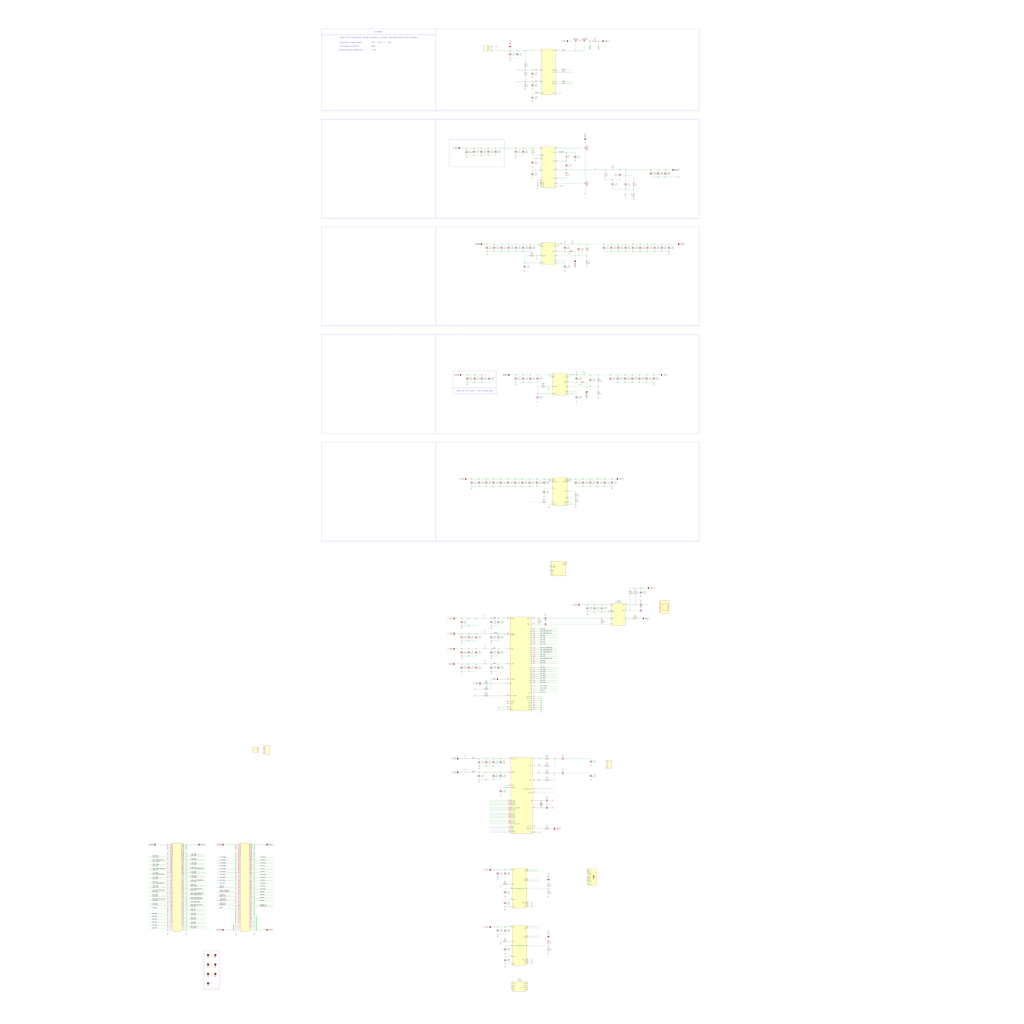
<source format=kicad_sch>
(kicad_sch (version 20211123) (generator eeschema)
  (paper "User" 1800 1800)
  (junction (at 327.66 1626.87))
  (junction (at 447.04 1499.87))
  (junction (at 1112.52 429.26))
  (junction (at 294.64 1598.93))
  (junction (at 944.88 327.66))
  (junction (at 951.23 1419.86))
  (junction (at 1107.44 1073.15))
  (junction (at 876.3 1113.79))
  (junction (at 294.64 1525.27))
  (junction (at 294.64 1601.47))
  (junction (at 811.53 1167.13))
  (junction (at 1112.52 441.96))
  (junction (at 447.04 1510.03))
  (junction (at 845.82 273.05))
  (junction (at 414.02 1606.55))
  (junction (at 414.02 1530.35))
  (junction (at 847.09 671.83))
  (junction (at 906.78 260.35))
  (junction (at 836.93 1087.12))
  (junction (at 414.02 1510.03))
  (junction (at 294.64 1634.49))
  (junction (at 447.04 1601.47))
  (junction (at 1150.62 441.96))
  (junction (at 450.85 1621.79))
  (junction (at 1037.59 854.71))
  (junction (at 894.08 429.26))
  (junction (at 1099.82 429.26))
  (junction (at 864.87 81.28))
  (junction (at 867.41 1357.63))
  (junction (at 935.99 143.51))
  (junction (at 447.04 1504.95))
  (junction (at 845.82 260.35))
  (junction (at 867.41 1346.2))
  (junction (at 858.52 273.05))
  (junction (at 414.02 1593.85))
  (junction (at 447.04 1596.39))
  (junction (at 447.04 1570.99))
  (junction (at 1176.02 429.26))
  (junction (at 951.23 1239.52))
  (junction (at 995.68 267.97))
  (junction (at 1037.59 842.01))
  (junction (at 1116.33 1062.99))
  (junction (at 890.27 1384.3))
  (junction (at 447.04 1581.15))
  (junction (at 887.73 1529.08))
  (junction (at 410.21 1626.87))
  (junction (at 414.02 1570.99))
  (junction (at 414.02 1619.25))
  (junction (at 1013.46 659.13))
  (junction (at 327.66 1537.97))
  (junction (at 1003.3 886.46))
  (junction (at 1031.24 429.26))
  (junction (at 824.23 1126.49))
  (junction (at 905.51 842.01))
  (junction (at 943.61 842.01))
  (junction (at 935.99 260.35))
  (junction (at 909.32 88.9))
  (junction (at 327.66 1634.49))
  (junction (at 906.78 659.13))
  (junction (at 951.23 1231.9))
  (junction (at 327.66 1492.25))
  (junction (at 1012.19 875.03))
  (junction (at 919.48 671.83))
  (junction (at 944.88 321.31))
  (junction (at 294.64 1619.25))
  (junction (at 414.02 1545.59))
  (junction (at 824.23 1167.13))
  (junction (at 327.66 1619.25))
  (junction (at 450.85 1631.95))
  (junction (at 875.03 1629.41))
  (junction (at 294.64 1510.03))
  (junction (at 414.02 1499.87))
  (junction (at 811.53 1126.49))
  (junction (at 867.41 1333.5))
  (junction (at 1013.46 671.83))
  (junction (at 327.66 1487.17))
  (junction (at 447.04 1502.41))
  (junction (at 1125.22 441.96))
  (junction (at 327.66 1568.45))
  (junction (at 951.23 1407.16))
  (junction (at 1176.02 441.96))
  (junction (at 1045.21 1062.99))
  (junction (at 923.29 88.9))
  (junction (at 820.42 273.05))
  (junction (at 1050.29 854.71))
  (junction (at 1057.91 1087.12))
  (junction (at 1076.96 316.23))
  (junction (at 447.04 1606.55))
  (junction (at 881.38 429.26))
  (junction (at 447.04 1540.51))
  (junction (at 854.71 1333.5))
  (junction (at 327.66 1507.49))
  (junction (at 863.6 1087.12))
  (junction (at 995.68 298.45))
  (junction (at 447.04 1530.35))
  (junction (at 1017.27 429.26))
  (junction (at 943.61 854.71))
  (junction (at 951.23 1247.14))
  (junction (at 1037.59 679.45))
  (junction (at 450.85 1616.71))
  (junction (at 811.53 1113.79))
  (junction (at 1052.83 72.39))
  (junction (at 450.85 1626.87))
  (junction (at 294.64 1604.01))
  (junction (at 1062.99 842.01))
  (junction (at 1156.97 311.15))
  (junction (at 834.39 659.13))
  (junction (at 842.01 854.71))
  (junction (at 887.73 1694.18))
  (junction (at 834.39 671.83))
  (junction (at 918.21 842.01))
  (junction (at 1111.25 659.13))
  (junction (at 1017.27 449.58))
  (junction (at 930.91 854.71))
  (junction (at 1085.85 671.83))
  (junction (at 935.99 123.19))
  (junction (at 414.02 1540.51))
  (junction (at 410.21 1631.95))
  (junction (at 811.53 1087.12))
  (junction (at 447.04 1492.25))
  (junction (at 327.66 1489.71))
  (junction (at 811.53 1140.46))
  (junction (at 447.04 1545.59))
  (junction (at 975.36 1333.5))
  (junction (at 414.02 1555.75))
  (junction (at 1050.29 842.01))
  (junction (at 447.04 1555.75))
  (junction (at 820.42 260.35))
  (junction (at 922.02 462.28))
  (junction (at 1012.19 842.01))
  (junction (at 294.64 1614.17))
  (junction (at 906.78 273.05))
  (junction (at 896.62 88.9))
  (junction (at 327.66 1553.21))
  (junction (at 1037.59 659.13))
  (junction (at 867.41 842.01))
  (junction (at 450.85 1624.33))
  (junction (at 294.64 1578.61))
  (junction (at 946.15 429.26))
  (junction (at 447.04 1598.93))
  (junction (at 993.14 429.26))
  (junction (at 447.04 1535.43))
  (junction (at 294.64 1555.75))
  (junction (at 863.6 1126.49))
  (junction (at 875.03 1642.11))
  (junction (at 842.01 1346.2))
  (junction (at 1061.72 429.26))
  (junction (at 1163.32 429.26))
  (junction (at 327.66 1611.63))
  (junction (at 414.02 1616.71))
  (junction (at 1150.62 429.26))
  (junction (at 1099.82 308.61))
  (junction (at 1012.19 886.46))
  (junction (at 944.88 692.15))
  (junction (at 943.61 449.58))
  (junction (at 947.42 1087.12))
  (junction (at 854.71 1357.63))
  (junction (at 919.48 441.96))
  (junction (at 1149.35 671.83))
  (junction (at 1085.85 659.13))
  (junction (at 854.71 1346.2))
  (junction (at 414.02 1621.79))
  (junction (at 447.04 1487.17))
  (junction (at 294.64 1489.71))
  (junction (at 993.14 441.96))
  (junction (at 450.85 1634.49))
  (junction (at 450.85 1619.25))
  (junction (at 951.23 1243.33))
  (junction (at 1051.56 679.45))
  (junction (at 833.12 273.05))
  (junction (at 1069.34 1075.69))
  (junction (at 414.02 1563.37))
  (junction (at 863.6 1140.46))
  (junction (at 414.02 1525.27))
  (junction (at 863.6 1153.16))
  (junction (at 447.04 1586.23))
  (junction (at 905.51 854.71))
  (junction (at 833.12 260.35))
  (junction (at 327.66 1596.39))
  (junction (at 1099.82 332.74))
  (junction (at 294.64 1499.87))
  (junction (at 886.46 1113.79))
  (junction (at 447.04 1565.91))
  (junction (at 414.02 1578.61))
  (junction (at 836.93 1140.46))
  (junction (at 1126.49 1033.78))
  (junction (at 1074.42 441.96))
  (junction (at 1111.25 671.83))
  (junction (at 327.66 1522.73))
  (junction (at 414.02 1535.43))
  (junction (at 294.64 1629.41))
  (junction (at 842.01 1370.33))
  (junction (at 450.85 1611.63))
  (junction (at 951.23 1228.09))
  (junction (at 821.69 671.83))
  (junction (at 294.64 1487.17))
  (junction (at 867.41 1370.33))
  (junction (at 414.02 1515.11))
  (junction (at 1144.27 298.45))
  (junction (at 450.85 1614.17))
  (junction (at 963.93 1662.43))
  (junction (at 1075.69 842.01))
  (junction (at 1087.12 441.96))
  (junction (at 1012.19 88.9))
  (junction (at 1149.35 659.13))
  (junction (at 294.64 1624.33))
  (junction (at 868.68 429.26))
  (junction (at 829.31 842.01))
  (junction (at 414.02 1484.63))
  (junction (at 1163.32 441.96))
  (junction (at 923.29 123.19))
  (junction (at 1037.59 72.39))
  (junction (at 414.02 1520.19))
  (junction (at 863.6 1167.13))
  (junction (at 963.93 679.45))
  (junction (at 966.47 842.01))
  (junction (at 854.71 1370.33))
  (junction (at 858.52 260.35))
  (junction (at 447.04 1560.83))
  (junction (at 294.64 1492.25))
  (junction (at 294.64 1548.13))
  (junction (at 811.53 1179.83))
  (junction (at 447.04 1525.27))
  (junction (at 1113.79 332.74))
  (junction (at 1116.33 1033.78))
  (junction (at 932.18 429.26))
  (junction (at 887.73 1593.85))
  (junction (at 327.66 1604.01))
  (junction (at 294.64 1484.63))
  (junction (at 892.81 842.01))
  (junction (at 892.81 854.71))
  (junction (at 1073.15 659.13))
  (junction (at 868.68 441.96))
  (junction (at 932.18 671.83))
  (junction (at 1031.24 449.58))
  (junction (at 855.98 429.26))
  (junction (at 811.53 1099.82))
  (junction (at 863.6 1179.83))
  (junction (at 981.71 429.26))
  (junction (at 875.03 1541.78))
  (junction (at 294.64 1517.65))
  (junction (at 881.38 441.96))
  (junction (at 327.66 1545.59))
  (junction (at 327.66 1560.83))
  (junction (at 880.11 854.71))
  (junction (at 327.66 1576.07))
  (junction (at 1028.7 298.45))
  (junction (at 906.78 441.96))
  (junction (at 327.66 1499.87))
  (junction (at 410.21 1634.49))
  (junction (at 414.02 1586.23))
  (junction (at 863.6 1113.79))
  (junction (at 414.02 1550.67))
  (junction (at 944.88 659.13))
  (junction (at 887.73 1629.41))
  (junction (at 944.88 323.85))
  (junction (at 447.04 1484.63))
  (junction (at 294.64 1540.51))
  (junction (at 842.01 1357.63))
  (junction (at 894.08 441.96))
  (junction (at 1136.65 671.83))
  (junction (at 414.02 1489.71))
  (junction (at 824.23 1140.46))
  (junction (at 824.23 1179.83))
  (junction (at 811.53 1153.16))
  (junction (at 829.31 854.71))
  (junction (at 1002.03 844.55))
  (junction (at 947.42 1097.28))
  (junction (at 854.71 854.71))
  (junction (at 1024.89 854.71))
  (junction (at 447.04 1489.71))
  (junction (at 1098.55 671.83))
  (junction (at 842.01 842.01))
  (junction (at 447.04 1520.19))
  (junction (at 1032.51 1075.69))
  (junction (at 963.93 1562.1))
  (junction (at 906.78 429.26))
  (junction (at 1087.12 429.26))
  (junction (at 294.64 1609.09))
  (junction (at 294.64 1586.23))
  (junction (at 1064.26 298.45))
  (junction (at 414.02 1611.63))
  (junction (at 1169.67 311.15))
  (junction (at 447.04 1550.67))
  (junction (at 1169.67 298.45))
  (junction (at 1125.22 429.26))
  (junction (at 1074.42 429.26))
  (junction (at 294.64 1502.41))
  (junction (at 414.02 1604.01))
  (junction (at 1032.51 1062.99))
  (junction (at 863.6 1099.82))
  (junction (at 327.66 1583.69))
  (junction (at 842.01 1333.5))
  (junction (at 919.48 260.35))
  (junction (at 871.22 260.35))
  (junction (at 932.18 659.13))
  (junction (at 867.41 854.71))
  (junction (at 327.66 1515.11))
  (junction (at 863.6 1201.42))
  (junction (at 1051.56 659.13))
  (junction (at 966.47 844.55))
  (junction (at 875.03 1529.08))
  (junction (at 864.87 88.9))
  (junction (at 414.02 1614.17))
  (junction (at 1136.65 659.13))
  (junction (at 450.85 1629.41))
  (junction (at 821.69 659.13))
  (junction (at 327.66 1530.35))
  (junction (at 1075.69 854.71))
  (junction (at 327.66 1588.77))
  (junction (at 896.62 101.6))
  (junction (at 1156.97 298.45))
  (junction (at 447.04 1515.11))
  (junction (at 847.09 659.13))
  (junction (at 876.3 1140.46))
  (junction (at 294.64 1532.89))
  (junction (at 1045.21 1075.69))
  (junction (at 930.91 842.01))
  (junction (at 1099.82 441.96))
  (junction (at 919.48 659.13))
  (junction (at 1137.92 429.26))
  (junction (at 824.23 1087.12))
  (junction (at 1098.55 659.13))
  (junction (at 414.02 1487.17))
  (junction (at 974.09 1358.9))
  (junction (at 414.02 1502.41))
  (junction (at 855.98 441.96))
  (junction (at 836.93 1113.79))
  (junction (at 414.02 1598.93))
  (junction (at 1062.99 854.71))
  (junction (at 951.23 1235.71))
  (junction (at 995.68 283.21))
  (junction (at 880.11 842.01))
  (junction (at 918.21 854.71))
  (junction (at 327.66 1484.63))
  (junction (at 824.23 1099.82))
  (junction (at 414.02 1601.47))
  (junction (at 1137.92 441.96))
  (junction (at 966.47 659.13))
  (junction (at 447.04 1576.07))
  (junction (at 414.02 1504.95))
  (junction (at 447.04 1588.77))
  (junction (at 824.23 1113.79))
  (junction (at 1089.66 298.45))
  (junction (at 410.21 1629.41))
  (junction (at 1057.91 1097.28))
  (junction (at 824.23 1153.16))
  (junction (at 1057.91 1075.69))
  (junction (at 880.11 1357.63))
  (junction (at 447.04 1604.01))
  (junction (at 1057.91 1062.99))
  (junction (at 906.78 671.83))
  (junction (at 854.71 842.01))
  (junction (at 880.11 1333.5))
  (junction (at 1123.95 659.13))
  (junction (at 923.29 143.51))
  (junction (at 1002.03 659.13))
  (junction (at 876.3 1167.13))
  (junction (at 956.31 842.01))
  (junction (at 1024.89 842.01))
  (junction (at 1002.03 842.01))
  (junction (at 414.02 1609.09))
  (junction (at 294.64 1570.99))
  (junction (at 294.64 1593.85))
  (junction (at 294.64 1563.37))
  (junction (at 1123.95 671.83))
  (junction (at 876.3 1087.12))
  (junction (at 414.02 1492.25))
  (junction (at 836.93 1167.13))
  (junction (at 919.48 429.26))
  (junction (at 1099.82 298.45))
  (no_connect (at 935.99 1593.85))
  (no_connect (at 935.99 1586.23))
  (no_connect (at 935.99 1588.77))
  (no_connect (at 935.99 1591.31))
  (no_connect (at 935.99 1691.64))
  (no_connect (at 876.3 1243.33))
  (no_connect (at 876.3 1247.14))
  (no_connect (at 935.99 1694.18))
  (no_connect (at 935.99 1686.56))
  (no_connect (at 935.99 1689.1))
  (wire (pts (xy 1113.79 327.66) (xy 1113.79 332.74)))
  (wire (pts (xy 944.88 659.13) (xy 966.47 659.13)))
  (wire (pts (xy 261.62 1576.07) (xy 298.45 1576.07)))
  (wire (pts (xy 1050.29 852.17) (xy 1050.29 854.71)))
  (wire (pts (xy 414.02 1494.79) (xy 417.83 1494.79)))
  (polyline (pts (xy 565.15 383.54) (xy 1229.36 383.54)))
  (wire (pts (xy 861.06 1412.24) (xy 892.81 1412.24)))
  (wire (pts (xy 928.37 1631.95) (xy 947.42 1631.95)))
  (wire (pts (xy 294.64 1578.61) (xy 294.64 1586.23)))
  (wire (pts (xy 443.23 1588.77) (xy 447.04 1588.77)))
  (wire (pts (xy 963.93 679.45) (xy 963.93 681.99)))
  (wire (pts (xy 942.34 1113.79) (xy 979.17 1113.79)))
  (wire (pts (xy 923.29 88.9) (xy 948.69 88.9)))
  (wire (pts (xy 942.34 1097.28) (xy 947.42 1097.28)))
  (wire (pts (xy 892.81 1380.49) (xy 890.27 1380.49)))
  (wire (pts (xy 323.85 1570.99) (xy 360.68 1570.99)))
  (wire (pts (xy 480.06 1583.69) (xy 443.23 1583.69)))
  (wire (pts (xy 942.34 1165.86) (xy 979.17 1165.86)))
  (polyline (pts (xy 796.29 681.99) (xy 872.49 681.99)))
  (wire (pts (xy 861.06 1463.04) (xy 892.81 1463.04)))
  (wire (pts (xy 1038.86 1358.9) (xy 1038.86 1360.17)))
  (wire (pts (xy 930.91 882.65) (xy 952.5 882.65)))
  (wire (pts (xy 1113.79 308.61) (xy 1099.82 308.61)))
  (wire (pts (xy 261.62 1568.45) (xy 298.45 1568.45)))
  (wire (pts (xy 1137.92 439.42) (xy 1137.92 441.96)))
  (wire (pts (xy 298.45 1583.69) (xy 261.62 1583.69)))
  (wire (pts (xy 443.23 1522.73) (xy 480.06 1522.73)))
  (wire (pts (xy 966.47 659.13) (xy 969.01 659.13)))
  (wire (pts (xy 854.71 1357.63) (xy 867.41 1357.63)))
  (wire (pts (xy 327.66 1522.73) (xy 327.66 1515.11)))
  (polyline (pts (xy 796.29 651.51) (xy 796.29 681.99)))
  (wire (pts (xy 918.21 842.01) (xy 918.21 844.55)))
  (polyline (pts (xy 565.15 762) (xy 1229.36 762)))
  (wire (pts (xy 414.02 1545.59) (xy 414.02 1550.67)))
  (wire (pts (xy 993.14 429.26) (xy 1002.03 429.26)))
  (wire (pts (xy 877.57 1193.8) (xy 889 1193.8)))
  (wire (pts (xy 414.02 1492.25) (xy 417.83 1492.25)))
  (wire (pts (xy 935.99 260.35) (xy 948.69 260.35)))
  (wire (pts (xy 824.23 1179.83) (xy 836.93 1179.83)))
  (wire (pts (xy 811.53 1113.79) (xy 811.53 1116.33)))
  (wire (pts (xy 1051.56 679.45) (xy 1051.56 687.07)))
  (wire (pts (xy 887.73 1662.43) (xy 887.73 1664.97)))
  (wire (pts (xy 880.11 1554.48) (xy 883.92 1554.48)))
  (polyline (pts (xy 565.15 209.55) (xy 565.15 383.54)))
  (wire (pts (xy 824.23 1177.29) (xy 824.23 1179.83)))
  (wire (pts (xy 909.32 88.9) (xy 909.32 91.44)))
  (wire (pts (xy 480.06 1543.05) (xy 443.23 1543.05)))
  (wire (pts (xy 323.85 1616.71) (xy 360.68 1616.71)))
  (wire (pts (xy 890.27 1384.3) (xy 892.81 1384.3)))
  (wire (pts (xy 824.23 1140.46) (xy 824.23 1143)))
  (wire (pts (xy 1057.91 1073.15) (xy 1057.91 1075.69)))
  (wire (pts (xy 360.68 1606.55) (xy 323.85 1606.55)))
  (wire (pts (xy 447.04 1510.03) (xy 447.04 1515.11)))
  (wire (pts (xy 1126.49 1033.78) (xy 1136.65 1033.78)))
  (wire (pts (xy 1012.19 852.17) (xy 1012.19 854.71)))
  (wire (pts (xy 892.81 842.01) (xy 892.81 844.55)))
  (wire (pts (xy 1017.27 429.26) (xy 1031.24 429.26)))
  (wire (pts (xy 443.23 1527.81) (xy 480.06 1527.81)))
  (wire (pts (xy 944.88 321.31) (xy 944.88 323.85)))
  (wire (pts (xy 443.23 1609.09) (xy 450.85 1609.09)))
  (wire (pts (xy 875.03 1639.57) (xy 875.03 1642.11)))
  (wire (pts (xy 323.85 1596.39) (xy 327.66 1596.39)))
  (wire (pts (xy 1074.42 429.26) (xy 1074.42 431.8)))
  (wire (pts (xy 887.73 1562.1) (xy 887.73 1564.64)))
  (wire (pts (xy 447.04 1545.59) (xy 447.04 1550.67)))
  (wire (pts (xy 1028.7 327.66) (xy 1028.7 339.09)))
  (wire (pts (xy 443.23 1489.71) (xy 447.04 1489.71)))
  (wire (pts (xy 294.64 1563.37) (xy 298.45 1563.37)))
  (wire (pts (xy 294.64 1634.49) (xy 294.64 1640.84)))
  (wire (pts (xy 923.29 143.51) (xy 935.99 143.51)))
  (wire (pts (xy 294.64 1598.93) (xy 294.64 1601.47)))
  (wire (pts (xy 1085.85 659.13) (xy 1098.55 659.13)))
  (wire (pts (xy 811.53 1126.49) (xy 824.23 1126.49)))
  (wire (pts (xy 944.88 692.15) (xy 969.01 692.15)))
  (wire (pts (xy 1003.3 886.46) (xy 1012.19 886.46)))
  (wire (pts (xy 890.27 1380.49) (xy 890.27 1384.3)))
  (wire (pts (xy 887.73 1691.64) (xy 887.73 1694.18)))
  (wire (pts (xy 1002.03 842.01) (xy 1012.19 842.01)))
  (wire (pts (xy 327.66 1484.63) (xy 327.66 1487.17)))
  (wire (pts (xy 861.06 1432.56) (xy 892.81 1432.56)))
  (wire (pts (xy 1069.34 1073.15) (xy 1069.34 1075.69)))
  (wire (pts (xy 323.85 1527.81) (xy 360.68 1527.81)))
  (wire (pts (xy 1111.25 659.13) (xy 1123.95 659.13)))
  (wire (pts (xy 876.3 1113.79) (xy 876.3 1116.33)))
  (wire (pts (xy 886.46 1116.33) (xy 886.46 1113.79)))
  (wire (pts (xy 981.71 433.07) (xy 979.17 433.07)))
  (polyline (pts (xy 358.14 1738.63) (xy 358.14 1671.32)))
  (wire (pts (xy 811.53 1123.95) (xy 811.53 1126.49)))
  (wire (pts (xy 294.64 1517.65) (xy 294.64 1525.27)))
  (wire (pts (xy 944.88 323.85) (xy 944.88 327.66)))
  (wire (pts (xy 836.93 1087.12) (xy 848.36 1087.12)))
  (wire (pts (xy 887.73 1694.18) (xy 887.73 1697.99)))
  (wire (pts (xy 812.8 659.13) (xy 821.69 659.13)))
  (wire (pts (xy 995.68 298.45) (xy 995.68 302.26)))
  (wire (pts (xy 1037.59 659.13) (xy 1051.56 659.13)))
  (wire (pts (xy 963.93 1659.89) (xy 963.93 1662.43)))
  (wire (pts (xy 1149.35 674.37) (xy 1149.35 671.83)))
  (wire (pts (xy 417.83 1507.49) (xy 381 1507.49)))
  (wire (pts (xy 1111.25 669.29) (xy 1111.25 671.83)))
  (wire (pts (xy 835.66 1211.58) (xy 850.9 1211.58)))
  (wire (pts (xy 965.2 886.46) (xy 965.2 890.27)))
  (wire (pts (xy 842.01 842.01) (xy 842.01 844.55)))
  (wire (pts (xy 942.34 1184.91) (xy 979.17 1184.91)))
  (wire (pts (xy 1137.92 429.26) (xy 1137.92 431.8)))
  (wire (pts (xy 294.64 1629.41) (xy 298.45 1629.41)))
  (wire (pts (xy 935.99 143.51) (xy 948.69 143.51)))
  (wire (pts (xy 999.49 886.46) (xy 1003.3 886.46)))
  (wire (pts (xy 887.73 1681.48) (xy 887.73 1684.02)))
  (wire (pts (xy 447.04 1550.67) (xy 443.23 1550.67)))
  (wire (pts (xy 833.12 260.35) (xy 833.12 262.89)))
  (wire (pts (xy 999.49 659.13) (xy 1002.03 659.13)))
  (wire (pts (xy 854.71 854.71) (xy 867.41 854.71)))
  (wire (pts (xy 875.03 1629.41) (xy 887.73 1629.41)))
  (wire (pts (xy 1149.35 659.13) (xy 1159.51 659.13)))
  (wire (pts (xy 480.06 1573.53) (xy 443.23 1573.53)))
  (wire (pts (xy 824.23 1126.49) (xy 836.93 1126.49)))
  (wire (pts (xy 854.71 1333.5) (xy 854.71 1336.04)))
  (wire (pts (xy 820.42 273.05) (xy 833.12 273.05)))
  (wire (pts (xy 944.88 317.5) (xy 948.69 317.5)))
  (wire (pts (xy 1037.59 842.01) (xy 1050.29 842.01)))
  (wire (pts (xy 999.49 863.6) (xy 1012.19 863.6)))
  (wire (pts (xy 919.48 659.13) (xy 919.48 661.67)))
  (wire (pts (xy 447.04 1601.47) (xy 447.04 1604.01)))
  (wire (pts (xy 1017.27 441.96) (xy 1017.27 449.58)))
  (wire (pts (xy 294.64 1510.03) (xy 298.45 1510.03)))
  (wire (pts (xy 836.93 1177.29) (xy 836.93 1179.83)))
  (wire (pts (xy 443.23 1596.39) (xy 447.04 1596.39)))
  (wire (pts (xy 979.17 143.51) (xy 1007.11 143.51)))
  (wire (pts (xy 863.6 1113.79) (xy 876.3 1113.79)))
  (wire (pts (xy 443.23 1586.23) (xy 447.04 1586.23)))
  (wire (pts (xy 1032.51 1075.69) (xy 1045.21 1075.69)))
  (wire (pts (xy 443.23 1494.79) (xy 447.04 1494.79)))
  (wire (pts (xy 443.23 1604.01) (xy 447.04 1604.01)))
  (wire (pts (xy 1000.76 72.39) (xy 1007.11 72.39)))
  (wire (pts (xy 1045.21 1073.15) (xy 1045.21 1075.69)))
  (wire (pts (xy 969.01 679.45) (xy 963.93 679.45)))
  (wire (pts (xy 951.23 1409.7) (xy 951.23 1407.16)))
  (wire (pts (xy 962.66 1097.28) (xy 1057.91 1097.28)))
  (wire (pts (xy 327.66 1530.35) (xy 327.66 1522.73)))
  (wire (pts (xy 928.37 1545.59) (xy 947.42 1545.59)))
  (wire (pts (xy 932.18 671.83) (xy 944.88 671.83)))
  (wire (pts (xy 294.64 1555.75) (xy 294.64 1563.37)))
  (wire (pts (xy 922.02 462.28) (xy 948.69 462.28)))
  (wire (pts (xy 863.6 1167.13) (xy 876.3 1167.13)))
  (wire (pts (xy 1098.55 659.13) (xy 1111.25 659.13)))
  (wire (pts (xy 881.38 441.96) (xy 894.08 441.96)))
  (wire (pts (xy 294.64 1489.71) (xy 298.45 1489.71)))
  (wire (pts (xy 414.02 1611.63) (xy 414.02 1614.17)))
  (wire (pts (xy 327.66 1576.07) (xy 327.66 1568.45)))
  (wire (pts (xy 450.85 1629.41) (xy 450.85 1631.95)))
  (wire (pts (xy 323.85 1507.49) (xy 327.66 1507.49)))
  (wire (pts (xy 834.39 659.13) (xy 834.39 661.67)))
  (wire (pts (xy 261.62 1558.29) (xy 298.45 1558.29)))
  (wire (pts (xy 880.11 1333.5) (xy 892.81 1333.5)))
  (wire (pts (xy 942.34 1106.17) (xy 979.17 1106.17)))
  (wire (pts (xy 447.04 1525.27) (xy 447.04 1530.35)))
  (wire (pts (xy 867.41 1333.5) (xy 867.41 1336.04)))
  (wire (pts (xy 1102.36 1062.99) (xy 1116.33 1062.99)))
  (polyline (pts (xy 789.94 245.11) (xy 789.94 293.37)))
  (wire (pts (xy 965.2 1419.86) (xy 970.28 1419.86)))
  (wire (pts (xy 1028.7 298.45) (xy 1028.7 317.5)))
  (wire (pts (xy 863.6 1129.03) (xy 863.6 1126.49)))
  (wire (pts (xy 942.34 1217.93) (xy 979.17 1217.93)))
  (wire (pts (xy 417.83 1583.69) (xy 381 1583.69)))
  (wire (pts (xy 876.3 1097.28) (xy 876.3 1099.82)))
  (wire (pts (xy 1027.43 671.83) (xy 1031.24 671.83)))
  (wire (pts (xy 834.39 671.83) (xy 847.09 671.83)))
  (wire (pts (xy 1073.15 659.13) (xy 1073.15 661.67)))
  (wire (pts (xy 821.69 671.83) (xy 821.69 674.37)))
  (wire (pts (xy 871.22 270.51) (xy 871.22 273.05)))
  (wire (pts (xy 414.02 1598.93) (xy 417.83 1598.93)))
  (wire (pts (xy 1089.66 316.23) (xy 1089.66 311.15)))
  (wire (pts (xy 1136.65 671.83) (xy 1149.35 671.83)))
  (wire (pts (xy 864.87 1529.08) (xy 875.03 1529.08)))
  (wire (pts (xy 969.01 844.55) (xy 966.47 844.55)))
  (wire (pts (xy 323.85 1631.95) (xy 360.68 1631.95)))
  (wire (pts (xy 1073.15 671.83) (xy 1085.85 671.83)))
  (wire (pts (xy 892.81 854.71) (xy 905.51 854.71)))
  (wire (pts (xy 836.93 1097.28) (xy 836.93 1099.82)))
  (wire (pts (xy 1156.97 298.45) (xy 1169.67 298.45)))
  (wire (pts (xy 861.06 1442.72) (xy 892.81 1442.72)))
  (wire (pts (xy 1057.91 1062.99) (xy 1057.91 1065.53)))
  (wire (pts (xy 932.18 429.26) (xy 932.18 431.8)))
  (wire (pts (xy 845.82 273.05) (xy 858.52 273.05)))
  (wire (pts (xy 880.11 842.01) (xy 892.81 842.01)))
  (polyline (pts (xy 565.15 50.8) (xy 565.15 194.31)))
  (wire (pts (xy 824.23 1123.95) (xy 824.23 1126.49)))
  (wire (pts (xy 942.34 1173.48) (xy 979.17 1173.48)))
  (wire (pts (xy 261.62 1591.31) (xy 298.45 1591.31)))
  (wire (pts (xy 294.64 1492.25) (xy 294.64 1494.79)))
  (wire (pts (xy 913.13 123.19) (xy 923.29 123.19)))
  (wire (pts (xy 801.37 1113.79) (xy 811.53 1113.79)))
  (wire (pts (xy 323.85 1535.43) (xy 360.68 1535.43)))
  (wire (pts (xy 889 1116.33) (xy 886.46 1116.33)))
  (wire (pts (xy 863.6 1182.37) (xy 863.6 1179.83)))
  (wire (pts (xy 1123.95 671.83) (xy 1136.65 671.83)))
  (wire (pts (xy 327.66 1560.83) (xy 327.66 1553.21)))
  (wire (pts (xy 294.64 1563.37) (xy 294.64 1570.99)))
  (wire (pts (xy 863.6 1155.7) (xy 863.6 1153.16)))
  (wire (pts (xy 323.85 1563.37) (xy 360.68 1563.37)))
  (wire (pts (xy 829.31 842.01) (xy 829.31 844.55)))
  (wire (pts (xy 863.6 1113.79) (xy 863.6 1116.33)))
  (wire (pts (xy 1085.85 659.13) (xy 1085.85 661.67)))
  (wire (pts (xy 1176.02 429.26) (xy 1176.02 431.8)))
  (wire (pts (xy 261.62 1560.83) (xy 298.45 1560.83)))
  (wire (pts (xy 327.66 1634.49) (xy 327.66 1640.84)))
  (wire (pts (xy 974.09 1371.6) (xy 974.09 1358.9)))
  (wire (pts (xy 1144.27 308.61) (xy 1144.27 311.15)))
  (wire (pts (xy 854.71 1357.63) (xy 854.71 1360.17)))
  (wire (pts (xy 1163.32 429.26) (xy 1176.02 429.26)))
  (wire (pts (xy 941.07 1419.86) (xy 951.23 1419.86)))
  (wire (pts (xy 480.06 1537.97) (xy 443.23 1537.97)))
  (wire (pts (xy 1150.62 439.42) (xy 1150.62 441.96)))
  (wire (pts (xy 414.02 1494.79) (xy 414.02 1492.25)))
  (wire (pts (xy 951.23 679.45) (xy 944.88 679.45)))
  (wire (pts (xy 323.85 1550.67) (xy 360.68 1550.67)))
  (wire (pts (xy 930.91 842.01) (xy 943.61 842.01)))
  (wire (pts (xy 294.64 1604.01) (xy 298.45 1604.01)))
  (wire (pts (xy 979.17 441.96) (xy 993.14 441.96)))
  (wire (pts (xy 943.61 449.58) (xy 938.53 449.58)))
  (wire (pts (xy 942.34 1192.53) (xy 979.17 1192.53)))
  (wire (pts (xy 847.09 1201.42) (xy 850.9 1201.42)))
  (polyline (pts (xy 765.81 588.01) (xy 765.81 762)))
  (wire (pts (xy 414.02 1614.17) (xy 417.83 1614.17)))
  (wire (pts (xy 414.02 1515.11) (xy 414.02 1520.19)))
  (wire (pts (xy 886.46 1113.79) (xy 889 1113.79)))
  (wire (pts (xy 1017.27 429.26) (xy 1017.27 434.34)))
  (wire (pts (xy 995.68 279.4) (xy 995.68 283.21)))
  (wire (pts (xy 1126.49 1033.78) (xy 1126.49 1037.59)))
  (wire (pts (xy 948.69 449.58) (xy 943.61 449.58)))
  (polyline (pts (xy 565.15 209.55) (xy 1229.36 209.55)))
  (wire (pts (xy 928.37 1531.62) (xy 947.42 1531.62)))
  (wire (pts (xy 887.73 1529.08) (xy 887.73 1531.62)))
  (wire (pts (xy 928.37 1591.31) (xy 935.99 1591.31)))
  (wire (pts (xy 875.03 1644.65) (xy 875.03 1642.11)))
  (wire (pts (xy 327.66 1492.25) (xy 323.85 1492.25)))
  (wire (pts (xy 993.14 429.26) (xy 993.14 431.8)))
  (wire (pts (xy 861.06 1447.8) (xy 892.81 1447.8)))
  (wire (pts (xy 1062.99 842.01) (xy 1062.99 844.55)))
  (polyline (pts (xy 565.15 194.31) (xy 765.81 194.31)))
  (wire (pts (xy 1037.59 72.39) (xy 1041.4 72.39)))
  (wire (pts (xy 906.78 671.83) (xy 919.48 671.83)))
  (wire (pts (xy 951.23 1407.16) (xy 957.58 1407.16)))
  (polyline (pts (xy 565.15 951.23) (xy 1229.36 951.23)))
  (wire (pts (xy 323.85 1581.15) (xy 360.68 1581.15)))
  (wire (pts (xy 294.64 1578.61) (xy 298.45 1578.61)))
  (wire (pts (xy 381 1591.31) (xy 417.83 1591.31)))
  (wire (pts (xy 847.09 659.13) (xy 859.79 659.13)))
  (wire (pts (xy 1013.46 669.29) (xy 1013.46 671.83)))
  (wire (pts (xy 906.78 260.35) (xy 919.48 260.35)))
  (wire (pts (xy 414.02 1578.61) (xy 414.02 1586.23)))
  (polyline (pts (xy 1229.36 194.31) (xy 1229.36 50.8)))
  (wire (pts (xy 807.72 1333.5) (xy 814.07 1333.5)))
  (wire (pts (xy 1163.32 429.26) (xy 1163.32 431.8)))
  (wire (pts (xy 323.85 1525.27) (xy 360.68 1525.27)))
  (wire (pts (xy 880.11 1384.3) (xy 880.11 1386.84)))
  (wire (pts (xy 414.02 1525.27) (xy 417.83 1525.27)))
  (wire (pts (xy 871.22 260.35) (xy 906.78 260.35)))
  (wire (pts (xy 261.62 1535.43) (xy 298.45 1535.43)))
  (wire (pts (xy 941.07 1371.6) (xy 957.58 1371.6)))
  (wire (pts (xy 854.71 1343.66) (xy 854.71 1346.2)))
  (wire (pts (xy 861.06 1455.42) (xy 892.81 1455.42)))
  (wire (pts (xy 824.23 1113.79) (xy 824.23 1116.33)))
  (wire (pts (xy 951.23 1224.28) (xy 951.23 1228.09)))
  (wire (pts (xy 854.71 842.01) (xy 867.41 842.01)))
  (wire (pts (xy 875.03 1541.78) (xy 887.73 1541.78)))
  (wire (pts (xy 942.34 1162.05) (xy 979.17 1162.05)))
  (wire (pts (xy 1098.55 659.13) (xy 1098.55 661.67)))
  (wire (pts (xy 868.68 429.26) (xy 868.68 431.8)))
  (wire (pts (xy 1123.95 659.13) (xy 1123.95 661.67)))
  (wire (pts (xy 922.02 449.58) (xy 922.02 462.28)))
  (wire (pts (xy 261.62 1515.11) (xy 298.45 1515.11)))
  (wire (pts (xy 1169.67 298.45) (xy 1169.67 300.99)))
  (wire (pts (xy 863.6 1177.29) (xy 863.6 1179.83)))
  (wire (pts (xy 447.04 1535.43) (xy 443.23 1535.43)))
  (wire (pts (xy 906.78 659.13) (xy 919.48 659.13)))
  (wire (pts (xy 1137.92 429.26) (xy 1150.62 429.26)))
  (wire (pts (xy 294.64 1487.17) (xy 294.64 1489.71)))
  (wire (pts (xy 1032.51 1073.15) (xy 1032.51 1075.69)))
  (wire (pts (xy 999.49 842.01) (xy 1002.03 842.01)))
  (wire (pts (xy 414.02 1614.17) (xy 414.02 1616.71)))
  (wire (pts (xy 298.45 1598.93) (xy 294.64 1598.93)))
  (wire (pts (xy 1052.83 72.39) (xy 1052.83 88.9)))
  (wire (pts (xy 928.37 1588.77) (xy 935.99 1588.77)))
  (wire (pts (xy 896.62 88.9) (xy 896.62 85.09)))
  (wire (pts (xy 410.21 1631.95) (xy 417.83 1631.95)))
  (wire (pts (xy 811.53 1099.82) (xy 824.23 1099.82)))
  (wire (pts (xy 1013.46 692.15) (xy 1013.46 694.69)))
  (wire (pts (xy 1126.49 1046.48) (xy 1126.49 1045.21)))
  (wire (pts (xy 943.61 842.01) (xy 943.61 844.55)))
  (wire (pts (xy 942.34 1214.12) (xy 979.17 1214.12)))
  (wire (pts (xy 946.15 429.26) (xy 948.69 429.26)))
  (wire (pts (xy 447.04 1499.87) (xy 447.04 1502.41)))
  (wire (pts (xy 294.64 1532.89) (xy 298.45 1532.89)))
  (wire (pts (xy 323.85 1545.59) (xy 327.66 1545.59)))
  (polyline (pts (xy 789.94 245.11) (xy 886.46 245.11)))
  (wire (pts (xy 880.11 1343.66) (xy 880.11 1346.2)))
  (wire (pts (xy 842.01 1370.33) (xy 854.71 1370.33)))
  (polyline (pts (xy 765.81 50.8) (xy 1229.36 50.8)))
  (wire (pts (xy 965.2 1407.16) (xy 970.28 1407.16)))
  (wire (pts (xy 1150.62 429.26) (xy 1163.32 429.26)))
  (wire (pts (xy 923.29 133.35) (xy 923.29 143.51)))
  (wire (pts (xy 414.02 1593.85) (xy 414.02 1598.93)))
  (wire (pts (xy 1057.91 1075.69) (xy 1069.34 1075.69)))
  (polyline (pts (xy 765.81 777.24) (xy 765.81 951.23)))
  (wire (pts (xy 1071.88 1073.15) (xy 1069.34 1073.15)))
  (wire (pts (xy 414.02 1497.33) (xy 414.02 1499.87)))
  (wire (pts (xy 294.64 1494.79) (xy 298.45 1494.79)))
  (wire (pts (xy 896.62 101.6) (xy 896.62 104.14)))
  (wire (pts (xy 867.41 1357.63) (xy 880.11 1357.63)))
  (wire (pts (xy 414.02 1487.17) (xy 417.83 1487.17)))
  (polyline (pts (xy 765.81 398.78) (xy 765.81 572.77)))
  (wire (pts (xy 836.93 1167.13) (xy 848.36 1167.13)))
  (wire (pts (xy 935.99 309.88) (xy 935.99 311.15)))
  (wire (pts (xy 892.81 852.17) (xy 892.81 854.71)))
  (wire (pts (xy 963.93 679.45) (xy 958.85 679.45)))
  (wire (pts (xy 1125.22 439.42) (xy 1125.22 441.96)))
  (wire (pts (xy 905.51 852.17) (xy 905.51 854.71)))
  (wire (pts (xy 880.11 1367.79) (xy 880.11 1370.33)))
  (wire (pts (xy 941.07 1346.2) (xy 957.58 1346.2)))
  (wire (pts (xy 981.71 429.26) (xy 981.71 433.07)))
  (wire (pts (xy 966.47 842.01) (xy 969.01 842.01)))
  (polyline (pts (xy 1229.36 951.23) (xy 1229.36 777.24)))
  (wire (pts (xy 414.02 1570.99) (xy 414.02 1578.61)))
  (wire (pts (xy 447.04 1598.93) (xy 447.04 1601.47)))
  (wire (pts (xy 941.07 1386.84) (xy 972.82 1386.84)))
  (wire (pts (xy 1031.24 441.96) (xy 1031.24 449.58)))
  (wire (pts (xy 919.48 260.35) (xy 919.48 262.89)))
  (wire (pts (xy 447.04 1530.35) (xy 447.04 1535.43)))
  (wire (pts (xy 995.68 283.21) (xy 995.68 287.02)))
  (wire (pts (xy 323.85 1588.77) (xy 327.66 1588.77)))
  (wire (pts (xy 944.88 327.66) (xy 944.88 330.2)))
  (wire (pts (xy 294.64 1497.33) (xy 298.45 1497.33)))
  (polyline (pts (xy 1229.36 762) (xy 1229.36 588.01)))
  (wire (pts (xy 892.81 842.01) (xy 905.51 842.01)))
  (wire (pts (xy 414.02 1616.71) (xy 417.83 1616.71)))
  (wire (pts (xy 1057.91 1096.01) (xy 1057.91 1097.28)))
  (wire (pts (xy 891.54 1654.81) (xy 897.89 1654.81)))
  (wire (pts (xy 876.3 1087.12) (xy 876.3 1089.66)))
  (wire (pts (xy 1051.56 659.13) (xy 1073.15 659.13)))
  (wire (pts (xy 951.23 1228.09) (xy 951.23 1231.9)))
  (wire (pts (xy 896.62 88.9) (xy 909.32 88.9)))
  (wire (pts (xy 298.45 1606.55) (xy 261.62 1606.55)))
  (wire (pts (xy 918.21 852.17) (xy 918.21 854.71)))
  (wire (pts (xy 1123.95 659.13) (xy 1136.65 659.13)))
  (wire (pts (xy 327.66 1515.11) (xy 327.66 1507.49)))
  (wire (pts (xy 836.93 1167.13) (xy 836.93 1169.67)))
  (wire (pts (xy 1057.91 1087.12) (xy 1057.91 1088.39)))
  (wire (pts (xy 944.88 323.85) (xy 948.69 323.85)))
  (wire (pts (xy 932.18 439.42) (xy 932.18 441.96)))
  (wire (pts (xy 275.59 1484.63) (xy 294.64 1484.63)))
  (wire (pts (xy 864.87 86.36) (xy 864.87 88.9)))
  (wire (pts (xy 443.23 1499.87) (xy 447.04 1499.87)))
  (wire (pts (xy 443.23 1532.89) (xy 480.06 1532.89)))
  (wire (pts (xy 1037.59 854.71) (xy 1050.29 854.71)))
  (wire (pts (xy 1013.46 659.13) (xy 1013.46 656.59)))
  (wire (pts (xy 447.04 1497.33) (xy 447.04 1499.87)))
  (wire (pts (xy 294.64 1634.49) (xy 298.45 1634.49)))
  (wire (pts (xy 835.66 1223.01) (xy 850.9 1223.01)))
  (wire (pts (xy 294.64 1593.85) (xy 294.64 1598.93)))
  (wire (pts (xy 894.08 429.26) (xy 906.78 429.26)))
  (wire (pts (xy 417.83 1497.33) (xy 414.02 1497.33)))
  (wire (pts (xy 1061.72 441.96) (xy 1074.42 441.96)))
  (wire (pts (xy 447.04 1604.01) (xy 447.04 1606.55)))
  (wire (pts (xy 824.23 1167.13) (xy 836.93 1167.13)))
  (wire (pts (xy 1099.82 441.96) (xy 1112.52 441.96)))
  (wire (pts (xy 969.01 847.09) (xy 966.47 847.09)))
  (wire (pts (xy 417.83 1512.57) (xy 381 1512.57)))
  (wire (pts (xy 1149.35 669.29) (xy 1149.35 671.83)))
  (wire (pts (xy 323.85 1621.79) (xy 360.68 1621.79)))
  (wire (pts (xy 443.23 1624.33) (xy 450.85 1624.33)))
  (wire (pts (xy 951.23 1243.33) (xy 951.23 1247.14)))
  (wire (pts (xy 876.3 1150.62) (xy 876.3 1153.16)))
  (wire (pts (xy 447.04 1510.03) (xy 443.23 1510.03)))
  (wire (pts (xy 942.34 1196.34) (xy 979.17 1196.34)))
  (wire (pts (xy 1002.03 659.13) (xy 1013.46 659.13)))
  (wire (pts (xy 261.62 1504.95) (xy 298.45 1504.95)))
  (wire (pts (xy 414.02 1621.79) (xy 414.02 1640.84)))
  (wire (pts (xy 891.54 1554.48) (xy 897.89 1554.48)))
  (wire (pts (xy 1009.65 429.26) (xy 1017.27 429.26)))
  (wire (pts (xy 1075.69 842.01) (xy 1075.69 844.55)))
  (wire (pts (xy 875.03 1529.08) (xy 875.03 1531.62)))
  (wire (pts (xy 858.52 260.35) (xy 871.22 260.35)))
  (wire (pts (xy 1099.82 298.45) (xy 1099.82 308.61)))
  (wire (pts (xy 443.23 1616.71) (xy 450.85 1616.71)))
  (wire (pts (xy 294.64 1548.13) (xy 294.64 1555.75)))
  (wire (pts (xy 1050.29 842.01) (xy 1062.99 842.01)))
  (wire (pts (xy 414.02 1593.85) (xy 417.83 1593.85)))
  (wire (pts (xy 1010.92 441.96) (xy 1010.92 455.93)))
  (wire (pts (xy 323.85 1530.35) (xy 327.66 1530.35)))
  (wire (pts (xy 811.53 1179.83) (xy 824.23 1179.83)))
  (wire (pts (xy 1031.24 429.26) (xy 1061.72 429.26)))
  (wire (pts (xy 906.78 439.42) (xy 906.78 441.96)))
  (wire (pts (xy 880.11 1654.81) (xy 883.92 1654.81)))
  (wire (pts (xy 414.02 1545.59) (xy 417.83 1545.59)))
  (wire (pts (xy 880.11 1384.3) (xy 890.27 1384.3)))
  (wire (pts (xy 381 1560.83) (xy 417.83 1560.83)))
  (wire (pts (xy 1031.24 449.58) (xy 1031.24 457.2)))
  (wire (pts (xy 414.02 1555.75) (xy 414.02 1563.37)))
  (wire (pts (xy 1156.97 308.61) (xy 1156.97 311.15)))
  (wire (pts (xy 447.04 1540.51) (xy 443.23 1540.51)))
  (wire (pts (xy 1012.19 863.6) (xy 1012.19 866.14)))
  (wire (pts (xy 875.03 1529.08) (xy 887.73 1529.08)))
  (wire (pts (xy 876.3 1087.12) (xy 889 1087.12)))
  (wire (pts (xy 1075.69 857.25) (xy 1075.69 854.71)))
  (wire (pts (xy 1116.33 1062.99) (xy 1122.68 1062.99)))
  (wire (pts (xy 480.06 1578.61) (xy 443.23 1578.61)))
  (wire (pts (xy 1099.82 298.45) (xy 1144.27 298.45)))
  (wire (pts (xy 414.02 1606.55) (xy 417.83 1606.55)))
  (wire (pts (xy 450.85 1616.71) (xy 450.85 1614.17)))
  (wire (pts (xy 993.14 472.44) (xy 993.14 474.98)))
  (wire (pts (xy 1120.14 1087.12) (xy 1127.76 1087.12)))
  (wire (pts (xy 381 1558.29) (xy 417.83 1558.29)))
  (polyline (pts (xy 1229.36 572.77) (xy 1229.36 398.78)))
  (wire (pts (xy 447.04 1535.43) (xy 447.04 1540.51)))
  (wire (pts (xy 381 1596.39) (xy 417.83 1596.39)))
  (wire (pts (xy 1024.89 852.17) (xy 1024.89 854.71)))
  (wire (pts (xy 410.21 1631.95) (xy 410.21 1634.49)))
  (wire (pts (xy 935.99 260.35) (xy 935.99 262.89)))
  (wire (pts (xy 863.6 1123.95) (xy 863.6 1126.49)))
  (wire (pts (xy 1012.19 875.03) (xy 1012.19 876.3)))
  (wire (pts (xy 943.61 852.17) (xy 943.61 854.71)))
  (wire (pts (xy 867.41 1370.33) (xy 880.11 1370.33)))
  (wire (pts (xy 1111.25 671.83) (xy 1123.95 671.83)))
  (wire (pts (xy 834.39 659.13) (xy 847.09 659.13)))
  (polyline (pts (xy 765.81 209.55) (xy 765.81 383.54)))
  (wire (pts (xy 928.37 1586.23) (xy 935.99 1586.23)))
  (wire (pts (xy 855.98 429.26) (xy 868.68 429.26)))
  (wire (pts (xy 863.6 1087.12) (xy 876.3 1087.12)))
  (wire (pts (xy 887.73 1694.18) (xy 897.89 1694.18)))
  (wire (pts (xy 294.64 1540.51) (xy 294.64 1548.13)))
  (wire (pts (xy 942.34 1200.15) (xy 979.17 1200.15)))
  (wire (pts (xy 854.71 1370.33) (xy 867.41 1370.33)))
  (wire (pts (xy 414.02 1504.95) (xy 414.02 1510.03)))
  (wire (pts (xy 942.34 1139.19) (xy 979.17 1139.19)))
  (wire (pts (xy 975.36 1333.5) (xy 985.52 1333.5)))
  (wire (pts (xy 417.83 1576.07) (xy 381 1576.07)))
  (wire (pts (xy 845.82 260.35) (xy 858.52 260.35)))
  (polyline (pts (xy 565.15 398.78) (xy 565.15 572.77)))
  (wire (pts (xy 887.73 1581.15) (xy 897.89 1581.15)))
  (wire (pts (xy 414.02 1609.09) (xy 414.02 1611.63)))
  (wire (pts (xy 1116.33 1045.21) (xy 1116.33 1062.99)))
  (wire (pts (xy 956.31 842.01) (xy 966.47 842.01)))
  (wire (pts (xy 323.85 1543.05) (xy 360.68 1543.05)))
  (wire (pts (xy 298.45 1581.15) (xy 261.62 1581.15)))
  (wire (pts (xy 836.93 1140.46) (xy 836.93 1143)))
  (wire (pts (xy 811.53 1153.16) (xy 824.23 1153.16)))
  (wire (pts (xy 1032.51 72.39) (xy 1037.59 72.39)))
  (wire (pts (xy 294.64 1484.63) (xy 294.64 1487.17)))
  (wire (pts (xy 447.04 1504.95) (xy 443.23 1504.95)))
  (wire (pts (xy 414.02 1510.03) (xy 414.02 1515.11)))
  (wire (pts (xy 861.06 1445.26) (xy 892.81 1445.26)))
  (wire (pts (xy 842.01 1346.2) (xy 854.71 1346.2)))
  (wire (pts (xy 863.6 1153.16) (xy 876.3 1153.16)))
  (wire (pts (xy 1169.67 308.61) (xy 1169.67 311.15)))
  (wire (pts (xy 861.06 1409.7) (xy 892.81 1409.7)))
  (wire (pts (xy 447.04 1540.51) (xy 447.04 1545.59)))
  (wire (pts (xy 327.66 1489.71) (xy 323.85 1489.71)))
  (wire (pts (xy 811.53 1129.03) (xy 811.53 1126.49)))
  (wire (pts (xy 466.09 1484.63) (xy 447.04 1484.63)))
  (wire (pts (xy 842.01 1333.5) (xy 842.01 1336.04)))
  (wire (pts (xy 381 1565.91) (xy 417.83 1565.91)))
  (wire (pts (xy 414.02 1487.17) (xy 414.02 1489.71)))
  (wire (pts (xy 294.64 1525.27) (xy 298.45 1525.27)))
  (wire (pts (xy 824.23 1140.46) (xy 836.93 1140.46)))
  (wire (pts (xy 1089.66 298.45) (xy 1099.82 298.45)))
  (wire (pts (xy 261.62 1553.21) (xy 298.45 1553.21)))
  (wire (pts (xy 956.31 858.52) (xy 956.31 861.06)))
  (wire (pts (xy 450.85 1624.33) (xy 450.85 1626.87)))
  (wire (pts (xy 868.68 441.96) (xy 881.38 441.96)))
  (wire (pts (xy 942.34 1132.84) (xy 979.17 1132.84)))
  (wire (pts (xy 810.26 260.35) (xy 820.42 260.35)))
  (wire (pts (xy 443.23 1593.85) (xy 480.06 1593.85)))
  (wire (pts (xy 1098.55 671.83) (xy 1111.25 671.83)))
  (wire (pts (xy 930.91 842.01) (xy 930.91 844.55)))
  (wire (pts (xy 919.48 659.13) (xy 932.18 659.13)))
  (wire (pts (xy 861.06 86.36) (xy 864.87 86.36)))
  (wire (pts (xy 906.78 273.05) (xy 906.78 275.59)))
  (wire (pts (xy 1176.02 429.26) (xy 1189.99 429.26)))
  (wire (pts (xy 863.6 1211.58) (xy 858.52 1211.58)))
  (wire (pts (xy 443.23 1601.47) (xy 447.04 1601.47)))
  (wire (pts (xy 887.73 1539.24) (xy 887.73 1541.78)))
  (wire (pts (xy 876.3 1140.46) (xy 876.3 1143)))
  (wire (pts (xy 821.69 669.29) (xy 821.69 671.83)))
  (wire (pts (xy 836.93 1113.79) (xy 848.36 1113.79)))
  (wire (pts (xy 1087.12 439.42) (xy 1087.12 441.96)))
  (wire (pts (xy 443.23 1507.49) (xy 480.06 1507.49)))
  (wire (pts (xy 1099.82 429.26) (xy 1099.82 431.8)))
  (wire (pts (xy 294.64 1570.99) (xy 298.45 1570.99)))
  (wire (pts (xy 829.31 857.25) (xy 829.31 854.71)))
  (wire (pts (xy 887.73 1662.43) (xy 897.89 1662.43)))
  (wire (pts (xy 935.99 299.72) (xy 948.69 299.72)))
  (wire (pts (xy 993.14 439.42) (xy 993.14 441.96)))
  (wire (pts (xy 1102.36 1087.12) (xy 1112.52 1087.12)))
  (wire (pts (xy 294.64 1489.71) (xy 294.64 1492.25)))
  (wire (pts (xy 414.02 1609.09) (xy 417.83 1609.09)))
  (wire (pts (xy 928.37 1686.56) (xy 935.99 1686.56)))
  (wire (pts (xy 480.06 1512.57) (xy 443.23 1512.57)))
  (wire (pts (xy 932.18 429.26) (xy 946.15 429.26)))
  (wire (pts (xy 1156.97 298.45) (xy 1156.97 300.99)))
  (wire (pts (xy 327.66 1537.97) (xy 327.66 1530.35)))
  (wire (pts (xy 450.85 1626.87) (xy 450.85 1629.41)))
  (wire (pts (xy 443.23 1560.83) (xy 447.04 1560.83)))
  (wire (pts (xy 829.31 852.17) (xy 829.31 854.71)))
  (wire (pts (xy 294.64 1619.25) (xy 298.45 1619.25)))
  (wire (pts (xy 323.85 1624.33) (xy 360.68 1624.33)))
  (wire (pts (xy 956.31 842.01) (xy 956.31 844.55)))
  (wire (pts (xy 1130.3 1073.15) (xy 1139.19 1073.15)))
  (wire (pts (xy 811.53 1087.12) (xy 811.53 1089.66)))
  (wire (pts (xy 829.31 842.01) (xy 842.01 842.01)))
  (wire (pts (xy 979.17 298.45) (xy 995.68 298.45)))
  (wire (pts (xy 294.64 1604.01) (xy 294.64 1609.09)))
  (wire (pts (xy 1123.95 669.29) (xy 1123.95 671.83)))
  (wire (pts (xy 906.78 441.96) (xy 919.48 441.96)))
  (wire (pts (xy 323.85 1576.07) (xy 327.66 1576.07)))
  (wire (pts (xy 298.45 1601.47) (xy 294.64 1601.47)))
  (wire (pts (xy 876.3 1113.79) (xy 886.46 1113.79)))
  (wire (pts (xy 327.66 1568.45) (xy 327.66 1560.83)))
  (wire (pts (xy 944.88 702.31) (xy 944.88 704.85)))
  (wire (pts (xy 1061.72 429.26) (xy 1061.72 431.8)))
  (wire (pts (xy 1112.52 439.42) (xy 1112.52 441.96)))
  (wire (pts (xy 1038.86 1367.79) (xy 1038.86 1369.06)))
  (wire (pts (xy 842.01 1343.66) (xy 842.01 1346.2)))
  (wire (pts (xy 1013.46 659.13) (xy 1013.46 661.67)))
  (polyline (pts (xy 565.15 398.78) (xy 1229.36 398.78)))
  (wire (pts (xy 414.02 1621.79) (xy 417.83 1621.79)))
  (wire (pts (xy 323.85 1555.75) (xy 360.68 1555.75)))
  (wire (pts (xy 294.64 1586.23) (xy 294.64 1593.85)))
  (wire (pts (xy 963.93 1549.4) (xy 963.93 1551.94)))
  (wire (pts (xy 928.37 1691.64) (xy 935.99 1691.64)))
  (wire (pts (xy 855.98 1087.12) (xy 863.6 1087.12)))
  (wire (pts (xy 261.62 1543.05) (xy 298.45 1543.05)))
  (wire (pts (xy 923.29 123.19) (xy 935.99 123.19)))
  (wire (pts (xy 414.02 1535.43) (xy 417.83 1535.43)))
  (wire (pts (xy 965.2 1358.9) (xy 974.09 1358.9)))
  (wire (pts (xy 855.98 439.42) (xy 855.98 441.96)))
  (wire (pts (xy 1017.27 449.58) (xy 1031.24 449.58)))
  (wire (pts (xy 979.17 283.21) (xy 995.68 283.21)))
  (wire (pts (xy 1024.89 842.01) (xy 1024.89 844.55)))
  (wire (pts (xy 801.37 1167.13) (xy 811.53 1167.13)))
  (wire (pts (xy 447.04 1555.75) (xy 443.23 1555.75)))
  (wire (pts (xy 880.11 1554.48) (xy 880.11 1557.02)))
  (wire (pts (xy 294.64 1593.85) (xy 298.45 1593.85)))
  (wire (pts (xy 896.62 101.6) (xy 909.32 101.6)))
  (wire (pts (xy 999.49 688.34) (xy 1013.46 688.34)))
  (wire (pts (xy 918.21 854.71) (xy 930.91 854.71)))
  (wire (pts (xy 824.23 1150.62) (xy 824.23 1153.16)))
  (wire (pts (xy 1080.77 298.45) (xy 1089.66 298.45)))
  (wire (pts (xy 417.83 1543.05) (xy 381 1543.05)))
  (wire (pts (xy 443.23 1570.99) (xy 447.04 1570.99)))
  (wire (pts (xy 443.23 1576.07) (xy 447.04 1576.07)))
  (wire (pts (xy 261.62 1537.97) (xy 298.45 1537.97)))
  (wire (pts (xy 864.87 83.82) (xy 864.87 81.28)))
  (wire (pts (xy 1074.42 441.96) (xy 1087.12 441.96)))
  (wire (pts (xy 450.85 1609.09) (xy 450.85 1611.63)))
  (wire (pts (xy 323.85 1601.47) (xy 360.68 1601.47)))
  (wire (pts (xy 414.02 1530.35) (xy 414.02 1535.43)))
  (wire (pts (xy 979.17 429.26) (xy 981.71 429.26)))
  (wire (pts (xy 323.85 1604.01) (xy 327.66 1604.01)))
  (wire (pts (xy 963.93 1662.43) (xy 963.93 1664.97)))
  (wire (pts (xy 1029.97 659.13) (xy 1037.59 659.13)))
  (wire (pts (xy 1027.43 88.9) (xy 1012.19 88.9)))
  (wire (pts (xy 861.06 1460.5) (xy 892.81 1460.5)))
  (wire (pts (xy 863.6 1140.46) (xy 876.3 1140.46)))
  (wire (pts (xy 880.11 1394.46) (xy 880.11 1397)))
  (wire (pts (xy 1176.02 439.42) (xy 1176.02 441.96)))
  (wire (pts (xy 943.61 842.01) (xy 956.31 842.01)))
  (wire (pts (xy 443.23 1591.31) (xy 480.06 1591.31)))
  (wire (pts (xy 969.01 858.52) (xy 956.31 858.52)))
  (wire (pts (xy 323.85 1553.21) (xy 327.66 1553.21)))
  (wire (pts (xy 923.29 143.51) (xy 923.29 146.05)))
  (wire (pts (xy 880.11 852.17) (xy 880.11 854.71)))
  (wire (pts (xy 842.01 1333.5) (xy 854.71 1333.5)))
  (wire (pts (xy 1112.52 441.96) (xy 1125.22 441.96)))
  (wire (pts (xy 327.66 1611.63) (xy 327.66 1619.25)))
  (wire (pts (xy 979.17 123.19) (xy 1007.11 123.19)))
  (wire (pts (xy 323.85 1499.87) (xy 327.66 1499.87)))
  (wire (pts (xy 1057.91 1087.12) (xy 1071.88 1087.12)))
  (wire (pts (xy 875.03 1544.32) (xy 875.03 1541.78)))
  (wire (pts (xy 1099.82 308.61) (xy 1099.82 320.04)))
  (wire (pts (xy 944.88 321.31) (xy 948.69 321.31)))
  (wire (pts (xy 942.34 1224.28) (xy 951.23 1224.28)))
  (wire (pts (xy 261.62 1527.81) (xy 298.45 1527.81)))
  (wire (pts (xy 935.99 133.35) (xy 935.99 134.62)))
  (wire (pts (xy 327.66 1545.59) (xy 327.66 1537.97)))
  (polyline (pts (xy 765.81 50.8) (xy 765.81 194.31)))
  (wire (pts (xy 859.79 669.29) (xy 859.79 671.83)))
  (wire (pts (xy 944.88 327.66) (xy 948.69 327.66)))
  (wire (pts (xy 887.73 1572.26) (xy 887.73 1574.8)))
  (wire (pts (xy 1045.21 1062.99) (xy 1057.91 1062.99)))
  (wire (pts (xy 414.02 1601.47) (xy 414.02 1604.01)))
  (wire (pts (xy 887.73 1591.31) (xy 887.73 1593.85)))
  (wire (pts (xy 410.21 1629.41) (xy 410.21 1631.95)))
  (wire (pts (xy 855.98 1140.46) (xy 863.6 1140.46)))
  (wire (pts (xy 909.32 99.06) (xy 909.32 101.6)))
  (wire (pts (xy 480.06 1517.65) (xy 443.23 1517.65)))
  (wire (pts (xy 447.04 1550.67) (xy 447.04 1555.75)))
  (wire (pts (xy 447.04 1515.11) (xy 443.23 1515.11)))
  (wire (pts (xy 861.06 1452.88) (xy 892.81 1452.88)))
  (wire (pts (xy 261.62 1512.57) (xy 298.45 1512.57)))
  (wire (pts (xy 443.23 1502.41) (xy 447.04 1502.41)))
  (wire (pts (xy 447.04 1565.91) (xy 447.04 1570.99)))
  (wire (pts (xy 1002.03 847.09) (xy 999.49 847.09)))
  (wire (pts (xy 327.66 1626.87) (xy 327.66 1634.49)))
  (wire (pts (xy 323.85 1578.61) (xy 360.68 1578.61)))
  (wire (pts (xy 930.91 854.71) (xy 943.61 854.71)))
  (wire (pts (xy 951.23 1247.14) (xy 942.34 1247.14)))
  (wire (pts (xy 1013.46 659.13) (xy 1022.35 659.13)))
  (wire (pts (xy 414.02 1563.37) (xy 414.02 1570.99)))
  (polyline (pts (xy 796.29 681.99) (xy 796.29 692.15)))
  (wire (pts (xy 294.64 1619.25) (xy 294.64 1624.33)))
  (wire (pts (xy 480.06 1568.45) (xy 443.23 1568.45)))
  (wire (pts (xy 979.17 327.66) (xy 995.68 327.66)))
  (wire (pts (xy 932.18 659.13) (xy 944.88 659.13)))
  (wire (pts (xy 1149.35 659.13) (xy 1149.35 661.67)))
  (wire (pts (xy 1076.96 327.66) (xy 1076.96 332.74)))
  (wire (pts (xy 979.17 163.83) (xy 982.98 163.83)))
  (wire (pts (xy 1112.52 429.26) (xy 1112.52 431.8)))
  (wire (pts (xy 294.64 1502.41) (xy 298.45 1502.41)))
  (wire (pts (xy 942.34 1239.52) (xy 951.23 1239.52)))
  (polyline (pts (xy 765.81 50.8) (xy 565.15 50.8)))
  (wire (pts (xy 261.62 1522.73) (xy 298.45 1522.73)))
  (wire (pts (xy 1012.19 854.71) (xy 1024.89 854.71)))
  (wire (pts (xy 327.66 1484.63) (xy 346.71 1484.63)))
  (wire (pts (xy 1049.02 72.39) (xy 1052.83 72.39)))
  (wire (pts (xy 294.64 1532.89) (xy 294.64 1540.51)))
  (wire (pts (xy 943.61 449.58) (xy 943.61 452.12)))
  (wire (pts (xy 414.02 1515.11) (xy 417.83 1515.11)))
  (wire (pts (xy 327.66 1604.01) (xy 327.66 1611.63)))
  (wire (pts (xy 887.73 1529.08) (xy 897.89 1529.08)))
  (wire (pts (xy 867.41 842.01) (xy 867.41 844.55)))
  (wire (pts (xy 1144.27 298.45) (xy 1156.97 298.45)))
  (wire (pts (xy 942.34 1121.41) (xy 979.17 1121.41)))
  (wire (pts (xy 323.85 1502.41) (xy 360.68 1502.41)))
  (wire (pts (xy 294.64 1540.51) (xy 298.45 1540.51)))
  (polyline (pts (xy 386.08 1671.32) (xy 386.08 1738.63)))
  (wire (pts (xy 894.08 439.42) (xy 894.08 441.96)))
  (wire (pts (xy 861.06 1419.86) (xy 892.81 1419.86)))
  (wire (pts (xy 261.62 1588.77) (xy 298.45 1588.77)))
  (wire (pts (xy 327.66 1489.71) (xy 327.66 1492.25)))
  (wire (pts (xy 1037.59 659.13) (xy 1037.59 664.21)))
  (wire (pts (xy 1089.66 303.53) (xy 1089.66 298.45)))
  (wire (pts (xy 443.23 1634.49) (xy 450.85 1634.49)))
  (wire (pts (xy 327.66 1583.69) (xy 327.66 1576.07)))
  (wire (pts (xy 323.85 1548.13) (xy 360.68 1548.13)))
  (wire (pts (xy 410.21 1626.87) (xy 417.83 1626.87)))
  (wire (pts (xy 811.53 1087.12) (xy 824.23 1087.12)))
  (wire (pts (xy 863.6 1179.83) (xy 876.3 1179.83)))
  (wire (pts (xy 414.02 1604.01) (xy 417.83 1604.01)))
  (wire (pts (xy 1024.89 854.71) (xy 1037.59 854.71)))
  (wire (pts (xy 811.53 1113.79) (xy 824.23 1113.79)))
  (wire (pts (xy 323.85 1512.57) (xy 360.68 1512.57)))
  (wire (pts (xy 1012.19 886.46) (xy 1012.19 883.92)))
  (wire (pts (xy 999.49 692.15) (xy 1013.46 692.15)))
  (wire (pts (xy 919.48 669.29) (xy 919.48 671.83)))
  (wire (pts (xy 1028.7 265.43) (xy 1028.7 298.45)))
  (wire (pts (xy 443.23 1631.95) (xy 450.85 1631.95)))
  (polyline (pts (xy 872.49 651.51) (xy 796.29 651.51)))
  (wire (pts (xy 1061.72 439.42) (xy 1061.72 441.96)))
  (wire (pts (xy 323.85 1540.51) (xy 360.68 1540.51)))
  (wire (pts (xy 863.6 1102.36) (xy 863.6 1099.82)))
  (wire (pts (xy 811.53 1102.36) (xy 811.53 1099.82)))
  (wire (pts (xy 1099.82 429.26) (xy 1112.52 429.26)))
  (wire (pts (xy 909.32 88.9) (xy 923.29 88.9)))
  (wire (pts (xy 928.37 1645.92) (xy 947.42 1645.92)))
  (wire (pts (xy 821.69 1333.5) (xy 842.01 1333.5)))
  (wire (pts (xy 414.02 1601.47) (xy 417.83 1601.47)))
  (wire (pts (xy 842.01 1372.87) (xy 842.01 1370.33)))
  (wire (pts (xy 323.85 1522.73) (xy 327.66 1522.73)))
  (wire (pts (xy 414.02 1540.51) (xy 417.83 1540.51)))
  (wire (pts (xy 1116.33 1033.78) (xy 1126.49 1033.78)))
  (wire (pts (xy 1037.59 679.45) (xy 1051.56 679.45)))
  (wire (pts (xy 836.93 1150.62) (xy 836.93 1153.16)))
  (wire (pts (xy 414.02 1484.63) (xy 414.02 1487.17)))
  (wire (pts (xy 807.72 1357.63) (xy 814.07 1357.63)))
  (wire (pts (xy 801.37 1087.12) (xy 811.53 1087.12)))
  (wire (pts (xy 811.53 1140.46) (xy 824.23 1140.46)))
  (wire (pts (xy 1076.96 332.74) (xy 1099.82 332.74)))
  (wire (pts (xy 1007.11 441.96) (xy 1010.92 441.96)))
  (wire (pts (xy 829.31 854.71) (xy 842.01 854.71)))
  (wire (pts (xy 294.64 1497.33) (xy 294.64 1499.87)))
  (wire (pts (xy 941.07 1456.69) (xy 957.58 1456.69)))
  (wire (pts (xy 261.62 1565.91) (xy 298.45 1565.91)))
  (wire (pts (xy 327.66 1588.77) (xy 327.66 1596.39)))
  (wire (pts (xy 887.73 1681.48) (xy 897.89 1681.48)))
  (wire (pts (xy 1045.21 1075.69) (xy 1057.91 1075.69)))
  (wire (pts (xy 811.53 1177.29) (xy 811.53 1179.83)))
  (wire (pts (xy 867.41 1367.79) (xy 867.41 1370.33)))
  (wire (pts (xy 261.62 1611.63) (xy 298.45 1611.63)))
  (wire (pts (xy 323.85 1494.79) (xy 327.66 1494.79)))
  (wire (pts (xy 447.04 1596.39) (xy 447.04 1598.93)))
  (wire (pts (xy 979.17 449.58) (xy 1017.27 449.58)))
  (wire (pts (xy 942.34 1129.03) (xy 979.17 1129.03)))
  (wire (pts (xy 979.17 322.58) (xy 1023.62 322.58)))
  (wire (pts (xy 1050.29 842.01) (xy 1050.29 844.55)))
  (wire (pts (xy 294.64 1609.09) (xy 294.64 1614.17)))
  (wire (pts (xy 447.04 1545.59) (xy 443.23 1545.59)))
  (wire (pts (xy 414.02 1570.99) (xy 417.83 1570.99)))
  (wire (pts (xy 447.04 1504.95) (xy 447.04 1510.03)))
  (wire (pts (xy 942.34 1146.81) (xy 979.17 1146.81)))
  (wire (pts (xy 947.42 1097.28) (xy 955.04 1097.28)))
  (wire (pts (xy 999.49 679.45) (xy 1037.59 679.45)))
  (wire (pts (xy 859.79 659.13) (xy 859.79 661.67)))
  (wire (pts (xy 854.71 1346.2) (xy 867.41 1346.2)))
  (wire (pts (xy 294.64 1510.03) (xy 294.64 1517.65)))
  (wire (pts (xy 854.71 1333.5) (xy 867.41 1333.5)))
  (wire (pts (xy 414.02 1550.67) (xy 417.83 1550.67)))
  (wire (pts (xy 294.64 1609.09) (xy 298.45 1609.09)))
  (wire (pts (xy 294.64 1586.23) (xy 298.45 1586.23)))
  (wire (pts (xy 1064.26 316.23) (xy 1064.26 311.15)))
  (wire (pts (xy 1085.85 671.83) (xy 1098.55 671.83)))
  (wire (pts (xy 858.52 1201.42) (xy 863.6 1201.42)))
  (wire (pts (xy 854.71 1367.79) (xy 854.71 1370.33)))
  (wire (pts (xy 867.41 1357.63) (xy 867.41 1360.17)))
  (wire (pts (xy 863.6 1150.62) (xy 863.6 1153.16)))
  (wire (pts (xy 1012.19 77.47) (xy 1012.19 88.9)))
  (wire (pts (xy 414.02 1510.03) (xy 417.83 1510.03)))
  (wire (pts (xy 836.93 1123.95) (xy 836.93 1126.49)))
  (wire (pts (xy 1099.82 332.74) (xy 1099.82 351.79)))
  (wire (pts (xy 443.23 1611.63) (xy 450.85 1611.63)))
  (wire (pts (xy 323.85 1515.11) (xy 327.66 1515.11)))
  (wire (pts (xy 1062.99 852.17) (xy 1062.99 854.71)))
  (wire (pts (xy 811.53 1150.62) (xy 811.53 1153.16)))
  (wire (pts (xy 947.42 1087.12) (xy 947.42 1088.39)))
  (wire (pts (xy 928.37 1629.41) (xy 947.42 1629.41)))
  (wire (pts (xy 947.42 1096.01) (xy 947.42 1097.28)))
  (wire (pts (xy 294.64 1624.33) (xy 294.64 1629.41)))
  (wire (pts (xy 414.02 1555.75) (xy 417.83 1555.75)))
  (wire (pts (xy 1144.27 298.45) (xy 1144.27 300.99)))
  (wire (pts (xy 942.34 1210.31) (xy 979.17 1210.31)))
  (wire (pts (xy 880.11 842.01) (xy 880.11 844.55)))
  (wire (pts (xy 824.23 1099.82) (xy 836.93 1099.82)))
  (wire (pts (xy 821.69 671.83) (xy 834.39 671.83)))
  (wire (pts (xy 919.48 439.42) (xy 919.48 441.96)))
  (wire (pts (xy 824.23 1113.79) (xy 836.93 1113.79)))
  (wire (pts (xy 414.02 1520.19) (xy 414.02 1525.27)))
  (wire (pts (xy 414.02 1563.37) (xy 417.83 1563.37)))
  (wire (pts (xy 323.85 1586.23) (xy 360.68 1586.23)))
  (wire (pts (xy 414.02 1502.41) (xy 414.02 1499.87)))
  (wire (pts (xy 919.48 441.96) (xy 932.18 441.96)))
  (wire (pts (xy 896.62 99.06) (xy 896.62 101.6)))
  (wire (pts (xy 951.23 1231.9) (xy 951.23 1235.71)))
  (wire (pts (xy 261.62 1530.35) (xy 298.45 1530.35)))
  (wire (pts (xy 1099.82 439.42) (xy 1099.82 441.96)))
  (wire (pts (xy 935.99 163.83) (xy 935.99 167.64)))
  (wire (pts (xy 447.04 1520.19) (xy 443.23 1520.19)))
  (wire (pts (xy 944.88 659.13) (xy 944.88 661.67)))
  (wire (pts (xy 858.52 270.51) (xy 858.52 273.05)))
  (wire (pts (xy 867.41 1333.5) (xy 880.11 1333.5)))
  (wire (pts (xy 1064.26 298.45) (xy 1073.15 298.45)))
  (wire (pts (xy 842.01 842.01) (xy 854.71 842.01)))
  (wire (pts (xy 1125.22 441.96) (xy 1137.92 441.96)))
  (wire (pts (xy 863.6 1201.42) (xy 889 1201.42)))
  (wire (pts (xy 858.52 260.35) (xy 858.52 262.89)))
  (wire (pts (xy 443.23 1497.33) (xy 447.04 1497.33)))
  (wire (pts (xy 414.02 1499.87) (xy 417.83 1499.87)))
  (wire (pts (xy 811.53 1140.46) (xy 811.53 1143)))
  (wire (pts (xy 942.34 1125.22) (xy 979.17 1125.22)))
  (wire (pts (xy 1051.56 694.69) (xy 1051.56 697.23)))
  (wire (pts (xy 414.02 1606.55) (xy 414.02 1609.09)))
  (wire (pts (xy 447.04 1484.63) (xy 443.23 1484.63)))
  (wire (pts (xy 824.23 1087.12) (xy 836.93 1087.12)))
  (wire (pts (xy 1012.19 842.01) (xy 1012.19 844.55)))
  (wire (pts (xy 824.23 1167.13) (xy 824.23 1169.67)))
  (wire (pts (xy 999.49 882.65) (xy 1003.3 882.65)))
  (wire (pts (xy 1002.03 842.01) (xy 1002.03 844.55)))
  (wire (pts (xy 443.23 1581.15) (xy 447.04 1581.15)))
  (wire (pts (xy 944.88 317.5) (xy 944.88 321.31)))
  (wire (pts (xy 919.48 429.26) (xy 919.48 431.8)))
  (wire (pts (xy 447.04 1487.17) (xy 447.04 1489.71)))
  (wire (pts (xy 923.29 153.67) (xy 923.29 154.94)))
  (wire (pts (xy 935.99 153.67) (xy 935.99 154.94)))
  (wire (pts (xy 1076.96 316.23) (xy 1076.96 320.04)))
  (wire (pts (xy 360.68 1609.09) (xy 323.85 1609.09)))
  (wire (pts (xy 942.34 1117.6) (xy 979.17 1117.6)))
  (wire (pts (xy 417.83 1532.89) (xy 381 1532.89)))
  (wire (pts (xy 1073.15 669.29) (xy 1073.15 671.83)))
  (wire (pts (xy 863.6 1201.42) (xy 863.6 1211.58)))
  (wire (pts (xy 1176.02 444.5) (xy 1176.02 441.96)))
  (wire (pts (xy 930.91 449.58) (xy 922.02 449.58)))
  (wire (pts (xy 842.01 1357.63) (xy 842.01 1360.17)))
  (wire (pts (xy 930.91 852.17) (xy 930.91 854.71)))
  (wire (pts (xy 447.04 1494.79) (xy 447.04 1492.25)))
  (wire (pts (xy 447.04 1586.23) (xy 447.04 1588.77)))
  (wire (pts (xy 323.85 1558.29) (xy 360.68 1558.29)))
  (wire (pts (xy 880.11 854.71) (xy 892.81 854.71)))
  (wire (pts (xy 981.71 429.26) (xy 993.14 429.26)))
  (wire (pts (xy 867.41 1343.66) (xy 867.41 1346.2)))
  (wire (pts (xy 861.06 1424.94) (xy 892.81 1424.94)))
  (wire (pts (xy 919.48 671.83) (xy 932.18 671.83)))
  (wire (pts (xy 1116.33 1033.78) (xy 1116.33 1037.59)))
  (wire (pts (xy 1098.55 669.29) (xy 1098.55 671.83)))
  (wire (pts (xy 414.02 1619.25) (xy 414.02 1621.79)))
  (wire (pts (xy 942.34 1181.1) (xy 979.17 1181.1)))
  (wire (pts (xy 979.17 313.69) (xy 995.68 313.69)))
  (wire (pts (xy 447.04 1484.63) (xy 447.04 1487.17)))
  (wire (pts (xy 1087.12 429.26) (xy 1087.12 431.8)))
  (wire (pts (xy 963.93 1559.56) (xy 963.93 1562.1)))
  (wire (pts (xy 923.29 123.19) (xy 923.29 125.73)))
  (wire (pts (xy 1150.62 429.26) (xy 1150.62 431.8)))
  (wire (pts (xy 447.04 1576.07) (xy 447.04 1581.15)))
  (wire (pts (xy 1002.03 662.94) (xy 999.49 662.94)))
  (wire (pts (xy 414.02 1535.43) (xy 414.02 1540.51)))
  (wire (pts (xy 864.87 88.9) (xy 896.62 88.9)))
  (wire (pts (xy 941.07 1333.5) (xy 957.58 1333.5)))
  (wire (pts (xy 1050.29 854.71) (xy 1062.99 854.71)))
  (wire (pts (xy 993.14 429.26) (xy 993.14 426.72)))
  (wire (pts (xy 443.23 1619.25) (xy 450.85 1619.25)))
  (wire (pts (xy 327.66 1583.69) (xy 327.66 1588.77)))
  (wire (pts (xy 443.23 1558.29) (xy 480.06 1558.29)))
  (wire (pts (xy 935.99 163.83) (xy 948.69 163.83)))
  (wire (pts (xy 1010.92 279.4) (xy 1010.92 280.67)))
  (wire (pts (xy 414.02 1489.71) (xy 414.02 1492.25)))
  (wire (pts (xy 327.66 1492.25) (xy 327.66 1494.79)))
  (wire (pts (xy 928.37 1529.08) (xy 947.42 1529.08)))
  (wire (pts (xy 894.08 429.26) (xy 894.08 431.8)))
  (wire (pts (xy 323.85 1537.97) (xy 327.66 1537.97)))
  (wire (pts (xy 294.64 1492.25) (xy 298.45 1492.25)))
  (wire (pts (xy 447.04 1555.75) (xy 447.04 1560.83)))
  (wire (pts (xy 969.01 662.94) (xy 966.47 662.94)))
  (wire (pts (xy 466.09 1634.49) (xy 450.85 1634.49)))
  (wire (pts (xy 963.93 1572.26) (xy 963.93 1574.8)))
  (wire (pts (xy 414.02 1530.35) (xy 417.83 1530.35)))
  (wire (pts (xy 963.93 1649.73) (xy 963.93 1652.27)))
  (wire (pts (xy 995.68 309.88) (xy 995.68 313.69)))
  (wire (pts (xy 1087.12 441.96) (xy 1099.82 441.96)))
  (wire (pts (xy 821.69 1357.63) (xy 842.01 1357.63)))
  (wire (pts (xy 1031.24 671.83) (xy 1031.24 685.8)))
  (wire (pts (xy 962.66 1087.12) (xy 1057.91 1087.12)))
  (wire (pts (xy 294.64 1614.17) (xy 298.45 1614.17)))
  (wire (pts (xy 450.85 1611.63) (xy 450.85 1614.17)))
  (wire (pts (xy 969.01 886.46) (xy 965.2 886.46)))
  (wire (pts (xy 941.07 1358.9) (xy 957.58 1358.9)))
  (wire (pts (xy 928.37 1694.18) (xy 935.99 1694.18)))
  (wire (pts (xy 942.34 1109.98) (xy 979.17 1109.98)))
  (wire (pts (xy 1163.32 441.96) (xy 1176.02 441.96)))
  (wire (pts (xy 1163.32 439.42) (xy 1163.32 441.96)))
  (wire (pts (xy 867.41 854.71) (xy 880.11 854.71)))
  (wire (pts (xy 842.01 852.17) (xy 842.01 854.71)))
  (wire (pts (xy 381 1537.97) (xy 417.83 1537.97)))
  (wire (pts (xy 417.83 1588.77) (xy 381 1588.77)))
  (wire (pts (xy 1074.42 439.42) (xy 1074.42 441.96)))
  (wire (pts (xy 836.93 1113.79) (xy 836.93 1116.33)))
  (wire (pts (xy 394.97 1484.63) (xy 414.02 1484.63)))
  (wire (pts (xy 928.37 1562.1) (xy 963.93 1562.1)))
  (wire (pts (xy 863.6 1126.49) (xy 876.3 1126.49)))
  (wire (pts (xy 821.69 659.13) (xy 834.39 659.13)))
  (wire (pts (xy 1051.56 671.83) (xy 1051.56 679.45)))
  (wire (pts (xy 1028.7 247.65) (xy 1028.7 255.27)))
  (polyline (pts (xy 796.29 692.15) (xy 872.49 692.15)))
  (wire (pts (xy 801.37 1140.46) (xy 811.53 1140.46)))
  (wire (pts (xy 443.23 1598.93) (xy 447.04 1598.93)))
  (wire (pts (xy 1169.67 311.15) (xy 1191.26 311.15)))
  (wire (pts (xy 1064.26 316.23) (xy 1076.96 316.23)))
  (wire (pts (xy 894.08 441.96) (xy 906.78 441.96)))
  (wire (pts (xy 951.23 1249.68) (xy 951.23 1247.14)))
  (wire (pts (xy 1107.44 1045.21) (xy 1107.44 1073.15)))
  (wire (pts (xy 913.13 143.51) (xy 923.29 143.51)))
  (wire (pts (xy 323.85 1593.85) (xy 360.68 1593.85)))
  (wire (pts (xy 863.6 1097.28) (xy 863.6 1099.82)))
  (wire (pts (xy 887.73 1593.85) (xy 887.73 1597.66)))
  (wire (pts (xy 906.78 270.51) (xy 906.78 273.05)))
  (wire (pts (xy 417.83 1522.73) (xy 381 1522.73)))
  (wire (pts (xy 414.02 1604.01) (xy 414.02 1606.55)))
  (polyline (pts (xy 565.15 588.01) (xy 1229.36 588.01)))
  (wire (pts (xy 1144.27 311.15) (xy 1156.97 311.15)))
  (wire (pts (xy 1169.67 298.45) (xy 1179.83 298.45)))
  (wire (pts (xy 1017.27 72.39) (xy 1022.35 72.39)))
  (wire (pts (xy 1136.65 669.29) (xy 1136.65 671.83)))
  (wire (pts (xy 928.37 1548.13) (xy 947.42 1548.13)))
  (wire (pts (xy 842.01 1367.79) (xy 842.01 1370.33)))
  (wire (pts (xy 861.06 1430.02) (xy 892.81 1430.02)))
  (polyline (pts (xy 565.15 572.77) (xy 1229.36 572.77)))
  (wire (pts (xy 480.06 1553.21) (xy 443.23 1553.21)))
  (wire (pts (xy 1076.96 316.23) (xy 1089.66 316.23)))
  (wire (pts (xy 298.45 1616.71) (xy 261.62 1616.71)))
  (wire (pts (xy 417.83 1517.65) (xy 381 1517.65)))
  (wire (pts (xy 1125.22 429.26) (xy 1137.92 429.26)))
  (wire (pts (xy 871.22 260.35) (xy 871.22 262.89)))
  (wire (pts (xy 923.29 118.11) (xy 923.29 123.19)))
  (wire (pts (xy 855.98 441.96) (xy 868.68 441.96)))
  (wire (pts (xy 966.47 662.94) (xy 966.47 659.13)))
  (wire (pts (xy 414.02 1619.25) (xy 417.83 1619.25)))
  (wire (pts (xy 811.53 1155.7) (xy 811.53 1153.16)))
  (wire (pts (xy 447.04 1588.77) (xy 447.04 1596.39)))
  (wire (pts (xy 880.11 1654.81) (xy 880.11 1657.35)))
  (wire (pts (xy 979.17 88.9) (xy 1012.19 88.9)))
  (wire (pts (xy 447.04 1502.41) (xy 447.04 1504.95)))
  (polyline (pts (xy 358.14 1738.63) (xy 386.08 1738.63)))
  (wire (pts (xy 323.85 1504.95) (xy 360.68 1504.95)))
  (wire (pts (xy 1032.51 1062.99) (xy 1032.51 1065.53)))
  (wire (pts (xy 963.93 1562.1) (xy 963.93 1564.64)))
  (wire (pts (xy 919.48 260.35) (xy 935.99 260.35)))
  (wire (pts (xy 381 1527.81) (xy 417.83 1527.81)))
  (wire (pts (xy 935.99 273.05) (xy 948.69 273.05)))
  (wire (pts (xy 410.21 1624.33) (xy 410.21 1626.87)))
  (wire (pts (xy 824.23 1097.28) (xy 824.23 1099.82)))
  (wire (pts (xy 414.02 1502.41) (xy 414.02 1504.95)))
  (polyline (pts (xy 765.81 194.31) (xy 1229.36 194.31)))
  (wire (pts (xy 1156.97 311.15) (xy 1169.67 311.15)))
  (wire (pts (xy 381 1568.45) (xy 417.83 1568.45)))
  (wire (pts (xy 1037.59 852.17) (xy 1037.59 854.71)))
  (wire (pts (xy 855.98 1113.79) (xy 863.6 1113.79)))
  (wire (pts (xy 858.52 1223.01) (xy 889 1223.01)))
  (wire (pts (xy 414.02 1489.71) (xy 417.83 1489.71)))
  (wire (pts (xy 1013.46 671.83) (xy 1019.81 671.83)))
  (wire (pts (xy 323.85 1583.69) (xy 327.66 1583.69)))
  (wire (pts (xy 861.06 88.9) (xy 864.87 88.9)))
  (wire (pts (xy 935.99 270.51) (xy 935.99 273.05)))
  (wire (pts (xy 880.11 1357.63) (xy 880.11 1360.17)))
  (wire (pts (xy 811.53 1167.13) (xy 824.23 1167.13)))
  (wire (pts (xy 1062.99 842.01) (xy 1075.69 842.01)))
  (wire (pts (xy 327.66 1499.87) (xy 327.66 1507.49)))
  (wire (pts (xy 414.02 1484.63) (xy 417.83 1484.63)))
  (wire (pts (xy 948.69 433.07) (xy 946.15 433.07)))
  (wire (pts (xy 820.42 260.35) (xy 833.12 260.35)))
  (wire (pts (xy 863.6 1099.82) (xy 876.3 1099.82)))
  (wire (pts (xy 845.82 270.51) (xy 845.82 273.05)))
  (wire (pts (xy 876.3 1177.29) (xy 876.3 1179.83)))
  (wire (pts (xy 1003.3 882.65) (xy 1003.3 886.46)))
  (wire (pts (xy 811.53 1097.28) (xy 811.53 1099.82)))
  (wire (pts (xy 443.23 1565.91) (xy 447.04 1565.91)))
  (wire (pts (xy 450.85 1614.17) (xy 443.23 1614.17)))
  (wire (pts (xy 922.02 472.44) (xy 922.02 474.98)))
  (wire (pts (xy 447.04 1489.71) (xy 447.04 1492.25)))
  (wire (pts (xy 951.23 1239.52) (xy 951.23 1243.33)))
  (wire (pts (xy 847.09 671.83) (xy 859.79 671.83)))
  (wire (pts (xy 323.85 1497.33) (xy 327.66 1497.33)))
  (wire (pts (xy 928.37 1689.1) (xy 935.99 1689.1)))
  (wire (pts (xy 1028.7 298.45) (xy 1064.26 298.45)))
  (wire (pts (xy 450.85 1619.25) (xy 450.85 1616.71)))
  (polyline (pts (xy 789.94 293.37) (xy 886.46 293.37)))
  (wire (pts (xy 1024.89 842.01) (xy 1037.59 842.01)))
  (wire (pts (xy 294.64 1614.17) (xy 294.64 1619.25)))
  (wire (pts (xy 858.52 273.05) (xy 871.22 273.05)))
  (wire (pts (xy 875.03 1539.24) (xy 875.03 1541.78)))
  (wire (pts (xy 887.73 1562.1) (xy 897.89 1562.1)))
  (wire (pts (xy 905.51 842.01) (xy 905.51 844.55)))
  (wire (pts (xy 905.51 842.01) (xy 918.21 842.01)))
  (wire (pts (xy 965.2 1371.6) (xy 974.09 1371.6)))
  (wire (pts (xy 1038.86 1334.77) (xy 1038.86 1333.5)))
  (wire (pts (xy 906.78 669.29) (xy 906.78 671.83)))
  (wire (pts (xy 928.37 1662.43) (xy 963.93 1662.43)))
  (wire (pts (xy 966.47 847.09) (xy 966.47 844.55)))
  (wire (pts (xy 294.64 1525.27) (xy 294.64 1532.89)))
  (wire (pts (xy 450.85 1631.95) (xy 450.85 1634.49)))
  (wire (pts (xy 447.04 1606.55) (xy 447.04 1640.84)))
  (wire (pts (xy 327.66 1553.21) (xy 327.66 1545.59)))
  (wire (pts (xy 880.11 1333.5) (xy 880.11 1336.04)))
  (wire (pts (xy 942.34 1228.09) (xy 951.23 1228.09)))
  (wire (pts (xy 855.98 1167.13) (xy 863.6 1167.13)))
  (wire (pts (xy 999.49 875.03) (xy 1012.19 875.03)))
  (wire (pts (xy 993.14 441.96) (xy 999.49 441.96)))
  (wire (pts (xy 447.04 1560.83) (xy 447.04 1565.91)))
  (wire (pts (xy 1045.21 1062.99) (xy 1045.21 1065.53)))
  (wire (pts (xy 941.07 1393.19) (xy 972.82 1393.19)))
  (wire (pts (xy 942.34 1206.5) (xy 979.17 1206.5)))
  (wire (pts (xy 327.66 1499.87) (xy 327.66 1497.33)))
  (wire (pts (xy 1125.22 429.26) (xy 1125.22 431.8)))
  (wire (pts (xy 1099.82 327.66) (xy 1099.82 332.74)))
  (wire (pts (xy 942.34 1177.29) (xy 979.17 1177.29)))
  (wire (pts (xy 1107.44 1073.15) (xy 1122.68 1073.15)))
  (wire (pts (xy 906.78 429.26) (xy 906.78 431.8)))
  (wire (pts (xy 833.12 260.35) (xy 845.82 260.35)))
  (wire (pts (xy 323.85 1614.17) (xy 360.68 1614.17)))
  (wire (pts (xy 417.83 1553.21) (xy 381 1553.21)))
  (wire (pts (xy 323.85 1560.83) (xy 327.66 1560.83)))
  (wire (pts (xy 942.34 1231.9) (xy 951.23 1231.9)))
  (wire (pts (xy 1037.59 671.83) (xy 1037.59 679.45)))
  (wire (pts (xy 836.93 1087.12) (xy 836.93 1089.66)))
  (wire (pts (xy 881.38 429.26) (xy 894.08 429.26)))
  (wire (pts (xy 861.06 1435.1) (xy 892.81 1435.1)))
  (wire (pts (xy 979.17 267.97) (xy 995.68 267.97)))
  (wire (pts (xy 842.01 854.71) (xy 854.71 854.71)))
  (wire (pts (xy 979.17 458.47) (xy 993.14 458.47)))
  (wire (pts (xy 944.88 679.45) (xy 944.88 692.15)))
  (wire (pts (xy 935.99 123.19) (xy 948.69 123.19)))
  (wire (pts (xy 868.68 429.26) (xy 881.38 429.26)))
  (wire (pts (xy 854.71 842.01) (xy 854.71 844.55)))
  (wire (pts (xy 1112.52 429.26) (xy 1125.22 429.26)))
  (wire (pts (xy 935.99 302.26) (xy 935.99 299.72)))
  (wire (pts (xy 1073.15 659.13) (xy 1085.85 659.13)))
  (wire (pts (xy 867.41 1346.2) (xy 880.11 1346.2)))
  (wire (pts (xy 834.39 669.29) (xy 834.39 671.83)))
  (wire (pts (xy 965.2 1346.2) (xy 975.36 1346.2)))
  (wire (pts (xy 294.64 1499.87) (xy 298.45 1499.87)))
  (wire (pts (xy 294.64 1629.41) (xy 294.64 1634.49)))
  (wire (pts (xy 979.17 260.35) (xy 1023.62 260.35)))
  (polyline (pts (xy 765.81 60.96) (xy 565.15 60.96)))
  (wire (pts (xy 820.42 275.59) (xy 820.42 273.05)))
  (wire (pts (xy 995.68 267.97) (xy 1010.92 267.97)))
  (wire (pts (xy 414.02 1504.95) (xy 417.83 1504.95)))
  (wire (pts (xy 887.73 1672.59) (xy 887.73 1675.13)))
  (wire (pts (xy 861.06 1422.4) (xy 892.81 1422.4)))
  (wire (pts (xy 1002.03 659.13) (xy 1002.03 662.94)))
  (wire (pts (xy 410.21 1624.33) (xy 417.83 1624.33)))
  (wire (pts (xy 261.62 1520.19) (xy 298.45 1520.19)))
  (wire (pts (xy 932.18 669.29) (xy 932.18 671.83)))
  (wire (pts (xy 447.04 1515.11) (xy 447.04 1520.19)))
  (wire (pts (xy 946.15 433.07) (xy 946.15 429.26)))
  (wire (pts (xy 942.34 1188.72) (xy 979.17 1188.72)))
  (wire (pts (xy 887.73 1629.41) (xy 897.89 1629.41)))
  (wire (pts (xy 323.85 1629.41) (xy 360.68 1629.41)))
  (wire (pts (xy 1031.24 429.26) (xy 1031.24 434.34)))
  (wire (pts (xy 951.23 1417.32) (xy 951.23 1419.86)))
  (wire (pts (xy 417.83 1581.15) (xy 381 1581.15)))
  (wire (pts (xy 1012.19 886.46) (xy 1012.19 890.27)))
  (wire (pts (xy 971.55 1456.69) (xy 965.2 1456.69)))
  (wire (pts (xy 261.62 1550.67) (xy 298.45 1550.67)))
  (wire (pts (xy 443.23 1563.37) (xy 480.06 1563.37)))
  (wire (pts (xy 935.99 175.26) (xy 935.99 176.53)))
  (wire (pts (xy 294.64 1548.13) (xy 298.45 1548.13)))
  (wire (pts (xy 942.34 1143) (xy 979.17 1143)))
  (wire (pts (xy 995.68 267.97) (xy 995.68 271.78)))
  (wire (pts (xy 447.04 1520.19) (xy 447.04 1525.27)))
  (wire (pts (xy 944.88 669.29) (xy 944.88 671.83)))
  (wire (pts (xy 443.23 1626.87) (xy 450.85 1626.87)))
  (wire (pts (xy 820.42 260.35) (xy 820.42 262.89)))
  (wire (pts (xy 995.68 294.64) (xy 995.68 298.45)))
  (wire (pts (xy 327.66 1484.63) (xy 323.85 1484.63)))
  (wire (pts (xy 881.38 439.42) (xy 881.38 441.96)))
  (wire (pts (xy 447.04 1570.99) (xy 447.04 1576.07)))
  (wire (pts (xy 999.49 671.83) (xy 1013.46 671.83)))
  (wire (pts (xy 261.62 1621.79) (xy 298.45 1621.79)))
  (wire (pts (xy 867.41 842.01) (xy 880.11 842.01)))
  (wire (pts (xy 323.85 1634.49) (xy 327.66 1634.49)))
  (wire (pts (xy 864.87 81.28) (xy 871.22 81.28)))
  (wire (pts (xy 450.85 1621.79) (xy 450.85 1619.25)))
  (wire (pts (xy 1075.69 842.01) (xy 1082.04 842.01)))
  (wire (pts (xy 323.85 1598.93) (xy 360.68 1598.93)))
  (wire (pts (xy 956.31 852.17) (xy 956.31 854.71)))
  (wire (pts (xy 896.62 88.9) (xy 896.62 91.44)))
  (wire (pts (xy 417.83 1502.41) (xy 414.02 1502.41)))
  (wire (pts (xy 922.02 462.28) (xy 922.02 464.82)))
  (wire (pts (xy 414.02 1611.63) (xy 417.83 1611.63)))
  (wire (pts (xy 942.34 1243.33) (xy 951.23 1243.33)))
  (polyline (pts (xy 565.15 588.01) (xy 565.15 762)))
  (wire (pts (xy 323.85 1619.25) (xy 327.66 1619.25)))
  (wire (pts (xy 450.85 1624.33) (xy 450.85 1621.79)))
  (wire (pts (xy 261.62 1507.49) (xy 298.45 1507.49)))
  (wire (pts (xy 323.85 1517.65) (xy 360.68 1517.65)))
  (wire (pts (xy 919.48 273.05) (xy 919.48 270.51)))
  (wire (pts (xy 1010.92 267.97) (xy 1010.92 271.78)))
  (wire (pts (xy 849.63 429.26) (xy 855.98 429.26)))
  (wire (pts (xy 876.3 1123.95) (xy 876.3 1126.49)))
  (polyline (pts (xy 886.46 293.37) (xy 886.46 245.11)))
  (wire (pts (xy 855.98 441.96) (xy 855.98 445.77)))
  (wire (pts (xy 450.85 1629.41) (xy 443.23 1629.41)))
  (wire (pts (xy 966.47 844.55) (xy 966.47 842.01)))
  (wire (pts (xy 414.02 1550.67) (xy 414.02 1555.75)))
  (wire (pts (xy 876.3 1140.46) (xy 889 1140.46)))
  (wire (pts (xy 861.06 1437.64) (xy 892.81 1437.64)))
  (wire (pts (xy 323.85 1573.53) (xy 360.68 1573.53)))
  (wire (pts (xy 294.64 1555.75) (xy 298.45 1555.75)))
  (wire (pts (xy 1136.65 659.13) (xy 1136.65 661.67)))
  (wire (pts (xy 876.3 1167.13) (xy 889 1167.13)))
  (wire (pts (xy 323.85 1510.03) (xy 360.68 1510.03)))
  (wire (pts (xy 1107.44 1037.59) (xy 1107.44 1033.78)))
  (wire (pts (xy 1113.79 346.71) (xy 1113.79 349.25)))
  (wire (pts (xy 417.83 1548.13) (xy 381 1548.13)))
  (wire (pts (xy 906.78 260.35) (xy 906.78 262.89)))
  (wire (pts (xy 323.85 1520.19) (xy 360.68 1520.19)))
  (wire (pts (xy 447.04 1487.17) (xy 443.23 1487.17)))
  (wire (pts (xy 327.66 1619.25) (xy 327.66 1626.87)))
  (wire (pts (xy 1021.08 1062.99) (xy 1032.51 1062.99)))
  (wire (pts (xy 867.41 852.17) (xy 867.41 854.71)))
  (wire (pts (xy 836.93 1140.46) (xy 848.36 1140.46)))
  (wire (pts (xy 845.82 260.35) (xy 845.82 262.89)))
  (wire (pts (xy 811.53 1167.13) (xy 811.53 1169.67)))
  (wire (pts (xy 943.61 854.71) (xy 956.31 854.71)))
  (wire (pts (xy 995.68 298.45) (xy 1028.7 298.45)))
  (wire (pts (xy 1038.86 1342.39) (xy 1038.86 1343.66)))
  (wire (pts (xy 294.64 1484.63) (xy 298.45 1484.63)))
  (wire (pts (xy 1069.34 1075.69) (xy 1071.88 1075.69)))
  (wire (pts (xy 1062.99 854.71) (xy 1075.69 854.71)))
  (wire (pts (xy 480.06 1548.13) (xy 443.23 1548.13)))
  (polyline (pts (xy 565.15 777.24) (xy 565.15 951.23)))
  (wire (pts (xy 932.18 659.13) (xy 932.18 661.67)))
  (wire (pts (xy 1150.62 441.96) (xy 1163.32 441.96)))
  (wire (pts (xy 261.62 1573.53) (xy 298.45 1573.53)))
  (wire (pts (xy 294.64 1624.33) (xy 298.45 1624.33)))
  (wire (pts (xy 875.03 1629.41) (xy 875.03 1631.95)))
  (wire (pts (xy 294.64 1487.17) (xy 298.45 1487.17)))
  (wire (pts (xy 1013.46 702.31) (xy 1013.46 704.85)))
  (wire (pts (xy 1037.59 842.01) (xy 1037.59 844.55)))
  (wire (pts (xy 294.64 1502.41) (xy 294.64 1510.03)))
  (wire (pts (xy 447.04 1581.15) (xy 447.04 1586.23)))
  (wire (pts (xy 1085.85 669.29) (xy 1085.85 671.83)))
  (wire (pts (xy 842.01 1348.74) (xy 842.01 1346.2)))
  (wire (pts (xy 854.71 852.17) (xy 854.71 854.71)))
  (wire (pts (xy 1102.36 1073.15) (xy 1107.44 1073.15)))
  (wire (pts (xy 919.48 429.26) (xy 932.18 429.26)))
  (wire (pts (xy 298.45 1596.39) (xy 261.62 1596.39)))
  (wire (pts (xy 1002.03 844.55) (xy 1002.03 847.09)))
  (wire (pts (xy 951.23 1419.86) (xy 957.58 1419.86)))
  (wire (pts (xy 1012.19 873.76) (xy 1012.19 875.03)))
  (wire (pts (xy 906.78 674.37) (xy 906.78 671.83)))
  (wire (pts (xy 876.3 1243.33) (xy 889 1243.33)))
  (wire (pts (xy 861.06 83.82) (xy 864.87 83.82)))
  (wire (pts (xy 414.02 1525.27) (xy 414.02 1530.35)))
  (wire (pts (xy 1074.42 429.26) (xy 1087.12 429.26)))
  (wire (pts (xy 935.99 279.4) (xy 948.69 279.4)))
  (wire (pts (xy 935.99 123.19) (xy 935.99 125.73)))
  (wire (pts (xy 951.23 1235.71) (xy 951.23 1239.52)))
  (wire (pts (xy 1136.65 659.13) (xy 1149.35 659.13)))
  (wire (pts (xy 821.69 842.01) (xy 829.31 842.01)))
  (wire (pts (xy 876.3 1247.14) (xy 889 1247.14)))
  (wire (pts (xy 887.73 1581.15) (xy 887.73 1583.69)))
  (wire (pts (xy 942.34 1150.62) (xy 979.17 1150.62)))
  (wire (pts (xy 993.14 1333.5) (xy 1038.86 1333.5)))
  (wire (pts (xy 414.02 1598.93) (xy 414.02 1601.47)))
  (wire (pts (xy 847.09 659.13) (xy 847.09 661.67)))
  (wire (pts (xy 842.01 1357.63) (xy 854.71 1357.63)))
  (wire (pts (xy 918.21 842.01) (xy 930.91 842.01)))
  (wire (pts (xy 942.34 1158.24) (xy 979.17 1158.24)))
  (wire (pts (xy 906.78 659.13) (xy 906.78 661.67)))
  (wire (pts (xy 965.2 1333.5) (xy 975.36 1333.5)))
  (wire (pts (xy 942.34 1235.71) (xy 951.23 1235.71)))
  (polyline (pts (xy 358.14 1671.32) (xy 386.08 1671.32)))
  (wire (pts (xy 906.78 273.05) (xy 919.48 273.05)))
  (wire (pts (xy 1107.44 1033.78) (xy 1116.33 1033.78)))
  (wire (pts (xy 1075.69 852.17) (xy 1075.69 854.71)))
  (wire (pts (xy 443.23 1621.79) (xy 450.85 1621.79)))
  (wire (pts (xy 979.17 147.32) (xy 1007.11 147.32)))
  (wire (pts (xy 974.09 1358.9) (xy 985.52 1358.9)))
  (wire (pts (xy 323.85 1565.91) (xy 360.68 1565.91)))
  (polyline (pts (xy 1229.36 383.54) (xy 1229.36 209.55)))
  (wire (pts (xy 1037.59 72.39) (xy 1037.59 88.9)))
  (wire (pts (xy 1137.92 441.96) (xy 1150.62 441.96)))
  (wire (pts (xy 1087.12 429.26) (xy 1099.82 429.26)))
  (wire (pts (xy 947.42 1463.04) (xy 941.07 1463.04)))
  (wire (pts (xy 410.21 1634.49) (xy 417.83 1634.49)))
  (wire (pts (xy 947.42 1087.12) (xy 955.04 1087.12)))
  (wire (pts (xy 414.02 1520.19) (xy 417.83 1520.19)))
  (wire (pts (xy 414.02 1578.61) (xy 417.83 1578.61)))
  (wire (pts (xy 928.37 1593.85) (xy 935.99 1593.85)))
  (wire (pts (xy 1012.19 842.01) (xy 1024.89 842.01)))
  (wire (pts (xy 880.11 1357.63) (xy 892.81 1357.63)))
  (wire (pts (xy 935.99 279.4) (xy 935.99 281.94)))
  (wire (pts (xy 261.62 1626.87) (xy 298.45 1626.87)))
  (wire (pts (xy 881.38 429.26) (xy 881.38 431.8)))
  (wire (pts (xy 847.09 669.29) (xy 847.09 671.83)))
  (wire (pts (xy 323.85 1591.31) (xy 360.68 1591.31)))
  (wire (pts (xy 876.3 1167.13) (xy 876.3 1169.67)))
  (wire (pts (xy 1061.72 429.26) (xy 1074.42 429.26)))
  (wire (pts (xy 414.02 1540.51) (xy 414.02 1545.59)))
  (wire (pts (xy 447.04 1530.35) (xy 443.23 1530.35)))
  (wire (pts (xy 261.62 1631.95) (xy 298.45 1631.95)))
  (wire (pts (xy 1113.79 320.04) (xy 1113.79 308.61)))
  (wire (pts (xy 323.85 1568.45) (xy 327.66 1568.45)))
  (wire (pts (xy 863.6 1140.46) (xy 863.6 1143)))
  (wire (pts (xy 414.02 1616.71) (xy 414.02 1619.25)))
  (wire (pts (xy 394.97 1634.49) (xy 410.21 1634.49)))
  (wire (pts (xy 323.85 1532.89) (xy 360.68 1532.89)))
  (wire (pts (xy 294.64 1601.47) (xy 294.64 1604.01)))
  (wire (pts (xy 887.73 1629.41) (xy 887.73 1631.95)))
  (wire (pts (xy 928.37 1648.46) (xy 947.42 1648.46)))
  (wire (pts (xy 1027.43 77.47) (xy 1027.43 88.9)))
  (wire (pts (xy 327.66 1487.17) (xy 323.85 1487.17)))
  (wire (pts (xy 863.6 1087.12) (xy 863.6 1089.66)))
  (polyline (pts (xy 872.49 692.15) (xy 872.49 681.99)))
  (wire (pts (xy 975.36 1346.2) (xy 975.36 1333.5)))
  (wire (pts (xy 811.53 1182.37) (xy 811.53 1179.83)))
  (wire (pts (xy 1099.82 332.74) (xy 1113.79 332.74)))
  (wire (pts (xy 868.68 439.42) (xy 868.68 441.96)))
  (wire (pts (xy 855.98 429.26) (xy 855.98 431.8)))
  (wire (pts (xy 327.66 1487.17) (xy 327.66 1489.71)))
  (wire (pts (xy 414.02 1586.23) (xy 414.02 1593.85)))
  (wire (pts (xy 327.66 1596.39) (xy 327.66 1604.01)))
  (wire (pts (xy 414.02 1586.23) (xy 417.83 1586.23)))
  (wire (pts (xy 864.87 81.28) (xy 861.06 81.28)))
  (wire (pts (xy 443.23 1606.55) (xy 447.04 1606.55)))
  (wire (pts (xy 1032.51 1062.99) (xy 1045.21 1062.99)))
  (wire (pts (xy 875.03 1642.11) (xy 887.73 1642.11)))
  (wire (pts (xy 833.12 270.51) (xy 833.12 273.05)))
  (wire (pts (xy 993.14 462.28) (xy 993.14 464.82)))
  (wire (pts (xy 861.06 1407.16) (xy 892.81 1407.16)))
  (wire (pts (xy 861.06 1414.78) (xy 892.81 1414.78)))
  (wire (pts (xy 923.29 88.9) (xy 923.29 110.49)))
  (wire (pts (xy 935.99 143.51) (xy 935.99 146.05)))
  (wire (pts (xy 963.93 1672.59) (xy 963.93 1675.13)))
  (wire (pts (xy 864.87 1629.41) (xy 875.03 1629.41)))
  (wire (pts (xy 863.6 1167.13) (xy 863.6 1169.67)))
  (wire (pts (xy 897.89 659.13) (xy 906.78 659.13)))
  (wire (pts (xy 935.99 289.56) (xy 935.99 292.1)))
  (polyline (pts (xy 872.49 681.99) (xy 872.49 651.51)))
  (wire (pts (xy 410.21 1629.41) (xy 417.83 1629.41)))
  (wire (pts (xy 410.21 1626.87) (xy 410.21 1629.41)))
  (wire (pts (xy 887.73 1639.57) (xy 887.73 1642.11)))
  (wire (pts (xy 956.31 868.68) (xy 956.31 871.22)))
  (wire (pts (xy 1032.51 1078.23) (xy 1032.51 1075.69)))
  (wire (pts (xy 833.12 273.05) (xy 845.82 273.05)))
  (wire (pts (xy 417.83 1573.53) (xy 381 1573.53)))
  (wire (pts (xy 942.34 1087.12) (xy 947.42 1087.12)))
  (wire (pts (xy 323.85 1626.87) (xy 327.66 1626.87)))
  (wire (pts (xy 979.17 127) (xy 1007.11 127)))
  (wire (pts (xy 1130.3 1062.99) (xy 1139.19 1062.99)))
  (wire (pts (xy 294.64 1517.65) (xy 298.45 1517.65)))
  (wire (pts (xy 294.64 1499.87) (xy 294.64 1502.41)))
  (wire (pts (xy 824.23 1087.12) (xy 824.23 1089.66)))
  (wire (pts (xy 1057.91 1062.99) (xy 1071.88 1062.99)))
  (wire (pts (xy 1113.79 332.74) (xy 1113.79 339.09)))
  (wire (pts (xy 323.85 1611.63) (xy 327.66 1611.63)))
  (wire (pts (xy 942.34 1154.43) (xy 979.17 1154.43)))
  (wire (pts (xy 294.64 1570.99) (xy 294.64 1578.61)))
  (wire (pts (xy 1031.24 464.82) (xy 1031.24 467.36)))
  (wire (pts (xy 993.14 1358.9) (xy 1038.86 1358.9)))
  (wire (pts (xy 1111.25 659.13) (xy 1111.25 661.67)))
  (wire (pts (xy 960.12 882.65) (xy 969.01 882.65)))
  (wire (pts (xy 905.51 854.71) (xy 918.21 854.71)))
  (wire (pts (xy 944.88 692.15) (xy 944.88 694.69)))
  (wire (pts (xy 1052.83 72.39) (xy 1056.64 72.39)))
  (wire (pts (xy 941.07 1407.16) (xy 951.23 1407.16)))
  (wire (pts (xy 824.23 1153.16) (xy 836.93 1153.16)))
  (wire (pts (xy 979.17 462.28) (xy 993.14 462.28)))
  (wire (pts (xy 1051.56 659.13) (xy 1051.56 664.21)))
  (wire (pts (xy 261.62 1545.59) (xy 298.45 1545.59)))
  (polyline (pts (xy 565.15 777.24) (xy 1229.36 777.24)))
  (wire (pts (xy 821.69 659.13) (xy 821.69 661.67)))
  (wire (pts (xy 443.23 1492.25) (xy 447.04 1492.25)))
  (wire (pts (xy 1064.26 303.53) (xy 1064.26 298.45)))
  (wire (pts (xy 999.49 844.55) (xy 1002.03 844.55)))
  (wire (pts (xy 887.73 1593.85) (xy 897.89 1593.85)))
  (wire (pts (xy 447.04 1525.27) (xy 443.23 1525.27)))
  (wire (pts (xy 906.78 429.26) (xy 919.48 429.26)))
  (wire (pts (xy 820.42 270.51) (xy 820.42 273.05)))
  (wire (pts (xy 1057.91 1097.28) (xy 1071.88 1097.28)))
  (text "PLACE ON TOP LAYER - FOR TESTING ONLY" (at 801.37 688.34 0) (effects (font (size 2 2)) (justify left bottom)))
  (text "100V UV/OV And Reverse Voltage Protection Controller With Bidirectional Circuit Breaker" (at 596.9 67.31 0) (effects (font (size 2.0066 2.0066)) (justify left bottom)))
  (text "LTC4368" (at 657.86 57.15 0) (effects (font (size 2.0066 2.0066)) (justify left bottom)))
  (text "Operating Voltage Range:	2.5V - 60V +/- 1.5%\n\nOvervoltage Protection:		100V\n\nReverse Supply Protection:	-40V\n" (at 596.9 88.9 0) (effects (font (size 2.0066 2.0066)) (justify left bottom)))
  (label "SPI4_MOSI" (at 335.28 1629.41 0))
  (label "SPI4_MISO" (at 335.28 1631.95 0))
  (label "LTDC-G03" (at 948.69 1154.43 0))
  (label "LTDC-R02" (at 948.69 1125.22 0))
  (label "USART3_TX" (at 386.08 1573.53 0))
  (label "ETH_RXCLK" (at 457.2 1512.57 0))
  (label "DCMI_D07" (at 335.28 1565.91 0))
  (label "SW" (at 985.52 429.26 0))
  (label "I2S1_SDI" (at 335.28 1601.47 0))
  (label "LTDC-B01" (at 948.69 1196.34 0))
  (label "GPIO[TIM8_CH3N]" (at 335.28 1586.23 0))
  (label "DCMI_D11" (at 335.28 1593.85 0))
  (label "LTDC-R07" (at 948.69 1106.17 0))
  (label "I2C4_SDA" (at 335.28 1621.79 0))
  (label "LTDC-R07" (at 335.28 1512.57 0))
  (label "LTDC-R04" (at 948.69 1117.6 0))
  (label "LTDC-CLK" (at 948.69 1217.93 0))
  (label "OV" (at 941.07 143.51 0))
  (label "LTDC-VSYNC" (at 267.97 1520.19 0))
  (label "LTDC-G06[TIM8_BKIN2]" (at 267.97 1527.81 0))
  (label "ETH_CLK" (at 457.2 1522.73 0))
  (label "LTDC-R01" (at 335.28 1504.95 0))
  (label "LTDC-CLK" (at 267.97 1530.35 0))
  (label "SENSE" (at 988.06 123.19 0))
  (label "NRST" (at 386.08 1596.39 0))
  (label "LTDC-B03" (at 267.97 1558.29 0))
  (label "LTDC-G05[TIM8_CH3]" (at 267.97 1553.21 0))
  (label "LTDC-G02[TIM8_CH1N]" (at 335.28 1527.81 0))
  (label "DSI_CKN" (at 267.97 1616.71 0))
  (label "DSI_D1P" (at 267.97 1631.95 0))
  (label "LTDC-R01" (at 948.69 1129.03 0))
  (label "I2C4_SCL" (at 335.28 1624.33 0))
  (label "ETH_TXD03" (at 386.08 1543.05 0))
  (label "ETH_TXD02" (at 386.08 1537.97 0))
  (label "ETH_RXDV" (at 457.2 1517.65 0))
  (label "LTDC-G00" (at 948.69 1165.86 0))
  (label "SW" (at 1045.21 298.45 0))
  (label "LTDC-B04" (at 948.69 1184.91 0))
  (label "USB_D2+" (at 457.2 1573.53 0))
  (label "VOUT" (at 988.06 127 0))
  (label "LTDC-G07[TIM8_BKIN1]" (at 948.69 1139.19 0))
  (label "DCMI_D12" (at 335.28 1555.75 0))
  (label "I2C2_SCL" (at 267.97 1588.77 0))
  (label "SENSE" (at 1037.59 86.36 90))
  (label "USB_D2-" (at 457.2 1568.45 0))
  (label "LTDC-B00" (at 948.69 1200.15 0))
  (label "VDDIO" (at 866.14 1087.12 0))
  (label "UV" (at 941.07 123.19 0))
  (label "I2S1_WS" (at 335.28 1598.93 0))
  (label "FDCAN1_RX" (at 457.2 1593.85 0))
  (label "DCMI_D05" (at 335.28 1550.67 0))
  (label "I2C1_SCL" (at 457.2 1558.29 0))
  (label "DSI_CKP" (at 267.97 1621.79 0))
  (label "WKUP3-TAMPOUT2" (at 386.08 1568.45 0))
  (label "ETH_TXER" (at 457.2 1543.05 0))
  (label "USB_D1-" (at 457.2 1583.69 0))
  (label "TX+" (at 946.15 1333.5 0))
  (label "ETH_RXD02" (at 386.08 1512.57 0))
  (label "VBAT_IN" (at 386.08 1560.83 0))
  (label "DCMI_D02" (at 267.97 1568.45 0))
  (label "I2S1_CK" (at 267.97 1596.39 0))
  (label "I2C1_SDA" (at 457.2 1563.37 0))
  (label "LTDC-R00" (at 948.69 1132.84 0))
  (label "FDCAN1_TX" (at 457.2 1591.31 0))
  (label "LTDC-G00" (at 335.28 1517.65 0))
  (label "VDDA" (at 829.31 1333.5 0))
  (label "ETH_MDC" (at 457.2 1548.13 0))
  (label "VCC_DCDC" (at 981.71 267.97 0))
  (label "FB" (at 1099.82 344.17 90))
  (label "LTDC-DE" (at 267.97 1550.67 0))
  (label "LTDC-B04" (at 335.28 1540.51 0))
  (label "RX+" (at 946.15 1346.2 0))
  (label "LTDC-B07" (at 948.69 1173.48 0))
  (label "SHDN" (at 988.06 147.32 0))
  (label "USB_OTG_ID" (at 386.08 1588.77 0))
  (label "LTDC-G05[TIM8_CH3]" (at 948.69 1146.81 0))
  (label "EN" (at 941.07 279.4 0))
  (label "VDDTXHS" (at 866.14 1113.79 0))
  (label "ETH_MDIO" (at 457.2 1553.21 0))
  (label "LTDC-G07[TIM8_BKIN1]" (at 335.28 1548.13 0))
  (label "USB_VBUS" (at 386.08 1591.31 0))
  (label "ETH_GTXCLK" (at 457.2 1537.97 0))
  (label "DCMI_D04[TIM8_CH2N]" (at 267.97 1565.91 0))
  (label "DCMI_PXCLK" (at 335.28 1558.29 0))
  (label "DCMI_D03" (at 267.97 1576.07 0))
  (label "LTDC-B07" (at 267.97 1545.59 0))
  (label "LTDC-B02" (at 948.69 1192.53 0))
  (label "ETH_RXER" (at 457.2 1507.49 0))
  (label "DSI_D1N" (at 267.97 1626.87 0))
  (label "VDDL" (at 866.14 1140.46 0))
  (label "SPI4_SCK" (at 335.28 1616.71 0))
  (label "LTDC-B06" (at 267.97 1543.05 0))
  (label "LTDC-G06[TIM8_BKIN2]" (at 948.69 1143 0))
  (label "LTDC-VSYNC" (at 948.69 1210.31 0))
  (label "DSI_D0P" (at 267.97 1611.63 0))
  (label "LTDC-R03" (at 267.97 1507.49 0))
  (label "SPI4_NSS" (at 335.28 1614.17 0))
  (label "ETH_TXD01" (at 386.08 1532.89 0))
  (label "SW" (at 1005.84 659.13 0))
  (label "LTDC-G02[TIM8_CH1N]" (at 948.69 1158.24 0))
  (label "I2C2_SDA" (at 267.97 1591.31 0))
  (label "LTDC-R06[TIM5_CH3]" (at 267.97 1512.57 0))
  (label "LTDC-B03" (at 948.69 1188.72 0))
  (label "LTDC-HSYNC" (at 267.97 1515.11 0))
  (label "LTDC-R02" (at 267.97 1504.95 0))
  (label "DCMI_HSYNC[TIM5_ETR]" (at 267.97 1581.15 0))
  (label "LTDC-G01" (at 335.28 1520.19 0))
  (label "LTDC-R05[TIM5_CH2]" (at 948.69 1113.79 0))
  (label "LTDC-G01" (at 948.69 1162.05 0))
  (label "ETH_RXD00" (at 386.08 1522.73 0))
  (label "ETH_RXD01" (at 386.08 1517.65 0))
  (label "HDMI-CEC" (at 267.97 1560.83 0))
  (label "LTDC-G04" (at 335.28 1525.27 0))
  (label "ETH_TXEN" (at 386.08 1553.21 0))
  (label "FAULT" (at 988.06 143.51 0))
  (label "DCMI_D09[TIM8_CH4]" (at 335.28 1573.53 0))
  (label "VDDP" (at 866.14 1167.13 0))
  (label "USART3_RX" (at 386.08 1576.07 0))
  (label "GATE" (at 988.06 88.9 0))
  (label "LTDC-R06[TIM5_CH3]" (at 948.69 1109.98 0))
  (label "DCMI_VSYNC[TIM8_CH1]" (at 335.28 1570.99 0))
  (label "ETH_RXD03" (at 386.08 1507.49 0))
  (label "ETH_COL" (at 457.2 1527.81 0))
  (label "DCMI_D10[TIM8_ETR]" (at 335.28 1578.61 0))
  (label "LTDC-HSYNC" (at 948.69 1206.5 0))
  (label "ETH_CRS" (at 457.2 1532.89 0))
  (label "USART3_CTS" (at 386.08 1583.69 0))
  (label "LTDC-G04" (at 948.69 1150.62 0))
  (label "ETH_TXCLK" (at 386.08 1548.13 0))
  (label "LTDC-R03" (at 948.69 1121.41 0))
  (label "LTDC-B00" (at 335.28 1532.89 0))
  (label "RETRY" (at 941.07 163.83 0))
  (label "LTDC-R05[TIM5_CH2]" (at 267.97 1537.97 0))
  (label "LTDC-B02" (at 267.97 1535.43 0))
  (label "I2S1_MCK" (at 335.28 1609.09 0))
  (label "LTDC-G03" (at 267.97 1522.73 0))
  (label "D" (at 1018.54 72.39 0))
  (label "VOUT" (at 1052.83 86.36 90))
  (label "LTDC-DE" (at 948.69 1214.12 0))
  (label "ETH_TXD00" (at 386.08 1527.81 0))
  (label "I2S1_SDO" (at 335.28 1606.55 0))
  (label "DCMI_D13[TIM5_CH4]" (at 335.28 1581.15 0))
  (label "RX-" (at 946.15 1371.6 0))
  (label "LTDC-B05" (at 335.28 1543.05 0))
  (label "VBAT_IN" (at 386.08 1558.29 0))
  (label "USB_D1+" (at 457.2 1578.61 0))
  (label "VDDIO" (at 829.31 1357.63 0))
  (label "LTDC-B01" (at 335.28 1535.43 0))
  (label "LTDC-R04" (at 335.28 1510.03 0))
  (label "FB" (at 988.06 327.66 180))
  (label "USART3_RTS" (at 386.08 1581.15 0))
  (label "DCMI_D01[TIM5_CH1]" (at 335.28 1591.31 0))
  (label "TX-" (at 946.15 1358.9 0))
  (label "DCMI_D08" (at 267.97 1583.69 0))
  (label "LTDC-R00" (at 335.28 1502.41 0))
  (label "WKUP4-TAMPIN2" (at 386.08 1565.91 0))
  (label "DCMI_D06[TIM8_CH2]" (at 335.28 1563.37 0))
  (label "DCMI_D00" (at 267.97 1573.53 0))
  (label "DSI_D0N" (at 267.97 1606.55 0))
  (label "LTDC-B06" (at 948.69 1177.29 0))
  (label "LTDC-B05" (at 948.69 1181.1 0))
  (symbol (lib_id "BASIC:C") (at 1038.86 1363.98 180) (unit 1)
    (property "Reference" "C45" (at 1045.21 1362.71 0))
    (property "Value" "0.1uF" (at 1045.21 1365.25 0))
    (property "Footprint" "Capacitor:C_0402" (effects hide))
  )
  (symbol (lib_id "BASIC:GND") (at 887.73 1675.13 0) (unit 1)
    (property "Reference" "#PWR0209" (effects hide))
    (property "Value" "GND" (effects hide))
  )
  (symbol (lib_id "BASIC:VOUT") (at 1070.61 73.66 180) (unit 1)
    (property "Reference" "#PWR0132" (effects hide))
    (property "Value" "VOUT" (at 1068.07 72.39 0) (effects (justify left)))
  )
  (symbol (lib_id "BASIC:C") (at 842.01 848.36 180) (unit 1)
    (property "Reference" "C97" (at 848.36 847.09 0))
    (property "Value" "0.1uF" (at 848.36 849.63 0))
    (property "Footprint" "Capacitor:C_0805" (effects hide))
  )
  (symbol (lib_id "BASIC:C") (at 845.82 266.7 180) (unit 1)
    (property "Reference" "C103" (at 852.17 265.43 0))
    (property "Value" "1uF" (at 852.17 267.97 0))
    (property "Footprint" "Capacitor:C_0805" (effects hide))
  )
  (symbol (lib_id "BASIC:C") (at 863.6 1173.48 180) (unit 1)
    (property "Reference" "C58" (at 869.95 1172.21 0))
    (property "Value" "0.1uF" (at 869.95 1174.75 0))
    (property "Footprint" "Capacitor:C_0402" (effects hide))
  )
  (symbol (lib_id "BASIC:R") (at 1116.33 1041.4 0) (unit 1)
    (property "Reference" "R30" (at 1120.14 1042.67 0))
    (property "Value" "R" (at 1118.87 1040.13 0))
    (property "Footprint" "Resistor:R_0402" (effects hide))
  )
  (symbol (lib_id "BASIC:C") (at 906.78 435.61 180) (unit 1)
    (property "Reference" "C99" (at 913.13 434.34 0))
    (property "Value" "0.1uF" (at 913.13 436.88 0))
    (property "Footprint" "Capacitor:C_0402" (effects hide))
  )
  (symbol (lib_id "N_MOSFET:SiSS76LDN") (at 1012.19 74.93 90) (unit 1)
    (property "Reference" "Q1" (effects hide))
    (property "Value" "SiSS76LDN" (effects hide))
    (property "Footprint" "Package_MOSFET:PowerPAK-1212-8S" (effects hide))
  )
  (symbol (lib_id "BASIC:TP") (at 913.13 123.19 90) (unit 1) (in_bom no)
    (property "Reference" "TP1" (effects hide))
    (property "Value" "TP" (effects hide))
    (property "Footprint" "TP:TP-[R0402-PAD]" (effects hide))
  )
  (symbol (lib_id "BASIC:C") (at 876.3 1146.81 180) (unit 1)
    (property "Reference" "C60" (at 882.65 1145.54 0))
    (property "Value" "0.1uF" (at 882.65 1148.08 0))
    (property "Footprint" "Capacitor:C_0402" (effects hide))
  )
  (symbol (lib_id "Connectors:Connector_1x4") (at 452.12 1323.34 180) (unit 1)
    (property "Reference" "J7" (effects hide))
    (property "Value" "Connector_1x4" (effects hide))
    (property "Footprint" "Terminal_Block:CUI_TB006-508-04BE" (effects hide))
  )
  (symbol (lib_id "BASIC:GND") (at 896.62 104.14 0) (unit 1)
    (property "Reference" "#PWR0113" (effects hide))
    (property "Value" "GND" (effects hide))
  )
  (symbol (lib_id "BASIC:R") (at 1051.56 690.88 0) (unit 1)
    (property "Reference" "R40" (at 1055.37 692.15 0))
    (property "Value" "R" (at 1054.1 689.61 0))
    (property "Footprint" "Resistor:R_0402" (effects hide))
  )
  (symbol (lib_id "BASIC:C") (at 1150.62 435.61 180) (unit 1)
    (property "Reference" "C18" (at 1156.97 434.34 0))
    (property "Value" "0.1uF" (at 1156.97 436.88 0))
    (property "Footprint" "Capacitor:C_0402" (effects hide))
  )
  (symbol (lib_id "BASIC:GND") (at 829.31 857.25 0) (unit 1)
    (property "Reference" "#PWR0184" (effects hide))
    (property "Value" "GND" (effects hide))
  )
  (symbol (lib_id "BASIC:L") (at 1076.96 298.45 90) (unit 1)
    (property "Reference" "L100" (at 1076.96 292.1 90))
    (property "Value" "4.7uH" (at 1076.96 294.64 90))
    (property "Footprint" "L_PWR:XAL-8080" (effects hide))
  )
  (symbol (lib_id "BASIC:R") (at 955.04 679.45 90) (unit 1)
    (property "Reference" "R38" (at 955.04 674.37 90))
    (property "Value" "0R" (at 955.04 676.91 90))
    (property "Footprint" "Resistor:R_0402" (effects hide))
  )
  (symbol (lib_id "BASIC:C") (at 935.99 171.45 180) (unit 1)
    (property "Reference" "C16" (at 942.34 170.18 0))
    (property "Value" "0.1uF" (at 942.34 172.72 0))
    (property "Footprint" "Capacitor:C_0402" (effects hide))
  )
  (symbol (lib_id "BASIC:C") (at 811.53 1093.47 180) (unit 1)
    (property "Reference" "C46" (at 817.88 1092.2 0))
    (property "Value" "0.1uF" (at 817.88 1094.74 0))
    (property "Footprint" "Capacitor:C_0805" (effects hide))
  )
  (symbol (lib_id "BASIC:C") (at 930.91 848.36 180) (unit 1)
    (property "Reference" "C92" (at 937.26 847.09 0))
    (property "Value" "0.1uF" (at 937.26 849.63 0))
    (property "Footprint" "Capacitor:C_0402" (effects hide))
  )
  (symbol (lib_id "BASIC:TP") (at 963.93 681.99 180) (unit 1) (in_bom no)
    (property "Reference" "TP9" (effects hide))
    (property "Value" "TP" (effects hide))
    (property "Footprint" "TP:TP-[R0402-PAD]" (effects hide))
  )
  (symbol (lib_id "BASIC:C") (at 859.79 665.48 180) (unit 1)
    (property "Reference" "C115" (at 866.14 664.21 0))
    (property "Value" "0.1uF" (at 866.14 666.75 0))
    (property "Footprint" "Capacitor:C_0402" (effects hide))
  )
  (symbol (lib_id "BASIC:GND") (at 447.04 1640.84 0) (mirror y) (unit 1)
    (property "Reference" "#PWR0161" (effects hide))
    (property "Value" "GND" (effects hide))
  )
  (symbol (lib_id "BASIC:R") (at 963.93 1668.78 0) (unit 1)
    (property "Reference" "R15" (at 967.74 1670.05 0))
    (property "Value" "R" (at 966.47 1667.51 0))
    (property "Footprint" "Resistor:R_0402" (effects hide))
  )
  (symbol (lib_id "BASIC:GND") (at 935.99 134.62 0) (unit 1)
    (property "Reference" "#PWR0111" (effects hide))
    (property "Value" "GND" (effects hide))
  )
  (symbol (lib_id "BASIC:C") (at 958.85 1087.12 270) (unit 1)
    (property "Reference" "C66" (at 958.85 1080.77 90))
    (property "Value" "C" (at 958.85 1083.31 90))
    (property "Footprint" "Capacitor:C_0402" (effects hide))
  )
  (symbol (lib_id "BASIC:C") (at 906.78 266.7 180) (unit 1)
    (property "Reference" "C9" (at 913.13 265.43 0))
    (property "Value" "0.1uF" (at 913.13 267.97 0))
    (property "Footprint" "Capacitor:C_0402" (effects hide))
  )
  (symbol (lib_id "BASIC:C") (at 944.88 698.5 180) (unit 1)
    (property "Reference" "C118" (at 951.23 697.23 0))
    (property "Value" "0.1uF" (at 951.23 699.77 0))
    (property "Footprint" "Capacitor:C_0402" (effects hide))
  )
  (symbol (lib_id "BASIC:C") (at 880.11 848.36 180) (unit 1)
    (property "Reference" "C77" (at 886.46 847.09 0))
    (property "Value" "0.1uF" (at 886.46 849.63 0))
    (property "Footprint" "Capacitor:C_0805" (effects hide))
  )
  (symbol (lib_id "BASIC:C") (at 887.73 1568.45 180) (unit 1)
    (property "Reference" "C47" (at 894.08 1567.18 0))
    (property "Value" "0.1uF" (at 894.08 1569.72 0))
    (property "Footprint" "Capacitor:C_0402" (effects hide))
  )
  (symbol (lib_id "Interface_USB:TUSB213") (at 900.43 1626.87 0) (unit 1)
    (property "Reference" "U7" (effects hide))
    (property "Value" "TUSB213" (effects hide))
    (property "Footprint" "Package_QFN_DFN:VQFN-14" (effects hide))
  )
  (symbol (lib_id "BASIC:DCDCOUT") (at 360.68 1485.9 180) (unit 1)
    (property "Reference" "#PWR0119" (effects hide))
    (property "Value" "DCDCOUT" (at 355.6 1484.63 0))
  )
  (symbol (lib_id "BASIC:C") (at 1085.85 665.48 180) (unit 1)
    (property "Reference" "C135" (at 1092.2 664.21 0))
    (property "Value" "0.1uF" (at 1092.2 666.75 0))
    (property "Footprint" "Capacitor:C_0805" (effects hide))
  )
  (symbol (lib_id "BASIC:GND") (at 365.76 1697.99 0) (unit 1)
    (property "Reference" "#PWR0134" (effects hide))
    (property "Value" "GND" (effects hide))
  )
  (symbol (lib_id "BASIC:GND") (at 871.22 81.28 90) (unit 1)
    (property "Reference" "#PWR0110" (effects hide))
    (property "Value" "GND" (effects hide))
  )
  (symbol (lib_id "BASIC:R") (at 961.39 1346.2 90) (unit 1)
    (property "Reference" "R21" (at 961.39 1341.12 90))
    (property "Value" "0R" (at 961.39 1343.66 90))
    (property "Footprint" "Resistor:R_0402" (effects hide))
  )
  (symbol (lib_id "BASIC:C") (at 944.88 665.48 180) (unit 1)
    (property "Reference" "C119" (at 951.23 664.21 0))
    (property "Value" "0.1uF" (at 951.23 666.75 0))
    (property "Footprint" "Capacitor:C_0402" (effects hide))
  )
  (symbol (lib_id "BASIC:C") (at 1012.19 848.36 180) (unit 1)
    (property "Reference" "C68" (at 1018.54 847.09 0))
    (property "Value" "0.1uF" (at 1018.54 849.63 0))
    (property "Footprint" "Capacitor:C_0805" (effects hide))
  )
  (symbol (lib_id "BASIC:DCDCOUT") (at 883.92 657.86 0) (unit 1)
    (property "Reference" "#PWR0206" (effects hide))
    (property "Value" "DCDCOUT" (at 889 659.13 0))
  )
  (symbol (lib_id "BASIC:GND") (at 970.28 1419.86 90) (unit 1)
    (property "Reference" "#PWR0157" (effects hide))
    (property "Value" "GND" (effects hide))
  )
  (symbol (lib_id "BASIC:GND") (at 1028.7 339.09 0) (unit 1)
    (property "Reference" "#PWR0125" (effects hide))
    (property "Value" "GND" (effects hide))
  )
  (symbol (lib_id "BASIC:C") (at 836.93 1120.14 180) (unit 1)
    (property "Reference" "C63" (at 843.28 1118.87 0))
    (property "Value" "0.1uF" (at 843.28 1121.41 0))
    (property "Footprint" "Capacitor:C_0402" (effects hide))
  )
  (symbol (lib_id "BASIC:DCDCOUT") (at 1009.65 469.9 90) (unit 1)
    (property "Reference" "#PWR0146" (effects hide))
    (property "Value" "DCDCOUT" (at 1010.92 464.82 0))
  )
  (symbol (lib_id "BASIC:R") (at 947.42 1092.2 0) (unit 1)
    (property "Reference" "R27" (at 951.23 1093.47 0))
    (property "Value" "R" (at 949.96 1090.93 0))
    (property "Footprint" "Resistor:R_0402" (effects hide))
  )
  (symbol (lib_id "BASIC:R") (at 887.73 1554.48 90) (unit 1)
    (property "Reference" "R10" (at 887.73 1549.4 90))
    (property "Value" "0R" (at 887.73 1551.94 90))
    (property "Footprint" "Resistor:R_0402" (effects hide))
  )
  (symbol (lib_id "BASIC:3V3") (at 793.75 1332.23 0) (unit 1)
    (property "Reference" "#PWR0151" (effects hide))
    (property "Value" "3V3" (at 798.83 1333.5 0))
  )
  (symbol (lib_id "BASIC:R") (at 961.39 1358.9 90) (unit 1)
    (property "Reference" "R22" (at 961.39 1353.82 90))
    (property "Value" "0R" (at 961.39 1356.36 90))
    (property "Footprint" "Resistor:R_0402" (effects hide))
  )
  (symbol (lib_id "BASIC:GND") (at 365.76 1714.5 0) (unit 1)
    (property "Reference" "#PWR0102" (effects hide))
    (property "Value" "GND" (effects hide))
  )
  (symbol (lib_id "BASIC:TP") (at 913.13 143.51 90) (unit 1) (in_bom no)
    (property "Reference" "TP2" (effects hide))
    (property "Value" "TP" (effects hide))
    (property "Footprint" "TP:TP-[R0402-PAD]" (effects hide))
  )
  (symbol (lib_id "BASIC:GND") (at 1051.56 697.23 0) (unit 1)
    (property "Reference" "#PWR0205" (effects hide))
    (property "Value" "GND" (effects hide))
  )
  (symbol (lib_id "BASIC:GND") (at 414.02 1640.84 0) (mirror y) (unit 1)
    (property "Reference" "#PWR0142" (effects hide))
    (property "Value" "GND" (effects hide))
  )
  (symbol (lib_id "BASIC:R") (at 1057.91 1092.2 0) (unit 1)
    (property "Reference" "R28" (at 1061.72 1093.47 0))
    (property "Value" "R" (at 1060.45 1090.93 0))
    (property "Footprint" "Resistor:R_0402" (effects hide))
  )
  (symbol (lib_id "BASIC:VOUT") (at 796.29 259.08 0) (unit 1)
    (property "Reference" "#PWR0127" (effects hide))
    (property "Value" "VOUT" (at 798.83 260.35 0) (effects (justify left)))
  )
  (symbol (lib_id "BASIC:R") (at 854.71 1223.01 90) (unit 1)
    (property "Reference" "R26" (at 854.71 1217.93 90))
    (property "Value" "0.007" (at 854.71 1220.47 90))
    (property "Footprint" "Resistor:R_0402" (effects hide))
  )
  (symbol (lib_id "BASIC:GND") (at 951.23 1249.68 0) (unit 1)
    (property "Reference" "#PWR0178" (effects hide))
    (property "Value" "GND" (effects hide))
  )
  (symbol (lib_id "BASIC:L") (at 1026.16 659.13 90) (unit 1)
    (property "Reference" "L9" (at 1026.16 652.78 90))
    (property "Value" "4.7uH" (at 1026.16 655.32 90))
    (property "Footprint" "L_PWR:XGL-4040" (effects hide))
  )
  (symbol (lib_id "BASIC:C") (at 887.73 1635.76 180) (unit 1)
    (property "Reference" "C89" (at 894.08 1634.49 0))
    (property "Value" "10uF" (at 894.08 1637.03 0))
    (property "Footprint" "Capacitor:C_0402" (effects hide))
  )
  (symbol (lib_id "BASIC:GND") (at 1113.79 349.25 0) (unit 1)
    (property "Reference" "#PWR0105" (effects hide))
    (property "Value" "GND" (effects hide))
  )
  (symbol (lib_id "BASIC:C") (at 1032.51 1069.34 180) (unit 1)
    (property "Reference" "C83" (at 1038.86 1068.07 0))
    (property "Value" "0.1uF" (at 1038.86 1070.61 0))
    (property "Footprint" "Capacitor:C_0805" (effects hide))
  )
  (symbol (lib_id "BASIC:DCDCOUT") (at 835.66 427.99 0) (unit 1)
    (property "Reference" "#PWR0150" (effects hide))
    (property "Value" "DCDCOUT" (at 840.74 429.26 0))
  )
  (symbol (lib_id "BASIC:GND") (at 327.66 1640.84 0) (mirror y) (unit 1)
    (property "Reference" "#PWR0130" (effects hide))
    (property "Value" "GND" (effects hide))
  )
  (symbol (lib_id "DC-DC_Regulator:RT6206") (at 951.23 426.72 0) (unit 1)
    (property "Reference" "U3" (effects hide))
    (property "Value" "RT6206" (effects hide))
    (property "Footprint" "Package_QFN_DFN:WDFN-10L-[3x3]-[P0.5]" (effects hide))
  )
  (symbol (lib_id "BASIC:R") (at 963.93 1656.08 0) (unit 1)
    (property "Reference" "R14" (at 967.74 1657.35 0))
    (property "Value" "R" (at 966.47 1654.81 0))
    (property "Footprint" "Resistor:R_0402" (effects hide))
  )
  (symbol (lib_id "BASIC:C") (at 905.51 848.36 180) (unit 1)
    (property "Reference" "C79" (at 911.86 847.09 0))
    (property "Value" "0.1uF" (at 911.86 849.63 0))
    (property "Footprint" "Capacitor:C_0402" (effects hide))
  )
  (symbol (lib_id "N_MOSFET:SiSS76LDN") (at 1027.43 74.93 270) (mirror x) (unit 1)
    (property "Reference" "Q2" (effects hide))
    (property "Value" "SiSS76LDN" (effects hide))
    (property "Footprint" "Package_MOSFET:PowerPAK-1212-8S" (effects hide))
  )
  (symbol (lib_id "BASIC:GND") (at 1149.35 674.37 0) (unit 1)
    (property "Reference" "#PWR0201" (effects hide))
    (property "Value" "GND" (effects hide))
  )
  (symbol (lib_id "BASIC:R") (at 935.99 266.7 0) (unit 1)
    (property "Reference" "R1" (at 939.8 267.97 0))
    (property "Value" "R" (at 938.53 265.43 0))
    (property "Footprint" "Resistor:R_0402" (effects hide))
  )
  (symbol (lib_id "BASIC:C") (at 956.31 848.36 180) (unit 1)
    (property "Reference" "C95" (at 962.66 847.09 0))
    (property "Value" "0.1uF" (at 962.66 849.63 0))
    (property "Footprint" "Capacitor:C_0402" (effects hide))
  )
  (symbol (lib_id "BASIC:R") (at 923.29 129.54 0) (unit 1)
    (property "Reference" "R7" (at 927.1 130.81 0))
    (property "Value" "R" (at 925.83 128.27 0))
    (property "Footprint" "Resistor:R_0402" (effects hide))
  )
  (symbol (lib_id "BASIC:C") (at 824.23 1173.48 180) (unit 1)
    (property "Reference" "C55" (at 830.58 1172.21 0))
    (property "Value" "0.1uF" (at 830.58 1174.75 0))
    (property "Footprint" "Capacitor:C_0402" (effects hide))
  )
  (symbol (lib_id "BASIC:GND") (at 965.2 890.27 0) (unit 1)
    (property "Reference" "#PWR0189" (effects hide))
    (property "Value" "GND" (effects hide))
  )
  (symbol (lib_id "BASIC:C") (at 887.73 1587.5 180) (unit 1)
    (property "Reference" "C62" (at 894.08 1586.23 0))
    (property "Value" "0.1uF" (at 894.08 1588.77 0))
    (property "Footprint" "Capacitor:C_0402" (effects hide))
  )
  (symbol (lib_id "BASIC:L") (at 852.17 1113.79 90) (unit 1)
    (property "Reference" "L5" (at 852.17 1108.71 90))
    (property "Value" "L" (at 852.17 1111.25 90))
    (property "Footprint" "Inductor:L_0805" (effects hide))
  )
  (symbol (lib_id "BASIC:GND") (at 842.01 1348.74 0) (unit 1)
    (property "Reference" "#PWR0152" (effects hide))
    (property "Value" "GND" (effects hide))
  )
  (symbol (lib_id "BASIC:CP") (at 820.42 266.7 0) (unit 1)
    (property "Reference" "C14" (at 824.23 265.43 0) (effects (justify left)))
    (property "Value" "220uF" (at 824.23 267.97 0) (effects (justify left)))
    (property "Footprint" "Capacitor_P:CP_10x10" (effects hide))
  )
  (symbol (lib_id "BASIC:C") (at 906.78 665.48 180) (unit 1)
    (property "Reference" "C112" (at 913.13 664.21 0))
    (property "Value" "0.1uF" (at 913.13 666.75 0))
    (property "Footprint" "Capacitor:C_0805" (effects hide))
  )
  (symbol (lib_id "BASIC:R") (at 1113.79 342.9 180) (unit 1)
    (property "Reference" "R5" (at 1109.98 341.63 0))
    (property "Value" "R" (at 1111.25 344.17 0))
    (property "Footprint" "Resistor:R_0402" (effects hide))
  )
  (symbol (lib_id "BASIC:CP") (at 1156.97 304.8 0) (unit 1)
    (property "Reference" "C124" (at 1160.78 303.53 0) (effects (justify left)))
    (property "Value" "100uF" (at 1160.78 306.07 0) (effects (justify left)))
    (property "Footprint" "Capacitor_P:CP_2312" (effects hide))
  )
  (symbol (lib_id "BASIC:GND") (at 906.78 275.59 0) (unit 1)
    (property "Reference" "#PWR0123" (effects hide))
    (property "Value" "GND" (effects hide))
  )
  (symbol (lib_id "BASIC:C") (at 1024.89 848.36 180) (unit 1)
    (property "Reference" "C69" (at 1031.24 847.09 0))
    (property "Value" "0.1uF" (at 1031.24 849.63 0))
    (property "Footprint" "Capacitor:C_0805" (effects hide))
  )
  (symbol (lib_id "BASIC:C") (at 875.03 1535.43 180) (unit 1)
    (property "Reference" "C12" (at 881.38 1534.16 0))
    (property "Value" "47uF" (at 881.38 1536.7 0))
    (property "Footprint" "Capacitor:C_0805" (effects hide))
  )
  (symbol (lib_id "BASIC:C") (at 1126.49 1062.99 270) (unit 1)
    (property "Reference" "C81" (at 1126.49 1056.64 90))
    (property "Value" "C" (at 1126.49 1059.18 90))
    (property "Footprint" "Capacitor:C_0402" (effects hide))
  )
  (symbol (lib_id "BASIC:GND") (at 922.02 474.98 0) (unit 1)
    (property "Reference" "#PWR0147" (effects hide))
    (property "Value" "GND" (effects hide))
  )
  (symbol (lib_id "BASIC:3V3") (at 793.75 1356.36 0) (unit 1)
    (property "Reference" "#PWR0154" (effects hide))
    (property "Value" "3V3" (at 798.83 1357.63 0))
  )
  (symbol (lib_id "BASIC:C") (at 961.39 1407.16 90) (unit 1)
    (property "Reference" "C40" (at 961.39 1400.81 90))
    (property "Value" "C" (at 961.39 1403.35 90))
    (property "Footprint" "Capacitor:C_0402" (effects hide))
  )
  (symbol (lib_id "BASIC:R") (at 961.39 1333.5 90) (unit 1)
    (property "Reference" "R20" (at 961.39 1328.42 90))
    (property "Value" "0R" (at 961.39 1330.96 90))
    (property "Footprint" "Resistor:R_0402" (effects hide))
  )
  (symbol (lib_id "BASIC:R") (at 995.68 306.07 0) (unit 1)
    (property "Reference" "R2" (at 999.49 307.34 0))
    (property "Value" "R" (at 998.22 304.8 0))
    (property "Footprint" "Resistor:R_0402" (effects hide))
  )
  (symbol (lib_id "BASIC:GND") (at 875.03 1544.32 0) (unit 1)
    (property "Reference" "#PWR0141" (effects hide))
    (property "Value" "GND" (effects hide))
  )
  (symbol (lib_id "Interface_USB:LM3526") (at 969.01 986.79 0) (unit 1)
    (property "Reference" "U5" (effects hide))
    (property "Value" "LM3526" (effects hide))
    (property "Footprint" "Package_SO:SOIC-08-[13.9x4.9]-[P1.27]" (effects hide))
  )
  (symbol (lib_id "Mechanical:MountingHole_Pad") (at 378.46 1711.96 0) (mirror y) (unit 1)
    (property "Reference" "H7" (effects hide))
    (property "Value" "MountingHole_Pad" (effects hide))
    (property "Footprint" "Mechanical:MountingHole-[2.2]-PAD-M2" (effects hide))
  )
  (symbol (lib_id "BASIC:GND") (at 880.11 1557.02 0) (unit 1)
    (property "Reference" "#PWR0193" (effects hide))
    (property "Value" "GND" (effects hide))
  )
  (symbol (lib_id "BASIC:DCDCOUT") (at 261.62 1483.36 0) (unit 1)
    (property "Reference" "#PWR0120" (effects hide))
    (property "Value" "DCDCOUT" (at 266.7 1484.63 0))
  )
  (symbol (lib_id "BASIC:C") (at 932.18 435.61 180) (unit 1)
    (property "Reference" "C106" (at 938.53 434.34 0))
    (property "Value" "0.1uF" (at 938.53 436.88 0))
    (property "Footprint" "Capacitor:C_0402" (effects hide))
  )
  (symbol (lib_id "BASIC:C") (at 811.53 1173.48 180) (unit 1)
    (property "Reference" "C52" (at 817.88 1172.21 0))
    (property "Value" "0.1uF" (at 817.88 1174.75 0))
    (property "Footprint" "Capacitor:C_0805" (effects hide))
  )
  (symbol (lib_id "BASIC:L") (at 852.17 1167.13 90) (unit 1)
    (property "Reference" "L7" (at 852.17 1162.05 90))
    (property "Value" "L" (at 852.17 1164.59 90))
    (property "Footprint" "Inductor:L_0805" (effects hide))
  )
  (symbol (lib_id "BASIC:L") (at 1005.84 429.26 90) (unit 1)
    (property "Reference" "L1" (at 1005.84 422.91 90))
    (property "Value" "4.7uH" (at 1005.84 425.45 90))
    (property "Footprint" "L_PWR:XGL-4040" (effects hide))
  )
  (symbol (lib_id "BASIC:C") (at 1098.55 665.48 180) (unit 1)
    (property "Reference" "C137" (at 1104.9 664.21 0))
    (property "Value" "0.1uF" (at 1104.9 666.75 0))
    (property "Footprint" "Capacitor:C_0402" (effects hide))
  )
  (symbol (lib_id "BASIC:C") (at 935.99 285.75 180) (unit 1)
    (property "Reference" "C1" (at 942.34 284.48 0))
    (property "Value" "0.1uF" (at 942.34 287.02 0))
    (property "Footprint" "Capacitor:C_0402" (effects hide))
  )
  (symbol (lib_id "BASIC:C") (at 876.3 1120.14 180) (unit 1)
    (property "Reference" "C59" (at 882.65 1118.87 0))
    (property "Value" "0.1uF" (at 882.65 1121.41 0))
    (property "Footprint" "Capacitor:C_0402" (effects hide))
  )
  (symbol (lib_id "Connector_USB:USB_A_Stacked") (at 1049.02 1526.54 0) (mirror y) (unit 1)
    (property "Reference" "J5" (effects hide))
    (property "Value" "USB_A_Stacked" (effects hide))
    (property "Footprint" "Connector_USB:AU-Y1008-2" (effects hide))
  )
  (symbol (lib_id "BASIC:1V8") (at 787.4 1112.52 0) (unit 1)
    (property "Reference" "#PWR0169" (effects hide))
    (property "Value" "1V8" (at 792.48 1113.79 0))
  )
  (symbol (lib_id "BASIC:R") (at 1012.19 869.95 0) (unit 1)
    (property "Reference" "R33" (at 1016 871.22 0))
    (property "Value" "R" (at 1014.73 868.68 0))
    (property "Footprint" "Resistor:R_0402" (effects hide))
  )
  (symbol (lib_id "BASIC:C") (at 881.38 435.61 180) (unit 1)
    (property "Reference" "C74" (at 887.73 434.34 0))
    (property "Value" "0.1uF" (at 887.73 436.88 0))
    (property "Footprint" "Capacitor:C_0402" (effects hide))
  )
  (symbol (lib_id "BASIC:C") (at 811.53 1146.81 180) (unit 1)
    (property "Reference" "C51" (at 817.88 1145.54 0))
    (property "Value" "0.1uF" (at 817.88 1148.08 0))
    (property "Footprint" "Capacitor:C_0805" (effects hide))
  )
  (symbol (lib_id "BASIC:GND") (at 963.93 1574.8 0) (unit 1)
    (property "Reference" "#PWR0195" (effects hide))
    (property "Value" "GND" (effects hide))
  )
  (symbol (lib_id "BASIC:GND") (at 947.42 1463.04 90) (unit 1)
    (property "Reference" "#PWR0158" (effects hide))
    (property "Value" "GND" (effects hide))
  )
  (symbol (lib_id "BASIC:C") (at 867.41 1339.85 180) (unit 1)
    (property "Reference" "C33" (at 873.76 1338.58 0))
    (property "Value" "0.1uF" (at 873.76 1341.12 0))
    (property "Footprint" "Capacitor:C_0402" (effects hide))
  )
  (symbol (lib_id "BASIC:GND") (at 944.88 330.2 0) (unit 1)
    (property "Reference" "#PWR0108" (effects hide))
    (property "Value" "GND" (effects hide))
  )
  (symbol (lib_id "BASIC:C") (at 854.71 1339.85 180) (unit 1)
    (property "Reference" "C32" (at 861.06 1338.58 0))
    (property "Value" "10uF" (at 861.06 1341.12 0))
    (property "Footprint" "Capacitor:C_0402" (effects hide))
  )
  (symbol (lib_id "BASIC:C") (at 821.69 665.48 180) (unit 1)
    (property "Reference" "C111" (at 828.04 664.21 0))
    (property "Value" "0.1uF" (at 828.04 666.75 0))
    (property "Footprint" "Capacitor:C_0805" (effects hide))
  )
  (symbol (lib_id "BASIC:GND") (at 982.98 163.83 90) (unit 1)
    (property "Reference" "#PWR0129" (effects hide))
    (property "Value" "GND" (effects hide))
  )
  (symbol (lib_id "Connectors:FX10A-120S-P-SV") (at 303.53 1637.03 0) (mirror x) (unit 1)
    (property "Reference" "J6" (effects hide))
    (property "Value" "FX10A-120S-P-SV" (effects hide))
    (property "Footprint" "00.Common:FX10A-120S-P-SV" (effects hide))
  )
  (symbol (lib_id "BASIC:C") (at 1112.52 435.61 180) (unit 1)
    (property "Reference" "C28" (at 1118.87 434.34 0))
    (property "Value" "0.1uF" (at 1118.87 436.88 0))
    (property "Footprint" "Capacitor:C_0402" (effects hide))
  )
  (symbol (lib_id "BASIC:GND") (at 820.42 275.59 0) (unit 1)
    (property "Reference" "#PWR0109" (effects hide))
    (property "Value" "GND" (effects hide))
  )
  (symbol (lib_id "BASIC:GND") (at 365.76 1731.01 0) (unit 1)
    (property "Reference" "#PWR0101" (effects hide))
    (property "Value" "GND" (effects hide))
  )
  (symbol (lib_id "BASIC:C") (at 894.08 435.61 180) (unit 1)
    (property "Reference" "C86" (at 900.43 434.34 0))
    (property "Value" "0.1uF" (at 900.43 436.88 0))
    (property "Footprint" "Capacitor:C_0402" (effects hide))
  )
  (symbol (lib_id "BASIC:C") (at 836.93 1146.81 180) (unit 1)
    (property "Reference" "C64" (at 843.28 1145.54 0))
    (property "Value" "0.1uF" (at 843.28 1148.08 0))
    (property "Footprint" "Capacitor:C_0402" (effects hide))
  )
  (symbol (lib_id "Interface_Display:DS15BA101") (at 1074.42 1060.45 0) (unit 1)
    (property "Reference" "U11" (at 1087.12 1055.37 0))
    (property "Value" "DS15BA101" (at 1087.12 1057.91 0))
    (property "Footprint" "Package_SON:WSON-08-[3x3]-[P0.5]" (effects hide))
  )
  (symbol (lib_id "BASIC:R") (at 923.29 149.86 0) (unit 1)
    (property "Reference" "R8" (at 927.1 151.13 0))
    (property "Value" "R" (at 925.83 148.59 0))
    (property "Footprint" "Resistor:R_0402" (effects hide))
  )
  (symbol (lib_id "BASIC:C") (at 1013.46 698.5 180) (unit 1)
    (property "Reference" "C132" (at 1019.81 697.23 0))
    (property "Value" "0.1uF" (at 1019.81 699.77 0))
    (property "Footprint" "Capacitor:C_0402" (effects hide))
  )
  (symbol (lib_id "BASIC:D") (at 1023.62 671.83 0) (unit 1)
    (property "Reference" "D8" (at 1019.81 675.64 0))
    (property "Value" "D" (at 1023.62 675.64 0))
  )
  (symbol (lib_id "BASIC:GND") (at 1038.86 1369.06 0) (unit 1)
    (property "Reference" "#PWR0160" (effects hide))
    (property "Value" "GND" (effects hide))
  )
  (symbol (lib_id "BASIC:TP") (at 943.61 452.12 180) (unit 1) (in_bom no)
    (property "Reference" "TP6" (effects hide))
    (property "Value" "TP" (effects hide))
    (property "Footprint" "TP:TP-[R0402-PAD]" (effects hide))
  )
  (symbol (lib_id "Connectors:FX10A-120S-P-SV") (at 422.91 1637.03 0) (mirror x) (unit 1)
    (property "Reference" "J8" (effects hide))
    (property "Value" "FX10A-120S-P-SV" (effects hide))
    (property "Footprint" "00.Common:FX10A-120S-P-SV" (effects hide))
  )
  (symbol (lib_id "Mechanical:MountingHole_Pad") (at 365.76 1695.45 0) (mirror y) (unit 1)
    (property "Reference" "H2" (effects hide))
    (property "Value" "MountingHole_Pad" (effects hide))
    (property "Footprint" "Mechanical:MountingHole-[2.2]-PAD-M2" (effects hide))
  )
  (symbol (lib_id "BASIC:GND") (at 993.14 474.98 0) (unit 1)
    (property "Reference" "#PWR0148" (effects hide))
    (property "Value" "GND" (effects hide))
  )
  (symbol (lib_id "BASIC:GND") (at 880.11 1397 0) (unit 1)
    (property "Reference" "#PWR0153" (effects hide))
    (property "Value" "GND" (effects hide))
  )
  (symbol (lib_id "BASIC:C") (at 1123.95 665.48 180) (unit 1)
    (property "Reference" "C139" (at 1130.3 664.21 0))
    (property "Value" "0.1uF" (at 1130.3 666.75 0))
    (property "Footprint" "Capacitor:C_0402" (effects hide))
  )
  (symbol (lib_id "BASIC:C") (at 896.62 95.25 180) (unit 1)
    (property "Reference" "C10" (at 902.97 93.98 0))
    (property "Value" "0.1uF" (at 902.97 96.52 0))
    (property "Footprint" "Capacitor:C_0402" (effects hide))
  )
  (symbol (lib_id "BASIC:C") (at 880.11 1390.65 180) (unit 1)
    (property "Reference" "C39" (at 886.46 1389.38 0))
    (property "Value" "0.1uF" (at 886.46 1391.92 0))
    (property "Footprint" "Capacitor:C_0402" (effects hide))
  )
  (symbol (lib_id "OSC:2P_OSC") (at 951.23 1413.51 90) (unit 1)
    (property "Reference" "Y1" (effects hide))
    (property "Value" "2P_OSC" (effects hide))
  )
  (symbol (lib_id "BASIC:C") (at 876.3 1093.47 180) (unit 1)
    (property "Reference" "C49" (at 882.65 1092.2 0))
    (property "Value" "0.1uF" (at 882.65 1094.74 0))
    (property "Footprint" "Capacitor:C_0402" (effects hide))
  )
  (symbol (lib_id "BASIC:GND") (at 855.98 445.77 0) (unit 1)
    (property "Reference" "#PWR0149" (effects hide))
    (property "Value" "GND" (effects hide))
  )
  (symbol (lib_id "BASIC:C") (at 1136.65 665.48 180) (unit 1)
    (property "Reference" "C140" (at 1143 664.21 0))
    (property "Value" "0.1uF" (at 1143 666.75 0))
    (property "Footprint" "Capacitor:C_0402" (effects hide))
  )
  (symbol (lib_id "Interface_Ethernet:DP83TD510ERHBR") (at 897.89 1330.96 0) (unit 1)
    (property "Reference" "U8" (effects hide))
    (property "Value" "DP83TD510ERHBR" (effects hide))
    (property "Footprint" "Package_QFN_DFN:QFN-32-[5x5]-[P0.5]" (effects hide))
  )
  (symbol (lib_id "BASIC:C") (at 919.48 266.7 180) (unit 1)
    (property "Reference" "C8" (at 925.83 265.43 0))
    (property "Value" "0.1uF" (at 925.83 267.97 0))
    (property "Footprint" "Capacitor:C_0402" (effects hide))
  )
  (symbol (lib_id "BASIC:R") (at 1031.24 438.15 0) (unit 1)
    (property "Reference" "R17" (at 1035.05 439.42 0))
    (property "Value" "R" (at 1033.78 436.88 0))
    (property "Footprint" "Resistor:R_0402" (effects hide))
  )
  (symbol (lib_id "BASIC:C") (at 989.33 1333.5 90) (unit 1)
    (property "Reference" "C42" (at 989.33 1327.15 90))
    (property "Value" "C" (at 989.33 1329.69 90))
    (property "Footprint" "Capacitor:C_0402" (effects hide))
  )
  (symbol (lib_id "BASIC:D") (at 1003.3 441.96 0) (unit 1)
    (property "Reference" "D6" (at 999.49 445.77 0))
    (property "Value" "D" (at 1003.3 445.77 0))
  )
  (symbol (lib_id "BASIC:5V") (at 1173.48 660.4 180) (unit 1)
    (property "Reference" "#PWR0198" (effects hide))
    (property "Value" "5V" (at 1168.4 659.13 0))
  )
  (symbol (lib_id "Mechanical:MountingHole_Pad") (at 365.76 1711.96 0) (mirror y) (unit 1)
    (property "Reference" "H5" (effects hide))
    (property "Value" "MountingHole_Pad" (effects hide))
    (property "Footprint" "Mechanical:MountingHole-[2.2]-PAD-M2" (effects hide))
  )
  (symbol (lib_id "BASIC:GND") (at 923.29 154.94 0) (unit 1)
    (property "Reference" "#PWR0115" (effects hide))
    (property "Value" "GND" (effects hide))
  )
  (symbol (lib_id "BASIC:5V") (at 850.9 1628.14 0) (unit 1)
    (property "Reference" "#PWR0197" (effects hide))
    (property "Value" "5V" (at 855.98 1629.41 0))
  )
  (symbol (lib_id "N_MOSFET:CSD17327Q5A") (at 1026.16 260.35 0) (unit 1)
    (property "Reference" "Q5" (effects hide))
    (property "Value" "CSD17327Q5A" (effects hide))
    (property "Footprint" "Package_SON:SON-[5x6]" (effects hide))
  )
  (symbol (lib_id "BASIC:C") (at 880.11 1339.85 180) (unit 1)
    (property "Reference" "C34" (at 886.46 1338.58 0))
    (property "Value" "0.1uF" (at 886.46 1341.12 0))
    (property "Footprint" "Capacitor:C_0402" (effects hide))
  )
  (symbol (lib_id "BASIC:DCDCOUT") (at 480.06 1485.9 180) (unit 1)
    (property "Reference" "#PWR0117" (effects hide))
    (property "Value" "DCDCOUT" (at 474.98 1484.63 0))
  )
  (symbol (lib_id "BASIC:C") (at 854.71 848.36 180) (unit 1)
    (property "Reference" "C96" (at 861.06 847.09 0))
    (property "Value" "0.1uF" (at 861.06 849.63 0))
    (property "Footprint" "Capacitor:C_0805" (effects hide))
  )
  (symbol (lib_id "BASIC:L") (at 852.17 1140.46 90) (unit 1)
    (property "Reference" "L6" (at 852.17 1135.38 90))
    (property "Value" "L" (at 852.17 1137.92 90))
    (property "Footprint" "Inductor:L_0805" (effects hide))
  )
  (symbol (lib_id "BASIC:GND") (at 811.53 1155.7 0) (unit 1)
    (property "Reference" "#PWR0171" (effects hide))
    (property "Value" "GND" (effects hide))
  )
  (symbol (lib_id "BASIC:R") (at 1116.33 1087.12 90) (unit 1)
    (property "Reference" "R31" (at 1116.33 1082.04 90))
    (property "Value" "0.007" (at 1116.33 1084.58 90))
    (property "Footprint" "Resistor:R_0402" (effects hide))
  )
  (symbol (lib_id "BASIC:C") (at 855.98 435.61 180) (unit 1)
    (property "Reference" "C17" (at 862.33 434.34 0))
    (property "Value" "0.1uF" (at 862.33 436.88 0))
    (property "Footprint" "Capacitor:C_0805" (effects hide))
  )
  (symbol (lib_id "BASIC:C") (at 935.99 306.07 180) (unit 1)
    (property "Reference" "C2" (at 942.34 304.8 0))
    (property "Value" "0.1uF" (at 942.34 307.34 0))
    (property "Footprint" "Capacitor:C_0402" (effects hide))
  )
  (symbol (lib_id "BASIC:GND") (at 1075.69 857.25 0) (unit 1)
    (property "Reference" "#PWR0182" (effects hide))
    (property "Value" "GND" (effects hide))
  )
  (symbol (lib_id "BASIC:C") (at 836.93 1173.48 180) (unit 1)
    (property "Reference" "C65" (at 843.28 1172.21 0))
    (property "Value" "0.1uF" (at 843.28 1174.75 0))
    (property "Footprint" "Capacitor:C_0402" (effects hide))
  )
  (symbol (lib_id "BASIC:C") (at 858.52 266.7 180) (unit 1)
    (property "Reference" "C104" (at 864.87 265.43 0))
    (property "Value" "0.1uF" (at 864.87 267.97 0))
    (property "Footprint" "Capacitor:C_0805" (effects hide))
  )
  (symbol (lib_id "BASIC:C") (at 1089.66 307.34 180) (unit 1)
    (property "Reference" "C6" (at 1082.04 306.07 0))
    (property "Value" "0.1uF" (at 1083.31 308.61 0))
    (property "Footprint" "Capacitor:C_0402" (effects hide))
  )
  (symbol (lib_id "BASIC:C") (at 1038.86 1338.58 180) (unit 1)
    (property "Reference" "C44" (at 1045.21 1337.31 0))
    (property "Value" "0.1uF" (at 1045.21 1339.85 0))
    (property "Footprint" "Capacitor:C_0402" (effects hide))
  )
  (symbol (lib_id "BASIC:C") (at 935.99 149.86 180) (unit 1)
    (property "Reference" "C15" (at 942.34 148.59 0))
    (property "Value" "0.1uF" (at 942.34 151.13 0))
    (property "Footprint" "Capacitor:C_0402" (effects hide))
  )
  (symbol (lib_id "Mechanical:MountingHole_Pad") (at 365.76 1678.94 0) (mirror y) (unit 1)
    (property "Reference" "H1" (effects hide))
    (property "Value" "MountingHole_Pad" (effects hide))
    (property "Footprint" "Mechanical:MountingHole-[2.2]-PAD-M2" (effects hide))
  )
  (symbol (lib_id "BASIC:C") (at 875.03 1635.76 180) (unit 1)
    (property "Reference" "C88" (at 881.38 1634.49 0))
    (property "Value" "47uF" (at 881.38 1637.03 0))
    (property "Footprint" "Capacitor:C_0805" (effects hide))
  )
  (symbol (lib_id "BASIC:GND") (at 294.64 1640.84 0) (mirror y) (unit 1)
    (property "Reference" "#PWR0126" (effects hide))
    (property "Value" "GND" (effects hide))
  )
  (symbol (lib_id "BASIC:VIN") (at 897.89 71.12 270) (unit 1)
    (property "Reference" "#PWR0135" (effects hide))
    (property "Value" "VIN" (at 896.62 76.2 0))
  )
  (symbol (lib_id "BASIC:5V") (at 965.2 1535.43 270) (unit 1)
    (property "Reference" "#PWR0194" (effects hide))
    (property "Value" "5V" (at 963.93 1540.51 0))
  )
  (symbol (lib_id "BASIC:C") (at 811.53 1120.14 180) (unit 1)
    (property "Reference" "C50" (at 817.88 1118.87 0))
    (property "Value" "0.1uF" (at 817.88 1121.41 0))
    (property "Footprint" "Capacitor:C_0805" (effects hide))
  )
  (symbol (lib_id "BASIC:C") (at 880.11 1363.98 180) (unit 1)
    (property "Reference" "C38" (at 886.46 1362.71 0))
    (property "Value" "0.1uF" (at 886.46 1365.25 0))
    (property "Footprint" "Capacitor:C_0402" (effects hide))
  )
  (symbol (lib_id "BASIC:C") (at 919.48 435.61 180) (unit 1)
    (property "Reference" "C101" (at 925.83 434.34 0))
    (property "Value" "0.1uF" (at 925.83 436.88 0))
    (property "Footprint" "Capacitor:C_0402" (effects hide))
  )
  (symbol (lib_id "BASIC:L") (at 817.88 1333.5 90) (unit 1)
    (property "Reference" "L2" (at 817.88 1328.42 90))
    (property "Value" "L" (at 817.88 1330.96 90))
    (property "Footprint" "Inductor:L_0805" (effects hide))
  )
  (symbol (lib_id "BASIC:L") (at 852.17 1087.12 90) (unit 1)
    (property "Reference" "L4" (at 852.17 1082.04 90))
    (property "Value" "L" (at 852.17 1084.58 90))
    (property "Footprint" "Inductor:L_0805" (effects hide))
  )
  (symbol (lib_id "BASIC:C") (at 958.85 1097.28 270) (unit 1)
    (property "Reference" "C67" (at 958.85 1090.93 90))
    (property "Value" "C" (at 958.85 1093.47 90))
    (property "Footprint" "Capacitor:C_0402" (effects hide))
  )
  (symbol (lib_id "BASIC:C") (at 1087.12 435.61 180) (unit 1)
    (property "Reference" "C26" (at 1093.47 434.34 0))
    (property "Value" "0.1uF" (at 1093.47 436.88 0))
    (property "Footprint" "Capacitor:C_0402" (effects hide))
  )
  (symbol (lib_id "Connector_RJ45:8P8C_0955016890") (at 1176.02 1078.23 180) (unit 1)
    (property "Reference" "J9" (effects hide))
    (property "Value" "8P8C_0955016890" (effects hide))
    (property "Footprint" "Connector_RJ45:0955016890" (effects hide))
  )
  (symbol (lib_id "BASIC:1V8") (at 787.4 1165.86 0) (unit 1)
    (property "Reference" "#PWR0173" (effects hide))
    (property "Value" "1V8" (at 792.48 1167.13 0))
  )
  (symbol (lib_id "BASIC:DCDCOUT") (at 1193.8 299.72 180) (unit 1)
    (property "Reference" "#PWR0131" (effects hide))
    (property "Value" "DCDCOUT" (at 1188.72 298.45 0))
  )
  (symbol (lib_id "BASIC:C") (at 887.73 1668.78 180) (unit 1)
    (property "Reference" "C98" (at 894.08 1667.51 0))
    (property "Value" "0.1uF" (at 894.08 1670.05 0))
    (property "Footprint" "Capacitor:C_0402" (effects hide))
  )
  (symbol (lib_id "BASIC:5V") (at 965.2 1635.76 270) (unit 1)
    (property "Reference" "#PWR0210" (effects hide))
    (property "Value" "5V" (at 963.93 1640.84 0))
  )
  (symbol (lib_id "BASIC:C") (at 918.21 848.36 180) (unit 1)
    (property "Reference" "C80" (at 924.56 847.09 0))
    (property "Value" "0.1uF" (at 924.56 849.63 0))
    (property "Footprint" "Capacitor:C_0402" (effects hide))
  )
  (symbol (lib_id "BASIC:C") (at 1099.82 435.61 180) (unit 1)
    (property "Reference" "C27" (at 1106.17 434.34 0))
    (property "Value" "0.1uF" (at 1106.17 436.88 0))
    (property "Footprint" "Capacitor:C_0402" (effects hide))
  )
  (symbol (lib_id "BASIC:R") (at 1113.79 323.85 0) (unit 1)
    (property "Reference" "R4" (at 1117.6 325.12 0))
    (property "Value" "R" (at 1116.33 322.58 0))
    (property "Footprint" "Resistor:R_0402" (effects hide))
  )
  (symbol (lib_id "BASIC:GND") (at 811.53 1129.03 0) (unit 1)
    (property "Reference" "#PWR0170" (effects hide))
    (property "Value" "GND" (effects hide))
  )
  (symbol (lib_id "BASIC:R") (at 961.39 1456.69 90) (unit 1)
    (property "Reference" "R19" (at 961.39 1451.61 90))
    (property "Value" "0R" (at 961.39 1454.15 90))
    (property "Footprint" "Resistor:R_0402" (effects hide))
  )
  (symbol (lib_id "BASIC:GND") (at 1031.24 467.36 0) (unit 1)
    (property "Reference" "#PWR0145" (effects hide))
    (property "Value" "GND" (effects hide))
  )
  (symbol (lib_id "BASIC:GND") (at 863.6 1102.36 0) (unit 1)
    (property "Reference" "#PWR0163" (effects hide))
    (property "Value" "GND" (effects hide))
  )
  (symbol (lib_id "BASIC:GND") (at 863.6 1182.37 0) (unit 1)
    (property "Reference" "#PWR0166" (effects hide))
    (property "Value" "GND" (effects hide))
  )
  (symbol (lib_id "BASIC:R") (at 934.72 449.58 90) (unit 1)
    (property "Reference" "R16" (at 934.72 444.5 90))
    (property "Value" "0R" (at 934.72 447.04 90))
    (property "Footprint" "Resistor:R_0402" (effects hide))
  )
  (symbol (lib_id "BASIC:CP") (at 1144.27 304.8 0) (unit 1)
    (property "Reference" "C123" (at 1148.08 303.53 0) (effects (justify left)))
    (property "Value" "100uF" (at 1148.08 306.07 0) (effects (justify left)))
    (property "Footprint" "Capacitor_P:CP_2312" (effects hide))
  )
  (symbol (lib_id "BASIC:GND") (at 1010.92 280.67 0) (unit 1)
    (property "Reference" "#PWR0106" (effects hide))
    (property "Value" "GND" (effects hide))
  )
  (symbol (lib_id "BASIC:TP") (at 993.14 426.72 0) (unit 1) (in_bom no)
    (property "Reference" "TP7" (effects hide))
    (property "Value" "TP" (effects hide))
    (property "Footprint" "TP:TP-[R0402-PAD]" (effects hide))
  )
  (symbol (lib_id "BASIC:C") (at 847.09 665.48 180) (unit 1)
    (property "Reference" "C113" (at 853.44 664.21 0))
    (property "Value" "0.1uF" (at 853.44 666.75 0))
    (property "Footprint" "Capacitor:C_0402" (effects hide))
  )
  (symbol (lib_id "BASIC:C") (at 887.73 1535.43 180) (unit 1)
    (property "Reference" "C36" (at 894.08 1534.16 0))
    (property "Value" "10uF" (at 894.08 1536.7 0))
    (property "Footprint" "Capacitor:C_0402" (effects hide))
  )
  (symbol (lib_id "BASIC:C") (at 1176.02 435.61 180) (unit 1)
    (property "Reference" "C90" (at 1182.37 434.34 0))
    (property "Value" "0.1uF" (at 1182.37 436.88 0))
    (property "Footprint" "Capacitor:C_0402" (effects hide))
  )
  (symbol (lib_id "BASIC:GND") (at 887.73 1597.66 0) (unit 1)
    (property "Reference" "#PWR0196" (effects hide))
    (property "Value" "GND" (effects hide))
  )
  (symbol (lib_id "BASIC:C") (at 842.01 1339.85 180) (unit 1)
    (property "Reference" "C31" (at 848.36 1338.58 0))
    (property "Value" "47uF" (at 848.36 1341.12 0))
    (property "Footprint" "Capacitor:C_0805" (effects hide))
  )
  (symbol (lib_id "BASIC:TP") (at 1013.46 656.59 0) (unit 1) (in_bom no)
    (property "Reference" "TP10" (effects hide))
    (property "Value" "TP" (effects hide))
    (property "Footprint" "TP:TP-[R0402-PAD]" (effects hide))
  )
  (symbol (lib_id "BASIC:C") (at 871.22 266.7 180) (unit 1)
    (property "Reference" "C105" (at 877.57 265.43 0))
    (property "Value" "0.1uF" (at 877.57 267.97 0))
    (property "Footprint" "Capacitor:C_0805" (effects hide))
  )
  (symbol (lib_id "BASIC:C") (at 824.23 1120.14 180) (unit 1)
    (property "Reference" "C53" (at 830.58 1118.87 0))
    (property "Value" "0.1uF" (at 830.58 1121.41 0))
    (property "Footprint" "Capacitor:C_0402" (effects hide))
  )
  (symbol (lib_id "BASIC:GND") (at 956.31 871.22 0) (unit 1)
    (property "Reference" "#PWR0190" (effects hide))
    (property "Value" "GND" (effects hide))
  )
  (symbol (lib_id "BASIC:C") (at 1010.92 275.59 180) (unit 1)
    (property "Reference" "C4" (at 1017.27 274.32 0))
    (property "Value" "0.1uF" (at 1017.27 276.86 0))
    (property "Footprint" "Capacitor:C_0402" (effects hide))
  )
  (symbol (lib_id "Mechanical:MountingHole_Pad") (at 378.46 1678.94 0) (mirror y) (unit 1)
    (property "Reference" "H3" (effects hide))
    (property "Value" "MountingHole_Pad" (effects hide))
    (property "Footprint" "Mechanical:MountingHole-[2.2]-PAD-M2" (effects hide))
  )
  (symbol (lib_id "BASIC:R") (at 854.71 1211.58 90) (unit 1)
    (property "Reference" "R25" (at 854.71 1206.5 90))
    (property "Value" "0.007" (at 854.71 1209.04 90))
    (property "Footprint" "Resistor:R_0402" (effects hide))
  )
  (symbol (lib_id "BASIC:GND") (at 935.99 154.94 0) (unit 1)
    (property "Reference" "#PWR0124" (effects hide))
    (property "Value" "GND" (effects hide))
  )
  (symbol (lib_id "BASIC:C") (at 1062.99 848.36 180) (unit 1)
    (property "Reference" "C72" (at 1069.34 847.09 0))
    (property "Value" "0.1uF" (at 1069.34 849.63 0))
    (property "Footprint" "Capacitor:C_0402" (effects hide))
  )
  (symbol (lib_id "BASIC:R") (at 961.39 1371.6 90) (unit 1)
    (property "Reference" "R23" (at 961.39 1366.52 90))
    (property "Value" "0R" (at 961.39 1369.06 90))
    (property "Footprint" "Resistor:R_0402" (effects hide))
  )
  (symbol (lib_id "BASIC:C") (at 868.68 435.61 180) (unit 1)
    (property "Reference" "C20" (at 875.03 434.34 0))
    (property "Value" "0.1uF" (at 875.03 436.88 0))
    (property "Footprint" "Capacitor:C_0402" (effects hide))
  )
  (symbol (lib_id "Interface_Display:DS90UR905QSQ{slash}NOPB") (at 896.62 1084.58 0) (unit 1)
    (property "Reference" "U4" (effects hide))
    (property "Value" "DS90UR905QSQ/NOPB" (effects hide))
    (property "Footprint" "Package_QFN_DFN:WQFN-48-[P0.5]" (effects hide))
  )
  (symbol (lib_id "BASIC:C") (at 995.68 290.83 180) (unit 1)
    (property "Reference" "C3" (at 1002.03 289.56 0))
    (property "Value" "0.1uF" (at 1002.03 292.1 0))
    (property "Footprint" "Capacitor:C_0402" (effects hide))
  )
  (symbol (lib_id "BASIC:C") (at 1137.92 435.61 180) (unit 1)
    (property "Reference" "C30" (at 1144.27 434.34 0))
    (property "Value" "0.1uF" (at 1144.27 436.88 0))
    (property "Footprint" "Capacitor:C_0402" (effects hide))
  )
  (symbol (lib_id "BASIC:GND") (at 963.93 1675.13 0) (unit 1)
    (property "Reference" "#PWR0211" (effects hide))
    (property "Value" "GND" (effects hide))
  )
  (symbol (lib_id "BASIC:R") (at 963.93 1555.75 0) (unit 1)
    (property "Reference" "R11" (at 967.74 1557.02 0))
    (property "Value" "R" (at 966.47 1554.48 0))
    (property "Footprint" "Resistor:R_0402" (effects hide))
  )
  (symbol (lib_id "PWR_Protection:LTC4368") (at 951.23 86.36 0) (unit 1)
    (property "Reference" "U2" (effects hide))
    (property "Value" "LTC4368" (effects hide))
    (property "Footprint" "Package_SO:MSOP-10-[3x3]-[P0.5]" (effects hide))
  )
  (symbol (lib_id "BASIC:GND") (at 811.53 1182.37 0) (unit 1)
    (property "Reference" "#PWR0174" (effects hide))
    (property "Value" "GND" (effects hide))
  )
  (symbol (lib_id "BASIC:C") (at 909.32 95.25 180) (unit 1)
    (property "Reference" "C11" (at 915.67 93.98 0))
    (property "Value" "0.1uF" (at 915.67 96.52 0))
    (property "Footprint" "Capacitor:C_0402" (effects hide))
  )
  (symbol (lib_id "BASIC:L") (at 817.88 1357.63 90) (unit 1)
    (property "Reference" "L3" (at 817.88 1352.55 90))
    (property "Value" "L" (at 817.88 1355.09 90))
    (property "Footprint" "Inductor:L_0805" (effects hide))
  )
  (symbol (lib_id "BASIC:GND") (at 906.78 674.37 0) (unit 1)
    (property "Reference" "#PWR0207" (effects hide))
    (property "Value" "GND" (effects hide))
  )
  (symbol (lib_id "BASIC:C") (at 1037.59 668.02 180) (unit 1)
    (property "Reference" "C133" (at 1043.94 666.75 0))
    (property "Value" "0.1uF" (at 1043.94 669.29 0))
    (property "Footprint" "Capacitor:C_0402" (effects hide))
  )
  (symbol (lib_id "Interface_CAN:TJA1042") (at 900.43 1725.93 0) (unit 1)
    (property "Reference" "U12" (at 913.13 1720.85 0))
    (property "Value" "TJA1042" (at 913.13 1723.39 0))
    (property "Footprint" "Package_SON:HVSON-8-[3x3]-[P0.65]" (effects hide))
  )
  (symbol (lib_id "BASIC:DCDCOUT") (at 480.06 1635.76 180) (unit 1)
    (property "Reference" "#PWR0118" (effects hide))
    (property "Value" "DCDCOUT" (at 474.98 1634.49 0))
  )
  (symbol (lib_id "BASIC:3V3") (at 1141.73 1088.39 180) (unit 1)
    (property "Reference" "#PWR0186" (effects hide))
    (property "Value" "3V3" (at 1136.65 1087.12 0))
  )
  (symbol (lib_id "BASIC:R") (at 923.29 114.3 0) (unit 1)
    (property "Reference" "R6" (at 927.1 115.57 0))
    (property "Value" "R" (at 925.83 113.03 0))
    (property "Footprint" "Resistor:R_0402" (effects hide))
  )
  (symbol (lib_id "BASIC:C") (at 1163.32 435.61 180) (unit 1)
    (property "Reference" "C87" (at 1169.67 434.34 0))
    (property "Value" "0.1uF" (at 1169.67 436.88 0))
    (property "Footprint" "Capacitor:C_0402" (effects hide))
  )
  (symbol (lib_id "BASIC:R") (at 854.71 1201.42 90) (unit 1)
    (property "Reference" "R24" (at 854.71 1196.34 90))
    (property "Value" "0.007" (at 854.71 1198.88 90))
    (property "Footprint" "Resistor:R_0402" (effects hide))
  )
  (symbol (lib_id "BASIC:C") (at 863.6 1093.47 180) (unit 1)
    (property "Reference" "C48" (at 869.95 1092.2 0))
    (property "Value" "0.1uF" (at 869.95 1094.74 0))
    (property "Footprint" "Capacitor:C_0402" (effects hide))
  )
  (symbol (lib_id "BASIC:C") (at 1099.82 323.85 180) (unit 1)
    (property "Reference" "C7" (at 1106.17 322.58 0))
    (property "Value" "0.1uF" (at 1106.17 325.12 0))
    (property "Footprint" "Capacitor:C_0402" (effects hide))
  )
  (symbol (lib_id "BASIC:GND") (at 1012.19 890.27 0) (unit 1)
    (property "Reference" "#PWR0191" (effects hide))
    (property "Value" "GND" (effects hide))
  )
  (symbol (lib_id "BASIC:R") (at 1012.19 880.11 0) (unit 1)
    (property "Reference" "R34" (at 1016 881.38 0))
    (property "Value" "R" (at 1014.73 878.84 0))
    (property "Footprint" "Resistor:R_0402" (effects hide))
  )
  (symbol (lib_id "BASIC:C") (at 993.14 468.63 180) (unit 1)
    (property "Reference" "C22" (at 999.49 467.36 0))
    (property "Value" "0.1uF" (at 999.49 469.9 0))
    (property "Footprint" "Capacitor:C_0402" (effects hide))
  )
  (symbol (lib_id "BASIC:C") (at 1050.29 848.36 180) (unit 1)
    (property "Reference" "C71" (at 1056.64 847.09 0))
    (property "Value" "0.1uF" (at 1056.64 849.63 0))
    (property "Footprint" "Capacitor:C_0402" (effects hide))
  )
  (symbol (lib_id "Connectors:Connector_1x4") (at 857.25 90.17 180) (unit 1)
    (property "Reference" "J1" (effects hide))
    (property "Value" "Connector_1x4" (effects hide))
    (property "Footprint" "Terminal_Block:CUI_TB006-508-04BE" (effects hide))
  )
  (symbol (lib_id "BASIC:C") (at 956.31 864.87 180) (unit 1)
    (property "Reference" "C91" (at 962.66 863.6 0))
    (property "Value" "0.1uF" (at 962.66 866.14 0))
    (property "Footprint" "Capacitor:C_0402" (effects hide))
  )
  (symbol (lib_id "BASIC:C") (at 892.81 848.36 180) (unit 1)
    (property "Reference" "C78" (at 899.16 847.09 0))
    (property "Value" "0.1uF" (at 899.16 849.63 0))
    (property "Footprint" "Capacitor:C_0402" (effects hide))
  )
  (symbol (lib_id "BASIC:3V3") (at 1007.11 1061.72 0) (unit 1)
    (property "Reference" "#PWR0188" (effects hide))
    (property "Value" "3V3" (at 1012.19 1062.99 0))
  )
  (symbol (lib_id "BASIC:C") (at 943.61 848.36 180) (unit 1)
    (property "Reference" "C94" (at 949.96 847.09 0))
    (property "Value" "0.1uF" (at 949.96 849.63 0))
    (property "Footprint" "Capacitor:C_0402" (effects hide))
  )
  (symbol (lib_id "BASIC:C") (at 1073.15 665.48 180) (unit 1)
    (property "Reference" "C134" (at 1079.5 664.21 0))
    (property "Value" "0.1uF" (at 1079.5 666.75 0))
    (property "Footprint" "Capacitor:C_0805" (effects hide))
  )
  (symbol (lib_id "BASIC:C") (at 887.73 1687.83 180) (unit 1)
    (property "Reference" "C100" (at 894.08 1686.56 0))
    (property "Value" "0.1uF" (at 894.08 1689.1 0))
    (property "Footprint" "Capacitor:C_0402" (effects hide))
  )
  (symbol (lib_id "BASIC:GND") (at 378.46 1697.99 0) (unit 1)
    (property "Reference" "#PWR0137" (effects hide))
    (property "Value" "GND" (effects hide))
  )
  (symbol (lib_id "BASIC:GND") (at 935.99 311.15 0) (unit 1)
    (property "Reference" "#PWR0122" (effects hide))
    (property "Value" "GND" (effects hide))
  )
  (symbol (lib_id "BASIC:C") (at 989.33 1358.9 90) (unit 1)
    (property "Reference" "C43" (at 989.33 1352.55 90))
    (property "Value" "C" (at 989.33 1355.09 90))
    (property "Footprint" "Capacitor:C_0402" (effects hide))
  )
  (symbol (lib_id "BASIC:C") (at 863.6 1146.81 180) (unit 1)
    (property "Reference" "C57" (at 869.95 1145.54 0))
    (property "Value" "0.1uF" (at 869.95 1148.08 0))
    (property "Footprint" "Capacitor:C_0402" (effects hide))
  )
  (symbol (lib_id "BASIC:GND") (at 1126.49 1046.48 0) (unit 1)
    (property "Reference" "#PWR0192" (effects hide))
    (property "Value" "GND" (effects hide))
  )
  (symbol (lib_id "BASIC:GND") (at 1191.26 311.15 90) (unit 1)
    (property "Reference" "#PWR0121" (effects hide))
    (property "Value" "GND" (effects hide))
  )
  (symbol (lib_id "BASIC:GND") (at 1013.46 704.85 0) (unit 1)
    (property "Reference" "#PWR0204" (effects hide))
    (property "Value" "GND" (effects hide))
  )
  (symbol (lib_id "BASIC:R") (at 1031.24 461.01 0) (unit 1)
    (property "Reference" "R18" (at 1035.05 462.28 0))
    (property "Value" "R" (at 1033.78 459.74 0))
    (property "Footprint" "Resistor:R_0402" (effects hide))
  )
  (symbol (lib_id "BASIC:5V") (at 850.9 1527.81 0) (unit 1)
    (property "Reference" "#PWR0140" (effects hide))
    (property "Value" "5V" (at 855.98 1529.08 0))
  )
  (symbol (lib_id "BASIC:3V3") (at 787.4 1085.85 0) (unit 1)
    (property "Reference" "#PWR0164" (effects hide))
    (property "Value" "3V3" (at 792.48 1087.12 0))
  )
  (symbol (lib_id "BASIC:GND") (at 935.99 292.1 0) (unit 1)
    (property "Reference" "#PWR0107" (effects hide))
    (property "Value" "GND" (effects hide))
  )
  (symbol (lib_id "BASIC:DCDCOUT") (at 798.83 657.86 0) (unit 1)
    (property "Reference" "#PWR0138" (effects hide))
    (property "Value" "DCDCOUT" (at 803.91 659.13 0))
  )
  (symbol (lib_id "BASIC:GND") (at 880.11 1657.35 0) (unit 1)
    (property "Reference" "#PWR0199" (effects hide))
    (property "Value" "GND" (effects hide))
  )
  (symbol (lib_id "DC-DC_Controller:LM3150") (at 951.23 257.81 0) (unit 1)
    (property "Reference" "U1" (effects hide))
    (property "Value" "LM3150" (effects hide))
    (property "Footprint" "Package_SO:HTSSOP-14-[4.4x5]-[P0.65]" (effects hide))
  )
  (symbol (lib_id "BASIC:C") (at 1017.27 438.15 180) (unit 1)
    (property "Reference" "C23" (at 1023.62 436.88 0))
    (property "Value" "0.1uF" (at 1023.62 439.42 0))
    (property "Footprint" "Capacitor:C_0402" (effects hide))
  )
  (symbol (lib_id "BASIC:3V3") (at 807.72 840.74 0) (unit 1)
    (property "Reference" "#PWR0181" (effects hide))
    (property "Value" "3V3" (at 812.8 842.01 0))
  )
  (symbol (lib_id "Mechanical:MountingHole_Pad") (at 378.46 1695.45 0) (mirror y) (unit 1)
    (property "Reference" "H4" (effects hide))
    (property "Value" "MountingHole_Pad" (effects hide))
    (property "Footprint" "Mechanical:MountingHole-[2.2]-PAD-M2" (effects hide))
  )
  (symbol (lib_id "BASIC:R") (at 1107.44 1041.4 0) (unit 1)
    (property "Reference" "R29" (at 1111.25 1042.67 0))
    (property "Value" "R" (at 1109.98 1040.13 0))
    (property "Footprint" "Resistor:R_0402" (effects hide))
  )
  (symbol (lib_id "BASIC:GND") (at 365.76 1681.48 0) (unit 1)
    (property "Reference" "#PWR0133" (effects hide))
    (property "Value" "GND" (effects hide))
  )
  (symbol (lib_id "BASIC:GND") (at 875.03 1644.65 0) (unit 1)
    (property "Reference" "#PWR0200" (effects hide))
    (property "Value" "GND" (effects hide))
  )
  (symbol (lib_id "BASIC:C") (at 1057.91 1069.34 180) (unit 1)
    (property "Reference" "C85" (at 1064.26 1068.07 0))
    (property "Value" "0.1uF" (at 1064.26 1070.61 0))
    (property "Footprint" "Capacitor:C_0402" (effects hide))
  )
  (symbol (lib_id "BASIC:C") (at 863.6 1120.14 180) (unit 1)
    (property "Reference" "C56" (at 869.95 1118.87 0))
    (property "Value" "0.1uF" (at 869.95 1121.41 0))
    (property "Footprint" "Capacitor:C_0402" (effects hide))
  )
  (symbol (lib_id "BASIC:GND") (at 1038.86 1343.66 0) (unit 1)
    (property "Reference" "#PWR0162" (effects hide))
    (property "Value" "GND" (effects hide))
  )
  (symbol (lib_id "BASIC:R") (at 1064.26 307.34 0) (unit 1)
    (property "Reference" "R3" (at 1068.07 308.61 0))
    (property "Value" "R" (at 1066.8 306.07 0))
    (property "Footprint" "Resistor:R_0402" (effects hide))
  )
  (symbol (lib_id "BASIC:CP") (at 1169.67 304.8 0) (unit 1)
    (property "Reference" "C122" (at 1173.48 303.53 0) (effects (justify left)))
    (property "Value" "100uF" (at 1173.48 306.07 0) (effects (justify left)))
    (property "Footprint" "Capacitor_P:CP_2312" (effects hide))
  )
  (symbol (lib_id "BASIC:GND") (at 821.69 674.37 0) (unit 1)
    (property "Reference" "#PWR0139" (effects hide))
    (property "Value" "GND" (effects hide))
  )
  (symbol (lib_id "BASIC:C") (at 829.31 848.36 180) (unit 1)
    (property "Reference" "C75" (at 835.66 847.09 0))
    (property "Value" "0.1uF" (at 835.66 849.63 0))
    (property "Footprint" "Capacitor_P:CP_2312" (effects hide))
  )
  (symbol (lib_id "BASIC:C") (at 867.41 1363.98 180) (unit 1)
    (property "Reference" "C37" (at 873.76 1362.71 0))
    (property "Value" "0.1uF" (at 873.76 1365.25 0))
    (property "Footprint" "Capacitor:C_0402" (effects hide))
  )
  (symbol (lib_id "BASIC:C") (at 1149.35 665.48 180) (unit 1)
    (property "Reference" "C141" (at 1155.7 664.21 0))
    (property "Value" "0.1uF" (at 1155.7 666.75 0))
    (property "Footprint" "Capacitor:C_0402" (effects hide))
  )
  (symbol (lib_id "BASIC:C") (at 1013.46 665.48 180) (unit 1)
    (property "Reference" "C131" (at 1019.81 664.21 0))
    (property "Value" "0.1uF" (at 1019.81 666.75 0))
    (property "Footprint" "Capacitor:C_0402" (effects hide))
  )
  (symbol (lib_id "BASIC:D") (at 995.68 275.59 90) (unit 1)
    (property "Reference" "D2" (at 998.22 274.3199 90) (effects (justify right)))
    (property "Value" "D" (at 998.22 276.8599 90) (effects (justify right)))
    (property "Footprint" "Diode:D_0805" (effects hide))
  )
  (symbol (lib_id "BASIC:DCDCOUT") (at 381 1633.22 0) (unit 1)
    (property "Reference" "#PWR0116" (effects hide))
    (property "Value" "DCDCOUT" (at 386.08 1634.49 0))
  )
  (symbol (lib_id "BASIC:C") (at 1037.59 848.36 180) (unit 1)
    (property "Reference" "C70" (at 1043.94 847.09 0))
    (property "Value" "0.1uF" (at 1043.94 849.63 0))
    (property "Footprint" "Capacitor:C_0402" (effects hide))
  )
  (symbol (lib_id "BASIC:R") (at 1045.21 72.39 90) (unit 1)
    (property "Reference" "R9" (at 1045.21 67.31 90))
    (property "Value" "0R" (at 1045.21 69.85 90))
    (property "Footprint" "Resistor:R_2512" (effects hide))
  )
  (symbol (lib_id "BASIC:DCDCOUT") (at 1029.97 699.77 90) (unit 1)
    (property "Reference" "#PWR0203" (effects hide))
    (property "Value" "DCDCOUT" (at 1031.24 694.69 0))
  )
  (symbol (lib_id "BASIC:3V3") (at 985.52 1457.96 180) (unit 1)
    (property "Reference" "#PWR0159" (effects hide))
    (property "Value" "3V3" (at 980.44 1456.69 0))
  )
  (symbol (lib_id "BASIC:GND") (at 887.73 1574.8 0) (unit 1)
    (property "Reference" "#PWR0143" (effects hide))
    (property "Value" "GND" (effects hide))
  )
  (symbol (lib_id "BASIC:C") (at 1126.49 1041.4 180) (unit 1)
    (property "Reference" "C93" (at 1132.84 1040.13 0))
    (property "Value" "0.1uF" (at 1132.84 1042.67 0))
    (property "Footprint" "Capacitor:C_0402" (effects hide))
  )
  (symbol (lib_id "BASIC:GND") (at 863.6 1155.7 0) (unit 1)
    (property "Reference" "#PWR0167" (effects hide))
    (property "Value" "GND" (effects hide))
  )
  (symbol (lib_id "BASIC:GND") (at 811.53 1102.36 0) (unit 1)
    (property "Reference" "#PWR0165" (effects hide))
    (property "Value" "GND" (effects hide))
  )
  (symbol (lib_id "BASIC:GND") (at 1032.51 1078.23 0) (unit 1)
    (property "Reference" "#PWR0187" (effects hide))
    (property "Value" "GND" (effects hide))
  )
  (symbol (lib_id "BASIC:GND") (at 944.88 704.85 0) (unit 1)
    (property "Reference" "#PWR0202" (effects hide))
    (property "Value" "GND" (effects hide))
  )
  (symbol (lib_id "BASIC:R") (at 956.31 882.65 90) (unit 1)
    (property "Reference" "R32" (at 956.31 877.57 90))
    (property "Value" "0R" (at 956.31 880.11 90))
    (property "Footprint" "Resistor:R_0402" (effects hide))
  )
  (symbol (lib_id "BASIC:3V3") (at 1203.96 430.53 180) (unit 1)
    (property "Reference" "#PWR0180" (effects hide))
    (property "Value" "3V3" (at 1198.88 429.26 0))
  )
  (symbol (lib_id "BASIC:C") (at 932.18 665.48 180) (unit 1)
    (property "Reference" "C117" (at 938.53 664.21 0))
    (property "Value" "0.1uF" (at 938.53 666.75 0))
    (property "Footprint" "Capacitor:C_0402" (effects hide))
  )
  (symbol (lib_id "BASIC:R") (at 887.73 1654.81 90) (unit 1)
    (property "Reference" "R13" (at 887.73 1649.73 90))
    (property "Value" "0R" (at 887.73 1652.27 90))
    (property "Footprint" "Resistor:R_0402" (effects hide))
  )
  (symbol (lib_id "BASIC:R") (at 1051.56 668.02 0) (unit 1)
    (property "Reference" "R39" (at 1055.37 669.29 0))
    (property "Value" "R" (at 1054.1 666.75 0))
    (property "Footprint" "Resistor:R_0402" (effects hide))
  )
  (symbol (lib_id "BASIC:1V8") (at 833.12 1200.15 0) (unit 1)
    (property "Reference" "#PWR0175" (effects hide))
    (property "Value" "1V8" (at 838.2 1201.42 0))
  )
  (symbol (lib_id "LDO:LP38798") (at 971.55 839.47 0) (unit 1)
    (property "Reference" "U9" (effects hide))
    (property "Value" "LP38798" (effects hide))
    (property "Footprint" "Package_SON:WSON-12-[4x4]-[P0.5]" (effects hide))
  )
  (symbol (lib_id "BASIC:C") (at 922.02 468.63 180) (unit 1)
    (property "Reference" "C19" (at 928.37 467.36 0))
    (property "Value" "0.1uF" (at 928.37 469.9 0))
    (property "Footprint" "Capacitor:C_0402" (effects hide))
  )
  (symbol (lib_id "BASIC:GND") (at 887.73 1697.99 0) (unit 1)
    (property "Reference" "#PWR0208" (effects hide))
    (property "Value" "GND" (effects hide))
  )
  (symbol (lib_id "DC-DC_Regulator:RT6206") (at 971.55 656.59 0) (unit 1)
    (property "Reference" "U13" (effects hide))
    (property "Value" "RT6206" (effects hide))
    (property "Footprint" "Package_QFN_DFN:WDFN-10L-[3x3]-[P0.5]" (effects hide))
  )
  (symbol (lib_id "BASIC:C") (at 1111.25 665.48 180) (unit 1)
    (property "Reference" "C138" (at 1117.6 664.21 0))
    (property "Value" "0.1uF" (at 1117.6 666.75 0))
    (property "Footprint" "Capacitor:C_0402" (effects hide))
  )
  (symbol (lib_id "BASIC:C") (at 824.23 1146.81 180) (unit 1)
    (property "Reference" "C54" (at 830.58 1145.54 0))
    (property "Value" "0.1uF" (at 830.58 1148.08 0))
    (property "Footprint" "Capacitor:C_0402" (effects hide))
  )
  (symbol (lib_id "BASIC:1V8") (at 1096.01 843.28 180) (unit 1)
    (property "Reference" "#PWR0183" (effects hide))
    (property "Value" "1V8" (at 1090.93 842.01 0))
  )
  (symbol (lib_id "BASIC:C") (at 961.39 1419.86 90) (unit 1)
    (property "Reference" "C41" (at 961.39 1413.51 90))
    (property "Value" "C" (at 961.39 1416.05 90))
    (property "Footprint" "Capacitor:C_0402" (effects hide))
  )
  (symbol (lib_id "Connectors:Connector_1x6") (at 466.09 1310.64 0) (unit 1)
    (property "Reference" "J2" (effects hide))
    (property "Value" "Connector_1x6" (effects hide))
    (property "Footprint" "Terminal_Block:CUI_TB006-508-06BE" (effects hide))
  )
  (symbol (lib_id "BASIC:1V8") (at 787.4 1139.19 0) (unit 1)
    (property "Reference" "#PWR0172" (effects hide))
    (property "Value" "1V8" (at 792.48 1140.46 0))
  )
  (symbol (lib_id "BASIC:C") (at 935.99 129.54 180) (unit 1)
    (property "Reference" "C13" (at 942.34 128.27 0))
    (property "Value" "0.1uF" (at 942.34 130.81 0))
    (property "Footprint" "Capacitor:C_0402" (effects hide))
  )
  (symbol (lib_id "BASIC:C") (at 919.48 665.48 180) (unit 1)
    (property "Reference" "C116" (at 925.83 664.21 0))
    (property "Value" "0.1uF" (at 925.83 666.75 0))
    (property "Footprint" "Capacitor:C_0402" (effects hide))
  )
  (symbol (lib_id "BASIC:GND") (at 835.66 1223.01 270) (unit 1)
    (property "Reference" "#PWR0177" (effects hide))
    (property "Value" "GND" (effects hide))
  )
  (symbol (lib_id "BASIC:C") (at 842.01 1363.98 180) (unit 1)
    (property "Reference" "C35" (at 848.36 1362.71 0))
    (property "Value" "47uF" (at 848.36 1365.25 0))
    (property "Footprint" "Capacitor:C_0805" (effects hide))
  )
  (symbol (lib_id "Interface_USB:TUSB213") (at 900.43 1526.54 0) (unit 1)
    (property "Reference" "U6" (effects hide))
    (property "Value" "TUSB213" (effects hide))
    (property "Footprint" "Package_QFN_DFN:VQFN-14" (effects hide))
  )
  (symbol (lib_id "BASIC:C") (at 834.39 665.48 180) (unit 1)
    (property "Reference" "C114" (at 840.74 664.21 0))
    (property "Value" "0.1uF" (at 840.74 666.75 0))
    (property "Footprint" "Capacitor:C_0402" (effects hide))
  )
  (symbol (lib_id "BASIC:C") (at 1125.22 435.61 180) (unit 1)
    (property "Reference" "C29" (at 1131.57 434.34 0))
    (property "Value" "0.1uF" (at 1131.57 436.88 0))
    (property "Footprint" "Capacitor:C_0402" (effects hide))
  )
  (symbol (lib_id "BASIC:GND") (at 935.99 176.53 0) (unit 1)
    (property "Reference" "#PWR0128" (effects hide))
    (property "Value" "GND" (effects hide))
  )
  (symbol (lib_id "BASIC:GND") (at 378.46 1714.5 0) (unit 1)
    (property "Reference" "#PWR0103" (effects hide))
    (property "Value" "GND" (effects hide))
  )
  (symbol (lib_id "BASIC:1V8") (at 863.6 1192.53 0) (unit 1)
    (property "Reference" "#PWR0179" (effects hide))
    (property "Value" "1V8" (at 868.68 1193.8 0))
  )
  (symbol (lib_id "BASIC:GND") (at 863.6 1129.03 0) (unit 1)
    (property "Reference" "#PWR0168" (effects hide))
    (property "Value" "GND" (effects hide))
  )
  (symbol (lib_id "BASIC:DCDCOUT") (at 381 1483.36 0) (unit 1)
    (property "Reference" "#PWR0114" (effects hide))
    (property "Value" "DCDCOUT" (at 386.08 1484.63 0))
  )
  (symbol (lib_id "BASIC:R") (at 963.93 1568.45 0) (unit 1)
    (property "Reference" "R12" (at 967.74 1569.72 0))
    (property "Value" "R" (at 966.47 1567.18 0))
    (property "Footprint" "Resistor:R_0402" (effects hide))
  )
  (symbol (lib_id "BASIC:C") (at 876.3 1173.48 180) (unit 1)
    (property "Reference" "C61" (at 882.65 1172.21 0))
    (property "Value" "0.1uF" (at 882.65 1174.75 0))
    (property "Footprint" "Capacitor:C_0402" (effects hide))
  )
  (symbol (lib_id "BASIC:C") (at 833.12 266.7 180) (unit 1)
    (property "Reference" "C102" (at 839.47 265.43 0))
    (property "Value" "1uF" (at 839.47 267.97 0))
    (property "Footprint" "Capacitor:C_0805" (effects hide))
  )
  (symbol (lib_id "BASIC:VIN") (at 986.79 71.12 0) (unit 1)
    (property "Reference" "#PWR0112" (effects hide))
    (property "Value" "VIN" (at 991.87 72.39 0))
  )
  (symbol (lib_id "BASIC:C") (at 1126.49 1073.15 270) (unit 1)
    (property "Reference" "C82" (at 1126.49 1066.8 90))
    (property "Value" "C" (at 1126.49 1069.34 90))
    (property "Footprint" "Capacitor:C_0402" (effects hide))
  )
  (symbol (lib_id "BASIC:C") (at 1045.21 1069.34 180) (unit 1)
    (property "Reference" "C84" (at 1051.56 1068.07 0))
    (property "Value" "0.1uF" (at 1051.56 1070.61 0))
    (property "Footprint" "Capacitor:C_0402" (effects hide))
  )
  (symbol (lib_id "BASIC:GND") (at 970.28 1407.16 90) (unit 1)
    (property "Reference" "#PWR0156" (effects hide))
    (property "Value" "GND" (effects hide))
  )
  (symbol (lib_id "BASIC:C") (at 993.14 435.61 180) (unit 1)
    (property "Reference" "C21" (at 999.49 434.34 0))
    (property "Value" "0.1uF" (at 999.49 436.88 0))
    (property "Footprint" "Capacitor:C_0402" (effects hide))
  )
  (symbol (lib_id "Connectors:Connector_1x6") (at 1068.07 1336.04 0) (unit 1)
    (property "Reference" "J3" (effects hide))
    (property "Value" "Connector_1x6" (effects hide))
    (property "Footprint" "Connector_DIN:CUI_MD-30SM" (effects hide))
  )
  (symbol (lib_id "BASIC:C") (at 1075.69 848.36 180) (unit 1)
    (property "Reference" "C73" (at 1082.04 847.09 0))
    (property "Value" "0.1uF" (at 1082.04 849.63 0))
    (property "Footprint" "Capacitor:C_0402" (effects hide))
  )
  (symbol (lib_id "Mechanical:MountingHole_Pad") (at 365.76 1728.47 0) (mirror y) (unit 1)
    (property "Reference" "H6" (effects hide))
    (property "Value" "MountingHole_Pad" (effects hide))
    (property "Footprint" "Mechanical:MountingHole-[2.2]-PAD-M2" (effects hide))
  )
  (symbol (lib_id "BASIC:3V3") (at 1150.62 1035.05 180) (unit 1)
    (property "Reference" "#PWR0185" (effects hide))
    (property "Value" "3V3" (at 1145.54 1033.78 0))
  )
  (symbol (lib_id "BASIC:GND") (at 378.46 1681.48 0) (unit 1)
    (property "Reference" "#PWR0136" (effects hide))
    (property "Value" "GND" (effects hide))
  )
  (symbol (lib_id "BASIC:C") (at 867.41 848.36 180) (unit 1)
    (property "Reference" "C76" (at 873.76 847.09 0))
    (property "Value" "0.1uF" (at 873.76 849.63 0))
    (property "Footprint" "Capacitor:C_0805" (effects hide))
  )
  (symbol (lib_id "BASIC:VOUT") (at 1029.97 233.68 270) (unit 1)
    (property "Reference" "#PWR0104" (effects hide))
    (property "Value" "VOUT" (at 1028.7 236.22 0) (effects (justify left)))
  )
  (symbol (lib_id "BASIC:GND") (at 842.01 1372.87 0) (unit 1)
    (property "Reference" "#PWR0155" (effects hide))
    (property "Value" "GND" (effects hide))
  )
  (symbol (lib_id "BASIC:C") (at 1061.72 435.61 180) (unit 1)
    (property "Reference" "C24" (at 1068.07 434.34 0))
    (property "Value" "0.1uF" (at 1068.07 436.88 0))
    (property "Footprint" "Capacitor:C_0805" (effects hide))
  )
  (symbol (lib_id "BASIC:GND") (at 1176.02 444.5 0) (unit 1)
    (property "Reference" "#PWR0144" (effects hide))
    (property "Value" "GND" (effects hide))
  )
  (symbol (lib_id "BASIC:C") (at 1076.96 323.85 180) (unit 1)
    (property "Reference" "C5" (at 1083.31 322.58 0))
    (property "Value" "0.1uF" (at 1083.31 325.12 0))
    (property "Footprint" "Capacitor:C_0402" (effects hide))
  )
  (symbol (lib_id "BASIC:GND") (at 835.66 1211.58 270) (unit 1)
    (property "Reference" "#PWR0176" (effects hide))
    (property "Value" "GND" (effects hide))
  )
  (symbol (lib_id "BASIC:C") (at 1074.42 435.61 180) (unit 1)
    (property "Reference" "C25" (at 1080.77 434.34 0))
    (property "Value" "0.1uF" (at 1080.77 436.88 0))
    (property "Footprint" "Capacitor:C_0805" (effects hide))
  )
  (symbol (lib_id "N_MOSFET:CSD17327Q5A") (at 1026.16 322.58 0) (unit 1)
    (property "Reference" "Q6" (effects hide))
    (property "Value" "CSD17327Q5A" (effects hide))
    (property "Footprint" "Package_SON:SON-[5x6]" (effects hide))
  )
)
</source>
